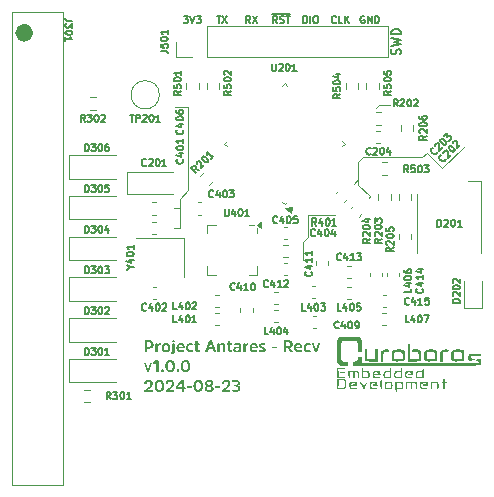
<source format=gbr>
%TF.GenerationSoftware,KiCad,Pcbnew,8.0.4-8.0.4-0~ubuntu22.04.1*%
%TF.CreationDate,2024-08-23T19:00:27-03:00*%
%TF.ProjectId,Anteres-Receiver,416e7465-7265-4732-9d52-656365697665,1.0.0*%
%TF.SameCoordinates,Original*%
%TF.FileFunction,Legend,Top*%
%TF.FilePolarity,Positive*%
%FSLAX46Y46*%
G04 Gerber Fmt 4.6, Leading zero omitted, Abs format (unit mm)*
G04 Created by KiCad (PCBNEW 8.0.4-8.0.4-0~ubuntu22.04.1) date 2024-08-23 19:00:27*
%MOMM*%
%LPD*%
G01*
G04 APERTURE LIST*
%ADD10C,0.100000*%
%ADD11C,0.150000*%
%ADD12C,0.200000*%
%ADD13C,0.000000*%
%ADD14C,0.120000*%
%ADD15C,0.757107*%
G04 APERTURE END LIST*
D10*
X168895225Y-94551831D02*
X169300000Y-94147056D01*
X170300000Y-95600000D02*
X170200000Y-95700000D01*
X176400000Y-93200000D02*
X178200000Y-91400000D01*
X175100000Y-91900000D02*
X176400000Y-93200000D01*
X174700000Y-92300000D02*
X175100000Y-91900000D01*
X169700000Y-92300000D02*
X174700000Y-92300000D01*
X169300000Y-92700000D02*
X169700000Y-92300000D01*
X169300000Y-94600000D02*
X169300000Y-92700000D01*
X170300000Y-95600000D02*
X169300000Y-94600000D01*
X165000000Y-97200000D02*
X167318377Y-97200000D01*
X165000000Y-97500000D02*
X165000000Y-97200000D01*
X165000000Y-99063643D02*
X165000000Y-97500000D01*
X164605000Y-99458643D02*
X165000000Y-99063643D01*
X164600000Y-101000000D02*
X164600000Y-99458643D01*
X154900000Y-88000000D02*
X153800000Y-88000000D01*
X154900000Y-89600000D02*
X154900000Y-88000000D01*
X154200000Y-98300000D02*
X153700000Y-98300000D01*
X154200000Y-96600000D02*
X154200000Y-98300000D01*
X154200000Y-96600000D02*
X153700000Y-96600000D01*
X154200000Y-95800000D02*
X154200000Y-96600000D01*
X154900000Y-95100000D02*
X154200000Y-95800000D01*
X154900000Y-89600000D02*
X154900000Y-95100000D01*
X171000000Y-87900000D02*
X170800000Y-88100000D01*
X172000000Y-87900000D02*
X171000000Y-87900000D01*
D11*
G36*
X151553963Y-107784560D02*
G01*
X151604252Y-107786500D01*
X151662316Y-107792558D01*
X151715049Y-107802647D01*
X151762451Y-107816763D01*
X151812297Y-107839008D01*
X151854466Y-107867034D01*
X151878428Y-107889325D01*
X151908397Y-107928729D01*
X151931188Y-107975294D01*
X151946793Y-108029021D01*
X151954300Y-108079264D01*
X151956803Y-108134480D01*
X151955902Y-108168461D01*
X151950396Y-108221033D01*
X151937189Y-108277413D01*
X151916792Y-108326477D01*
X151889214Y-108368226D01*
X151854466Y-108402658D01*
X151847971Y-108407685D01*
X151804522Y-108434507D01*
X151753397Y-108455599D01*
X151704929Y-108468792D01*
X151651130Y-108477994D01*
X151592000Y-108483198D01*
X151540858Y-108484480D01*
X151398220Y-108484480D01*
X151398220Y-108735073D01*
X151363049Y-108770000D01*
X151238485Y-108770000D01*
X151203558Y-108735073D01*
X151203558Y-108316441D01*
X151398220Y-108316441D01*
X151539392Y-108316441D01*
X151560664Y-108316073D01*
X151611793Y-108311495D01*
X151664288Y-108298385D01*
X151707431Y-108274431D01*
X151739056Y-108235108D01*
X151755143Y-108185140D01*
X151759211Y-108134480D01*
X151755143Y-108083713D01*
X151739056Y-108033787D01*
X151707431Y-107994528D01*
X151693509Y-107984659D01*
X151644810Y-107964343D01*
X151593572Y-107955133D01*
X151539392Y-107952519D01*
X151398220Y-107952519D01*
X151398220Y-108316441D01*
X151203558Y-108316441D01*
X151203558Y-107817941D01*
X151237020Y-107784480D01*
X151540858Y-107784480D01*
X151553963Y-107784560D01*
G37*
G36*
X152150976Y-108032386D02*
G01*
X152117515Y-108064382D01*
X152117515Y-108738004D01*
X152150976Y-108770000D01*
X152271388Y-108770000D01*
X152303628Y-108738004D01*
X152303628Y-108415847D01*
X152308566Y-108365494D01*
X152325402Y-108314952D01*
X152354187Y-108269546D01*
X152391887Y-108234087D01*
X152440252Y-108212191D01*
X152481437Y-108207264D01*
X152506594Y-108208729D01*
X152526378Y-108210195D01*
X152553000Y-108184794D01*
X152553000Y-108054612D01*
X152546650Y-108032386D01*
X152524912Y-108026769D01*
X152471680Y-108032050D01*
X152423816Y-108047895D01*
X152384961Y-108071465D01*
X152345681Y-108106623D01*
X152314381Y-108148342D01*
X152302407Y-108172337D01*
X152295324Y-108061695D01*
X152261618Y-108032386D01*
X152150976Y-108032386D01*
G37*
G36*
X153035291Y-108016403D02*
G01*
X153084442Y-108021723D01*
X153138796Y-108034508D01*
X153188100Y-108054293D01*
X153232356Y-108081097D01*
X153271563Y-108114940D01*
X153299849Y-108148095D01*
X153327463Y-108193492D01*
X153348174Y-108245002D01*
X153360160Y-108292590D01*
X153367351Y-108344412D01*
X153369748Y-108400460D01*
X153368214Y-108445637D01*
X153361982Y-108498309D01*
X153350955Y-108546760D01*
X153331395Y-108599327D01*
X153304930Y-108645815D01*
X153271563Y-108686224D01*
X153252590Y-108703970D01*
X153210859Y-108734242D01*
X153164079Y-108757543D01*
X153112250Y-108773866D01*
X153055372Y-108783199D01*
X153004117Y-108785631D01*
X152973012Y-108784755D01*
X152923975Y-108779407D01*
X152869758Y-108766578D01*
X152820591Y-108746764D01*
X152776473Y-108719977D01*
X152737404Y-108686224D01*
X152709426Y-108652972D01*
X152682095Y-108607497D01*
X152661583Y-108555943D01*
X152649704Y-108508337D01*
X152642573Y-108456510D01*
X152640195Y-108400460D01*
X152829239Y-108400460D01*
X152829410Y-108415021D01*
X152833513Y-108468642D01*
X152846333Y-108525267D01*
X152867693Y-108570336D01*
X152904589Y-108609165D01*
X152953764Y-108631353D01*
X153004117Y-108637131D01*
X153014981Y-108636900D01*
X153064129Y-108628811D01*
X153111725Y-108603849D01*
X153146904Y-108562247D01*
X153166736Y-108514867D01*
X153177945Y-108455930D01*
X153180704Y-108400460D01*
X153180532Y-108385899D01*
X153176393Y-108332278D01*
X153163459Y-108275653D01*
X153141903Y-108230584D01*
X153104654Y-108191755D01*
X153054989Y-108169567D01*
X153004117Y-108163789D01*
X152993365Y-108164020D01*
X152944716Y-108172109D01*
X152897586Y-108197071D01*
X152862738Y-108238673D01*
X152843086Y-108286054D01*
X152831975Y-108344990D01*
X152829239Y-108400460D01*
X152640195Y-108400460D01*
X152641717Y-108355283D01*
X152647898Y-108302616D01*
X152658828Y-108254181D01*
X152678203Y-108201653D01*
X152704398Y-108155236D01*
X152737404Y-108114940D01*
X152756307Y-108097137D01*
X152797901Y-108066816D01*
X152844544Y-108043524D01*
X152896235Y-108027242D01*
X152952976Y-108017950D01*
X153004117Y-108015533D01*
X153035291Y-108016403D01*
G37*
G36*
X153549267Y-108704298D02*
G01*
X153540817Y-108753860D01*
X153499921Y-108784916D01*
X153489183Y-108785631D01*
X153439992Y-108782020D01*
X153434473Y-108781235D01*
X153405163Y-108807857D01*
X153405163Y-108889190D01*
X153434473Y-108922651D01*
X153485539Y-108930577D01*
X153536810Y-108932421D01*
X153585678Y-108929391D01*
X153636365Y-108917033D01*
X153678826Y-108892340D01*
X153687997Y-108883572D01*
X153714278Y-108842385D01*
X153728704Y-108792069D01*
X153733753Y-108743020D01*
X153734159Y-108722616D01*
X153734159Y-108064382D01*
X153701919Y-108032386D01*
X153580286Y-108032386D01*
X153549267Y-108064382D01*
X153549267Y-108704298D01*
G37*
G36*
X153735624Y-107819406D02*
G01*
X153703384Y-107787166D01*
X153580286Y-107787166D01*
X153548046Y-107819406D01*
X153548046Y-107917348D01*
X153580286Y-107949588D01*
X153703384Y-107949588D01*
X153735624Y-107917348D01*
X153735624Y-107819406D01*
G37*
G36*
X154305564Y-108018906D02*
G01*
X154358226Y-108029019D01*
X154405787Y-108045861D01*
X154454829Y-108074003D01*
X154496929Y-108111277D01*
X154502361Y-108117338D01*
X154535538Y-108163254D01*
X154557236Y-108207467D01*
X154572723Y-108256162D01*
X154582008Y-108309339D01*
X154585101Y-108366999D01*
X154585101Y-108435387D01*
X154551639Y-108469092D01*
X154074145Y-108469092D01*
X154085902Y-108518086D01*
X154109632Y-108563992D01*
X154144731Y-108601472D01*
X154152339Y-108607328D01*
X154199314Y-108632783D01*
X154249592Y-108646007D01*
X154301046Y-108649832D01*
X154330940Y-108648761D01*
X154383632Y-108641458D01*
X154434831Y-108627302D01*
X154484473Y-108606357D01*
X154526482Y-108625896D01*
X154550174Y-108691598D01*
X154529169Y-108732386D01*
X154494427Y-108748104D01*
X154443706Y-108765612D01*
X154390583Y-108777887D01*
X154335089Y-108784944D01*
X154285659Y-108786852D01*
X154240332Y-108785272D01*
X154187303Y-108778848D01*
X154138297Y-108767477D01*
X154084784Y-108747294D01*
X154037028Y-108719969D01*
X153995010Y-108685491D01*
X153970543Y-108658861D01*
X153939976Y-108614194D01*
X153916761Y-108563859D01*
X153900887Y-108507856D01*
X153893259Y-108456859D01*
X153890718Y-108401926D01*
X153892218Y-108357321D01*
X153892885Y-108351612D01*
X154069993Y-108351612D01*
X154417062Y-108351612D01*
X154417062Y-108343063D01*
X154413700Y-108295810D01*
X154400461Y-108246384D01*
X154374563Y-108203112D01*
X154347433Y-108178719D01*
X154301825Y-108158705D01*
X154250488Y-108152798D01*
X154211206Y-108155901D01*
X154161251Y-108172197D01*
X154122047Y-108202471D01*
X154093585Y-108246732D01*
X154078065Y-108294309D01*
X154069993Y-108351612D01*
X153892885Y-108351612D01*
X153898311Y-108305171D01*
X153909091Y-108257028D01*
X153928213Y-108204547D01*
X153954085Y-108157835D01*
X153986706Y-108116894D01*
X154005252Y-108098761D01*
X154046046Y-108067861D01*
X154091756Y-108044108D01*
X154142364Y-108027492D01*
X154197850Y-108018003D01*
X154247801Y-108015533D01*
X154305564Y-108018906D01*
G37*
G36*
X154705512Y-108398995D02*
G01*
X154707998Y-108455143D01*
X154715451Y-108507052D01*
X154727866Y-108554736D01*
X154749306Y-108606404D01*
X154777874Y-108652044D01*
X154807117Y-108685491D01*
X154847700Y-108719493D01*
X154893340Y-108746478D01*
X154944049Y-108766437D01*
X154999836Y-108779361D01*
X155050212Y-108784749D01*
X155082135Y-108785631D01*
X155136857Y-108783142D01*
X155187200Y-108775673D01*
X155239335Y-108761042D01*
X155285666Y-108739907D01*
X155296336Y-108733607D01*
X155315875Y-108690376D01*
X155282414Y-108613196D01*
X155238939Y-108597808D01*
X155192800Y-108616998D01*
X155143085Y-108628222D01*
X155094836Y-108631514D01*
X155045272Y-108626930D01*
X154997719Y-108611056D01*
X154954602Y-108580437D01*
X154947801Y-108573384D01*
X154919651Y-108531373D01*
X154903296Y-108483908D01*
X154895846Y-108433956D01*
X154894556Y-108398995D01*
X154897861Y-108345276D01*
X154909519Y-108293492D01*
X154932408Y-108246695D01*
X154947801Y-108227536D01*
X154989442Y-108195239D01*
X155036212Y-108177549D01*
X155085604Y-108171092D01*
X155097522Y-108170872D01*
X155149544Y-108174594D01*
X155198398Y-108185813D01*
X155229169Y-108197494D01*
X155275331Y-108182107D01*
X155309036Y-108106392D01*
X155290718Y-108063161D01*
X155242567Y-108040138D01*
X155191566Y-108025998D01*
X155140589Y-108018510D01*
X155083669Y-108015580D01*
X155075052Y-108015533D01*
X155023840Y-108017932D01*
X154966834Y-108027155D01*
X154914688Y-108043317D01*
X154867413Y-108066438D01*
X154825017Y-108096536D01*
X154805652Y-108114207D01*
X154771650Y-108154254D01*
X154744665Y-108200473D01*
X154724706Y-108252856D01*
X154713447Y-108301209D01*
X154707080Y-108353829D01*
X154705512Y-108398995D01*
G37*
G36*
X155836113Y-108189190D02*
G01*
X155868353Y-108156950D01*
X155868353Y-108078548D01*
X155836113Y-108046308D01*
X155680774Y-108046308D01*
X155680774Y-107874117D01*
X155647069Y-107844563D01*
X155535205Y-107844563D01*
X155502965Y-107874117D01*
X155502965Y-108046308D01*
X155423098Y-108046308D01*
X155389637Y-108078548D01*
X155389637Y-108156950D01*
X155423098Y-108189190D01*
X155500034Y-108189190D01*
X155500034Y-108548960D01*
X155502591Y-108600596D01*
X155511762Y-108651063D01*
X155530019Y-108696994D01*
X155553279Y-108728234D01*
X155593350Y-108756220D01*
X155641161Y-108772511D01*
X155693002Y-108779946D01*
X155729867Y-108781235D01*
X155779747Y-108779071D01*
X155829139Y-108771077D01*
X155847348Y-108765847D01*
X155873970Y-108733607D01*
X155865666Y-108655205D01*
X155857850Y-108632979D01*
X155837578Y-108627362D01*
X155788698Y-108633549D01*
X155778715Y-108634200D01*
X155728355Y-108627960D01*
X155701779Y-108611974D01*
X155684115Y-108563316D01*
X155682240Y-108529420D01*
X155682240Y-108189190D01*
X155836113Y-108189190D01*
G37*
G36*
X156878403Y-107784606D02*
G01*
X156916643Y-107816720D01*
X157242707Y-108730921D01*
X157241486Y-108759009D01*
X157217550Y-108770000D01*
X157081751Y-108770000D01*
X157079848Y-108769969D01*
X157041207Y-108739225D01*
X156976727Y-108555799D01*
X156612805Y-108555799D01*
X156548325Y-108739225D01*
X156509246Y-108770000D01*
X156373447Y-108770000D01*
X156347313Y-108759009D01*
X156346824Y-108730921D01*
X156468173Y-108390690D01*
X156654815Y-108390690D01*
X156933251Y-108390690D01*
X156797452Y-107977676D01*
X156793300Y-107977676D01*
X156654815Y-108390690D01*
X156468173Y-108390690D01*
X156672889Y-107816720D01*
X156674383Y-107812816D01*
X156714898Y-107784480D01*
X156874633Y-107784480D01*
X156878403Y-107784606D01*
G37*
G36*
X158036496Y-108288597D02*
G01*
X158033481Y-108234373D01*
X158024435Y-108185814D01*
X158006712Y-108137235D01*
X157977359Y-108091375D01*
X157973482Y-108086852D01*
X157932935Y-108052341D01*
X157888331Y-108031175D01*
X157835666Y-108018937D01*
X157782972Y-108015533D01*
X157733663Y-108018396D01*
X157680632Y-108029396D01*
X157634299Y-108048657D01*
X157588708Y-108081582D01*
X157556885Y-108118775D01*
X157547766Y-108133014D01*
X157540683Y-108060230D01*
X157508688Y-108032386D01*
X157398046Y-108032386D01*
X157365806Y-108064382D01*
X157365806Y-108738004D01*
X157398046Y-108770000D01*
X157518457Y-108770000D01*
X157550697Y-108738004D01*
X157550697Y-108344528D01*
X157555719Y-108294523D01*
X157574603Y-108245473D01*
X157593196Y-108220697D01*
X157633844Y-108191091D01*
X157681755Y-108177200D01*
X157714340Y-108175024D01*
X157763160Y-108180163D01*
X157807783Y-108200959D01*
X157818632Y-108211416D01*
X157842262Y-108257395D01*
X157849862Y-108308511D01*
X157850139Y-108322058D01*
X157850139Y-108738004D01*
X157883845Y-108770000D01*
X158004256Y-108770000D01*
X158036496Y-108738004D01*
X158036496Y-108288597D01*
G37*
G36*
X158586287Y-108189190D02*
G01*
X158618527Y-108156950D01*
X158618527Y-108078548D01*
X158586287Y-108046308D01*
X158430949Y-108046308D01*
X158430949Y-107874117D01*
X158397243Y-107844563D01*
X158285380Y-107844563D01*
X158253140Y-107874117D01*
X158253140Y-108046308D01*
X158173272Y-108046308D01*
X158139811Y-108078548D01*
X158139811Y-108156950D01*
X158173272Y-108189190D01*
X158250209Y-108189190D01*
X158250209Y-108548960D01*
X158252766Y-108600596D01*
X158261937Y-108651063D01*
X158280193Y-108696994D01*
X158303454Y-108728234D01*
X158343525Y-108756220D01*
X158391335Y-108772511D01*
X158443176Y-108779946D01*
X158480041Y-108781235D01*
X158529921Y-108779071D01*
X158579313Y-108771077D01*
X158597522Y-108765847D01*
X158624145Y-108733607D01*
X158615840Y-108655205D01*
X158608025Y-108632979D01*
X158587752Y-108627362D01*
X158538872Y-108633549D01*
X158528890Y-108634200D01*
X158478529Y-108627960D01*
X158451953Y-108611974D01*
X158434289Y-108563316D01*
X158432414Y-108529420D01*
X158432414Y-108189190D01*
X158586287Y-108189190D01*
G37*
G36*
X159079082Y-108015793D02*
G01*
X159133738Y-108019689D01*
X159197974Y-108032157D01*
X159252336Y-108052937D01*
X159296820Y-108082028D01*
X159331424Y-108119432D01*
X159356144Y-108165147D01*
X159370979Y-108219175D01*
X159375924Y-108281514D01*
X159375924Y-108738004D01*
X159342463Y-108770000D01*
X159238660Y-108770000D01*
X159206664Y-108743621D01*
X159201046Y-108667906D01*
X159180793Y-108694787D01*
X159144188Y-108728406D01*
X159100113Y-108753971D01*
X159048567Y-108771473D01*
X158999906Y-108779893D01*
X158946057Y-108782700D01*
X158912624Y-108781340D01*
X158863867Y-108773493D01*
X158815930Y-108756300D01*
X158771179Y-108726769D01*
X158756066Y-108712034D01*
X158727101Y-108668886D01*
X158711799Y-108622344D01*
X158706699Y-108568499D01*
X158706793Y-108561049D01*
X158707253Y-108557264D01*
X158883042Y-108557264D01*
X158887576Y-108588300D01*
X158915282Y-108628827D01*
X158957018Y-108649409D01*
X159006385Y-108655205D01*
X159054839Y-108651612D01*
X159104616Y-108637460D01*
X159147069Y-108609776D01*
X159165912Y-108588574D01*
X159188628Y-108542233D01*
X159195429Y-108491563D01*
X159195429Y-108431235D01*
X159167007Y-108432389D01*
X159116036Y-108435083D01*
X159066468Y-108439050D01*
X159020405Y-108445422D01*
X158970725Y-108457124D01*
X158944585Y-108466613D01*
X158904047Y-108494982D01*
X158894892Y-108508080D01*
X158883042Y-108557264D01*
X158707253Y-108557264D01*
X158712713Y-108512323D01*
X158730635Y-108464207D01*
X158756391Y-108426881D01*
X158794138Y-108394110D01*
X158804521Y-108387837D01*
X158850498Y-108366858D01*
X158899162Y-108352100D01*
X158931948Y-108344677D01*
X158981763Y-108335897D01*
X159032274Y-108329874D01*
X159040855Y-108329072D01*
X159091922Y-108325450D01*
X159143998Y-108323241D01*
X159195429Y-108322058D01*
X159195429Y-108289818D01*
X159195391Y-108285753D01*
X159187082Y-108235930D01*
X159157571Y-108193342D01*
X159135814Y-108179878D01*
X159088094Y-108166204D01*
X159035694Y-108162568D01*
X159029300Y-108162608D01*
X158977781Y-108165877D01*
X158925569Y-108174392D01*
X158872618Y-108188176D01*
X158825645Y-108204577D01*
X158785101Y-108184794D01*
X158759944Y-108107857D01*
X158779483Y-108068778D01*
X158795177Y-108062304D01*
X158843727Y-108045415D01*
X158894466Y-108032313D01*
X158947376Y-108022978D01*
X159002437Y-108017391D01*
X159059630Y-108015533D01*
X159079082Y-108015793D01*
G37*
G36*
X159588660Y-108032386D02*
G01*
X159555198Y-108064382D01*
X159555198Y-108738004D01*
X159588660Y-108770000D01*
X159709071Y-108770000D01*
X159741311Y-108738004D01*
X159741311Y-108415847D01*
X159746249Y-108365494D01*
X159763085Y-108314952D01*
X159791870Y-108269546D01*
X159829570Y-108234087D01*
X159877935Y-108212191D01*
X159919120Y-108207264D01*
X159944277Y-108208729D01*
X159964061Y-108210195D01*
X159990683Y-108184794D01*
X159990683Y-108054612D01*
X159984333Y-108032386D01*
X159962595Y-108026769D01*
X159909363Y-108032050D01*
X159861499Y-108047895D01*
X159822644Y-108071465D01*
X159783365Y-108106623D01*
X159752064Y-108148342D01*
X159740090Y-108172337D01*
X159733007Y-108061695D01*
X159699302Y-108032386D01*
X159588660Y-108032386D01*
G37*
G36*
X160492724Y-108018906D02*
G01*
X160545386Y-108029019D01*
X160592947Y-108045861D01*
X160641989Y-108074003D01*
X160684089Y-108111277D01*
X160689521Y-108117338D01*
X160722698Y-108163254D01*
X160744396Y-108207467D01*
X160759883Y-108256162D01*
X160769168Y-108309339D01*
X160772260Y-108366999D01*
X160772260Y-108435387D01*
X160738799Y-108469092D01*
X160261304Y-108469092D01*
X160273061Y-108518086D01*
X160296791Y-108563992D01*
X160331891Y-108601472D01*
X160339498Y-108607328D01*
X160386474Y-108632783D01*
X160436751Y-108646007D01*
X160488206Y-108649832D01*
X160518100Y-108648761D01*
X160570792Y-108641458D01*
X160621991Y-108627302D01*
X160671632Y-108606357D01*
X160713642Y-108625896D01*
X160737334Y-108691598D01*
X160716329Y-108732386D01*
X160681587Y-108748104D01*
X160630866Y-108765612D01*
X160577743Y-108777887D01*
X160522249Y-108784944D01*
X160472819Y-108786852D01*
X160427492Y-108785272D01*
X160374463Y-108778848D01*
X160325456Y-108767477D01*
X160271943Y-108747294D01*
X160224188Y-108719969D01*
X160182170Y-108685491D01*
X160157703Y-108658861D01*
X160127136Y-108614194D01*
X160103920Y-108563859D01*
X160088046Y-108507856D01*
X160080419Y-108456859D01*
X160077878Y-108401926D01*
X160079378Y-108357321D01*
X160080045Y-108351612D01*
X160257152Y-108351612D01*
X160604221Y-108351612D01*
X160604221Y-108343063D01*
X160600860Y-108295810D01*
X160587621Y-108246384D01*
X160561723Y-108203112D01*
X160534592Y-108178719D01*
X160488985Y-108158705D01*
X160437648Y-108152798D01*
X160398366Y-108155901D01*
X160348411Y-108172197D01*
X160309207Y-108202471D01*
X160280744Y-108246732D01*
X160265225Y-108294309D01*
X160257152Y-108351612D01*
X160080045Y-108351612D01*
X160085471Y-108305171D01*
X160096251Y-108257028D01*
X160115373Y-108204547D01*
X160141245Y-108157835D01*
X160173866Y-108116894D01*
X160192412Y-108098761D01*
X160233206Y-108067861D01*
X160278916Y-108044108D01*
X160329524Y-108027492D01*
X160385010Y-108018003D01*
X160434961Y-108015533D01*
X160492724Y-108018906D01*
G37*
G36*
X161447103Y-108571186D02*
G01*
X161442577Y-108522012D01*
X161426904Y-108475724D01*
X161396670Y-108434856D01*
X161389706Y-108428548D01*
X161348319Y-108398716D01*
X161301770Y-108373299D01*
X161252998Y-108351817D01*
X161218981Y-108338911D01*
X161172005Y-108322296D01*
X161135694Y-108308136D01*
X161094100Y-108281529D01*
X161088799Y-108276629D01*
X161067875Y-108231721D01*
X161067794Y-108228269D01*
X161084693Y-108182141D01*
X161097836Y-108172337D01*
X161146117Y-108158266D01*
X161193579Y-108155484D01*
X161244134Y-108158785D01*
X161293999Y-108167545D01*
X161342174Y-108180158D01*
X161353314Y-108183572D01*
X161392393Y-108162568D01*
X161413398Y-108092470D01*
X161393859Y-108054612D01*
X161344441Y-108037481D01*
X161289964Y-108025273D01*
X161238127Y-108018611D01*
X161182382Y-108015685D01*
X161165736Y-108015533D01*
X161109323Y-108018063D01*
X161059027Y-108025672D01*
X161009054Y-108040628D01*
X160962436Y-108065488D01*
X160957885Y-108068778D01*
X160919796Y-108106774D01*
X160895777Y-108154359D01*
X160886227Y-108205383D01*
X160885589Y-108224117D01*
X160890489Y-108276007D01*
X160907716Y-108326201D01*
X160937347Y-108367762D01*
X160963991Y-108390690D01*
X161007300Y-108414388D01*
X161057463Y-108435374D01*
X161108176Y-108453954D01*
X161115177Y-108456392D01*
X161161423Y-108473451D01*
X161207777Y-108493915D01*
X161230704Y-108506950D01*
X161261779Y-108544952D01*
X161265143Y-108567034D01*
X161248252Y-108614592D01*
X161229483Y-108628094D01*
X161180168Y-108641597D01*
X161127388Y-108645367D01*
X161118108Y-108645436D01*
X161068559Y-108643001D01*
X161019242Y-108635698D01*
X160970156Y-108623527D01*
X160942986Y-108614661D01*
X160903907Y-108635666D01*
X160882903Y-108708450D01*
X160903907Y-108744842D01*
X160956843Y-108762653D01*
X161007352Y-108774087D01*
X161061754Y-108781631D01*
X161111472Y-108784990D01*
X161146196Y-108785631D01*
X161199953Y-108783744D01*
X161263412Y-108775360D01*
X161317477Y-108760272D01*
X161362147Y-108738483D01*
X161404767Y-108701828D01*
X161432695Y-108654711D01*
X161445927Y-108597140D01*
X161447103Y-108571186D01*
G37*
G36*
X162377180Y-108464940D02*
G01*
X162409420Y-108434166D01*
X162409420Y-108345994D01*
X162377180Y-108314975D01*
X161996406Y-108314975D01*
X161964166Y-108345994D01*
X161964166Y-108434166D01*
X161996406Y-108464940D01*
X162377180Y-108464940D01*
G37*
G36*
X163376722Y-107785716D02*
G01*
X163434737Y-107790739D01*
X163487538Y-107799626D01*
X163544026Y-107815392D01*
X163593024Y-107836721D01*
X163634542Y-107863614D01*
X163646744Y-107873875D01*
X163683268Y-107915599D01*
X163706914Y-107958547D01*
X163723476Y-108008117D01*
X163732947Y-108064299D01*
X163735415Y-108116161D01*
X163734473Y-108146220D01*
X163726941Y-108201770D01*
X163711880Y-108251230D01*
X163682471Y-108304488D01*
X163641307Y-108348230D01*
X163599917Y-108376372D01*
X163551011Y-108398422D01*
X163494591Y-108414382D01*
X163732484Y-108726769D01*
X163738834Y-108756078D01*
X163711479Y-108770000D01*
X163578611Y-108770000D01*
X163571683Y-108769564D01*
X163529518Y-108742156D01*
X163302861Y-108441004D01*
X163172679Y-108441004D01*
X163172679Y-108735073D01*
X163137508Y-108770000D01*
X163012944Y-108770000D01*
X162978018Y-108735073D01*
X162978018Y-108278583D01*
X163172679Y-108278583D01*
X163322400Y-108278583D01*
X163336834Y-108278431D01*
X163389255Y-108274783D01*
X163442845Y-108263353D01*
X163489706Y-108239504D01*
X163513745Y-108213912D01*
X163533467Y-108168735D01*
X163539288Y-108116161D01*
X163536933Y-108080080D01*
X163521878Y-108029364D01*
X163489706Y-107990376D01*
X163476219Y-107981457D01*
X163428480Y-107963138D01*
X163377771Y-107954862D01*
X163323866Y-107952519D01*
X163172679Y-107952519D01*
X163172679Y-108278583D01*
X162978018Y-108278583D01*
X162978018Y-107817941D01*
X163012944Y-107784480D01*
X163326552Y-107784480D01*
X163376722Y-107785716D01*
G37*
G36*
X164261879Y-108018906D02*
G01*
X164314541Y-108029019D01*
X164362103Y-108045861D01*
X164411145Y-108074003D01*
X164453244Y-108111277D01*
X164458676Y-108117338D01*
X164491854Y-108163254D01*
X164513552Y-108207467D01*
X164529038Y-108256162D01*
X164538323Y-108309339D01*
X164541416Y-108366999D01*
X164541416Y-108435387D01*
X164507955Y-108469092D01*
X164030460Y-108469092D01*
X164042217Y-108518086D01*
X164065947Y-108563992D01*
X164101046Y-108601472D01*
X164108654Y-108607328D01*
X164155629Y-108632783D01*
X164205907Y-108646007D01*
X164257362Y-108649832D01*
X164287256Y-108648761D01*
X164339947Y-108641458D01*
X164391147Y-108627302D01*
X164440788Y-108606357D01*
X164482798Y-108625896D01*
X164506489Y-108691598D01*
X164485484Y-108732386D01*
X164450743Y-108748104D01*
X164400021Y-108765612D01*
X164346899Y-108777887D01*
X164291405Y-108784944D01*
X164241974Y-108786852D01*
X164196647Y-108785272D01*
X164143618Y-108778848D01*
X164094612Y-108767477D01*
X164041099Y-108747294D01*
X163993343Y-108719969D01*
X163951325Y-108685491D01*
X163926859Y-108658861D01*
X163896292Y-108614194D01*
X163873076Y-108563859D01*
X163857202Y-108507856D01*
X163849575Y-108456859D01*
X163847034Y-108401926D01*
X163848533Y-108357321D01*
X163849200Y-108351612D01*
X164026308Y-108351612D01*
X164373377Y-108351612D01*
X164373377Y-108343063D01*
X164370015Y-108295810D01*
X164356776Y-108246384D01*
X164330879Y-108203112D01*
X164303748Y-108178719D01*
X164258141Y-108158705D01*
X164206803Y-108152798D01*
X164167522Y-108155901D01*
X164117566Y-108172197D01*
X164078362Y-108202471D01*
X164049900Y-108246732D01*
X164034380Y-108294309D01*
X164026308Y-108351612D01*
X163849200Y-108351612D01*
X163854626Y-108305171D01*
X163865406Y-108257028D01*
X163884529Y-108204547D01*
X163910400Y-108157835D01*
X163943021Y-108116894D01*
X163961568Y-108098761D01*
X164002361Y-108067861D01*
X164048072Y-108044108D01*
X164098679Y-108027492D01*
X164154166Y-108018003D01*
X164204117Y-108015533D01*
X164261879Y-108018906D01*
G37*
G36*
X164661828Y-108398995D02*
G01*
X164664313Y-108455143D01*
X164671767Y-108507052D01*
X164684182Y-108554736D01*
X164705622Y-108606404D01*
X164734189Y-108652044D01*
X164763433Y-108685491D01*
X164804015Y-108719493D01*
X164849656Y-108746478D01*
X164900365Y-108766437D01*
X164956152Y-108779361D01*
X165006527Y-108784749D01*
X165038450Y-108785631D01*
X165093172Y-108783142D01*
X165143516Y-108775673D01*
X165195651Y-108761042D01*
X165241981Y-108739907D01*
X165252651Y-108733607D01*
X165272191Y-108690376D01*
X165238729Y-108613196D01*
X165195254Y-108597808D01*
X165149116Y-108616998D01*
X165099401Y-108628222D01*
X165051151Y-108631514D01*
X165001588Y-108626930D01*
X164954035Y-108611056D01*
X164910917Y-108580437D01*
X164904117Y-108573384D01*
X164875966Y-108531373D01*
X164859611Y-108483908D01*
X164852162Y-108433956D01*
X164850872Y-108398995D01*
X164854177Y-108345276D01*
X164865834Y-108293492D01*
X164888723Y-108246695D01*
X164904117Y-108227536D01*
X164945757Y-108195239D01*
X164992527Y-108177549D01*
X165041919Y-108171092D01*
X165053838Y-108170872D01*
X165105860Y-108174594D01*
X165154714Y-108185813D01*
X165185484Y-108197494D01*
X165231646Y-108182107D01*
X165265352Y-108106392D01*
X165247034Y-108063161D01*
X165198883Y-108040138D01*
X165147881Y-108025998D01*
X165096904Y-108018510D01*
X165039985Y-108015580D01*
X165031367Y-108015533D01*
X164980156Y-108017932D01*
X164923149Y-108027155D01*
X164871004Y-108043317D01*
X164823728Y-108066438D01*
X164781332Y-108096536D01*
X164761967Y-108114207D01*
X164727966Y-108154254D01*
X164700981Y-108200473D01*
X164681021Y-108252856D01*
X164669763Y-108301209D01*
X164663396Y-108353829D01*
X164661828Y-108398995D01*
G37*
G36*
X165778506Y-108770000D02*
G01*
X165819050Y-108743621D01*
X166061339Y-108068778D01*
X166060607Y-108042889D01*
X166037404Y-108032386D01*
X165911374Y-108032386D01*
X165873761Y-108063161D01*
X165769958Y-108380921D01*
X165712561Y-108585352D01*
X165708408Y-108585352D01*
X165651011Y-108380921D01*
X165545987Y-108063161D01*
X165508374Y-108032386D01*
X165385031Y-108032386D01*
X165359874Y-108068778D01*
X165600697Y-108743621D01*
X165641242Y-108770000D01*
X165778506Y-108770000D01*
G37*
G36*
X151547941Y-110450000D02*
G01*
X151588485Y-110423621D01*
X151830774Y-109748778D01*
X151830041Y-109722889D01*
X151806838Y-109712386D01*
X151680809Y-109712386D01*
X151643196Y-109743161D01*
X151539392Y-110060921D01*
X151481995Y-110265352D01*
X151477843Y-110265352D01*
X151420446Y-110060921D01*
X151315422Y-109743161D01*
X151277808Y-109712386D01*
X151154466Y-109712386D01*
X151129309Y-109748778D01*
X151370132Y-110423621D01*
X151410676Y-110450000D01*
X151547941Y-110450000D01*
G37*
G36*
X152181507Y-110415073D02*
G01*
X152216434Y-110450000D01*
X152339532Y-110450000D01*
X152373237Y-110415073D01*
X152373237Y-109497941D01*
X152339532Y-109464480D01*
X152212281Y-109464480D01*
X152164501Y-109477545D01*
X152163189Y-109478401D01*
X151911130Y-109663293D01*
X151906978Y-109699685D01*
X151967306Y-109775157D01*
X152007850Y-109780774D01*
X152181507Y-109668911D01*
X152181507Y-110415073D01*
G37*
G36*
X152612107Y-110418004D02*
G01*
X152644347Y-110450000D01*
X152773063Y-110450000D01*
X152805303Y-110418004D01*
X152805303Y-110283426D01*
X152770376Y-110252651D01*
X152647034Y-110252651D01*
X152612107Y-110283426D01*
X152612107Y-110418004D01*
G37*
G36*
X153381466Y-109448136D02*
G01*
X153437215Y-109453865D01*
X153488885Y-109465955D01*
X153536477Y-109484400D01*
X153579990Y-109509194D01*
X153619424Y-109540332D01*
X153654780Y-109577808D01*
X153661316Y-109586074D01*
X153690887Y-109630840D01*
X153715269Y-109681329D01*
X153734464Y-109737543D01*
X153746085Y-109786636D01*
X153754385Y-109839392D01*
X153759365Y-109895812D01*
X153761025Y-109955896D01*
X153760922Y-109971261D01*
X153758431Y-110030428D01*
X153752621Y-110085933D01*
X153743491Y-110137773D01*
X153731040Y-110185950D01*
X153710808Y-110241019D01*
X153685388Y-110290364D01*
X153654780Y-110333984D01*
X153641127Y-110349735D01*
X153604140Y-110384677D01*
X153563074Y-110413278D01*
X153517930Y-110435533D01*
X153468707Y-110451436D01*
X153415405Y-110460982D01*
X153358025Y-110464166D01*
X153334540Y-110463656D01*
X153278706Y-110457927D01*
X153226979Y-110445837D01*
X153179353Y-110427393D01*
X153135823Y-110402598D01*
X153096382Y-110371460D01*
X153061025Y-110333984D01*
X153054489Y-110325719D01*
X153024918Y-110281004D01*
X153000536Y-110230637D01*
X152981341Y-110174616D01*
X152969720Y-110125729D01*
X152961420Y-110073224D01*
X152956440Y-110017102D01*
X152954780Y-109957362D01*
X152954790Y-109955896D01*
X153150662Y-109955896D01*
X153152485Y-110016718D01*
X153157953Y-110071552D01*
X153170913Y-110135351D01*
X153190353Y-110188509D01*
X153216273Y-110231031D01*
X153257786Y-110269228D01*
X153309424Y-110290814D01*
X153358025Y-110296127D01*
X153418087Y-110287825D01*
X153467984Y-110262917D01*
X153507708Y-110221397D01*
X153532160Y-110176217D01*
X153550095Y-110120398D01*
X153559268Y-110071552D01*
X153564773Y-110016718D01*
X153566608Y-109955896D01*
X153564773Y-109895336D01*
X153559268Y-109840739D01*
X153546222Y-109777215D01*
X153526658Y-109724285D01*
X153500577Y-109681947D01*
X153458818Y-109643914D01*
X153406888Y-109622421D01*
X153358025Y-109617131D01*
X153298286Y-109625397D01*
X153248673Y-109650197D01*
X153209186Y-109691539D01*
X153184885Y-109736524D01*
X153167065Y-109792102D01*
X153157953Y-109840739D01*
X153152485Y-109895336D01*
X153150662Y-109955896D01*
X152954790Y-109955896D01*
X152954883Y-109941886D01*
X152957374Y-109882326D01*
X152963184Y-109826510D01*
X152972314Y-109774431D01*
X152984765Y-109726079D01*
X153004997Y-109670867D01*
X153030417Y-109621449D01*
X153061025Y-109577808D01*
X153074678Y-109562058D01*
X153111668Y-109527116D01*
X153152744Y-109498515D01*
X153197912Y-109476260D01*
X153247178Y-109460356D01*
X153300547Y-109450810D01*
X153358025Y-109447627D01*
X153381466Y-109448136D01*
G37*
G36*
X153911479Y-110418004D02*
G01*
X153943719Y-110450000D01*
X154072435Y-110450000D01*
X154104675Y-110418004D01*
X154104675Y-110283426D01*
X154069748Y-110252651D01*
X153946406Y-110252651D01*
X153911479Y-110283426D01*
X153911479Y-110418004D01*
G37*
G36*
X154680838Y-109448136D02*
G01*
X154736587Y-109453865D01*
X154788257Y-109465955D01*
X154835849Y-109484400D01*
X154879362Y-109509194D01*
X154918796Y-109540332D01*
X154954152Y-109577808D01*
X154960688Y-109586074D01*
X154990259Y-109630840D01*
X155014641Y-109681329D01*
X155033836Y-109737543D01*
X155045456Y-109786636D01*
X155053757Y-109839392D01*
X155058737Y-109895812D01*
X155060397Y-109955896D01*
X155060294Y-109971261D01*
X155057803Y-110030428D01*
X155051993Y-110085933D01*
X155042863Y-110137773D01*
X155030412Y-110185950D01*
X155010180Y-110241019D01*
X154984760Y-110290364D01*
X154954152Y-110333984D01*
X154940499Y-110349735D01*
X154903512Y-110384677D01*
X154862446Y-110413278D01*
X154817302Y-110435533D01*
X154768079Y-110451436D01*
X154714777Y-110460982D01*
X154657397Y-110464166D01*
X154633912Y-110463656D01*
X154578078Y-110457927D01*
X154526351Y-110445837D01*
X154478725Y-110427393D01*
X154435195Y-110402598D01*
X154395754Y-110371460D01*
X154360397Y-110333984D01*
X154353861Y-110325719D01*
X154324290Y-110281004D01*
X154299908Y-110230637D01*
X154280713Y-110174616D01*
X154269092Y-110125729D01*
X154260792Y-110073224D01*
X154255812Y-110017102D01*
X154254152Y-109957362D01*
X154254162Y-109955896D01*
X154450034Y-109955896D01*
X154451857Y-110016718D01*
X154457324Y-110071552D01*
X154470285Y-110135351D01*
X154489725Y-110188509D01*
X154515645Y-110231031D01*
X154557158Y-110269228D01*
X154608796Y-110290814D01*
X154657397Y-110296127D01*
X154717459Y-110287825D01*
X154767356Y-110262917D01*
X154807080Y-110221397D01*
X154831532Y-110176217D01*
X154849467Y-110120398D01*
X154858640Y-110071552D01*
X154864145Y-110016718D01*
X154865980Y-109955896D01*
X154864145Y-109895336D01*
X154858640Y-109840739D01*
X154845594Y-109777215D01*
X154826029Y-109724285D01*
X154799949Y-109681947D01*
X154758190Y-109643914D01*
X154706260Y-109622421D01*
X154657397Y-109617131D01*
X154597658Y-109625397D01*
X154548045Y-109650197D01*
X154508558Y-109691539D01*
X154484257Y-109736524D01*
X154466437Y-109792102D01*
X154457324Y-109840739D01*
X154451857Y-109895336D01*
X154450034Y-109955896D01*
X154254162Y-109955896D01*
X154254255Y-109941886D01*
X154256746Y-109882326D01*
X154262556Y-109826510D01*
X154271686Y-109774431D01*
X154284137Y-109726079D01*
X154304369Y-109670867D01*
X154329789Y-109621449D01*
X154360397Y-109577808D01*
X154374050Y-109562058D01*
X154411040Y-109527116D01*
X154452116Y-109498515D01*
X154497284Y-109476260D01*
X154546550Y-109460356D01*
X154599919Y-109450810D01*
X154657397Y-109447627D01*
X154680838Y-109448136D01*
G37*
G36*
X151357431Y-111418764D02*
G01*
X151365939Y-111370421D01*
X151393655Y-111327374D01*
X151396022Y-111324975D01*
X151439218Y-111299229D01*
X151491425Y-111288677D01*
X151522784Y-111287362D01*
X151572390Y-111291281D01*
X151620819Y-111306343D01*
X151662017Y-111338222D01*
X151686735Y-111385536D01*
X151694807Y-111438401D01*
X151694975Y-111448318D01*
X151687248Y-111509260D01*
X151671311Y-111555974D01*
X151646683Y-111603550D01*
X151613364Y-111651990D01*
X151571358Y-111701292D01*
X151520663Y-111751458D01*
X151482041Y-111785381D01*
X151439559Y-111819687D01*
X151393217Y-111854377D01*
X151343015Y-111889451D01*
X151288954Y-111924908D01*
X151231034Y-111960749D01*
X151200628Y-111978813D01*
X151175471Y-112020823D01*
X151175471Y-112095073D01*
X151209176Y-112130000D01*
X151863014Y-112130000D01*
X151897941Y-112095073D01*
X151897941Y-112004214D01*
X151863014Y-111970509D01*
X151459769Y-111970509D01*
X151505379Y-111941794D01*
X151549700Y-111911550D01*
X151592734Y-111879820D01*
X151601186Y-111873300D01*
X151639020Y-111842286D01*
X151677118Y-111808573D01*
X151715514Y-111772129D01*
X151736985Y-111750690D01*
X151773377Y-111710338D01*
X151805481Y-111667983D01*
X151833295Y-111623592D01*
X151846894Y-111598039D01*
X151866776Y-111551734D01*
X151881311Y-111500460D01*
X151887804Y-111449414D01*
X151888171Y-111434152D01*
X151885083Y-111384600D01*
X151873692Y-111331425D01*
X151853944Y-111283258D01*
X151825868Y-111240113D01*
X151800732Y-111212379D01*
X151757553Y-111179388D01*
X151712796Y-111157540D01*
X151660899Y-111141638D01*
X151612203Y-111132935D01*
X151558562Y-111128374D01*
X151524005Y-111127627D01*
X151472287Y-111129577D01*
X151415744Y-111137064D01*
X151365210Y-111150168D01*
X151313838Y-111172552D01*
X151270617Y-111202581D01*
X151265108Y-111207494D01*
X151231290Y-111244575D01*
X151202840Y-111292191D01*
X151186852Y-111338438D01*
X151179162Y-111388963D01*
X151178401Y-111411926D01*
X151181294Y-111460802D01*
X151186706Y-111487397D01*
X151220167Y-111519637D01*
X151333740Y-111519637D01*
X151363049Y-111491793D01*
X151360362Y-111460774D01*
X151357431Y-111418764D01*
G37*
G36*
X152469952Y-111128136D02*
G01*
X152525701Y-111133865D01*
X152577371Y-111145955D01*
X152624963Y-111164400D01*
X152668476Y-111189194D01*
X152707910Y-111220332D01*
X152743265Y-111257808D01*
X152749802Y-111266074D01*
X152779372Y-111310840D01*
X152803755Y-111361329D01*
X152822950Y-111417543D01*
X152834570Y-111466636D01*
X152842871Y-111519392D01*
X152847851Y-111575812D01*
X152849511Y-111635896D01*
X152849407Y-111651261D01*
X152846917Y-111710428D01*
X152841107Y-111765933D01*
X152831976Y-111817773D01*
X152819526Y-111865950D01*
X152799293Y-111921019D01*
X152773873Y-111970364D01*
X152743265Y-112013984D01*
X152729613Y-112029735D01*
X152692626Y-112064677D01*
X152651560Y-112093278D01*
X152606415Y-112115533D01*
X152557192Y-112131436D01*
X152503891Y-112140982D01*
X152446510Y-112144166D01*
X152423026Y-112143656D01*
X152367192Y-112137927D01*
X152315465Y-112125837D01*
X152267839Y-112107393D01*
X152224308Y-112082598D01*
X152184868Y-112051460D01*
X152149511Y-112013984D01*
X152142974Y-112005719D01*
X152113404Y-111961004D01*
X152089022Y-111910637D01*
X152069827Y-111854616D01*
X152058206Y-111805729D01*
X152049906Y-111753224D01*
X152044925Y-111697102D01*
X152043265Y-111637362D01*
X152043275Y-111635896D01*
X152239148Y-111635896D01*
X152240971Y-111696718D01*
X152246438Y-111751552D01*
X152259398Y-111815351D01*
X152278839Y-111868509D01*
X152304759Y-111911031D01*
X152346272Y-111949228D01*
X152397910Y-111970814D01*
X152446510Y-111976127D01*
X152506573Y-111967825D01*
X152556469Y-111942917D01*
X152596194Y-111901397D01*
X152620645Y-111856217D01*
X152638581Y-111800398D01*
X152647754Y-111751552D01*
X152653259Y-111696718D01*
X152655094Y-111635896D01*
X152653259Y-111575336D01*
X152647754Y-111520739D01*
X152634708Y-111457215D01*
X152615143Y-111404285D01*
X152589063Y-111361947D01*
X152547304Y-111323914D01*
X152495374Y-111302421D01*
X152446510Y-111297131D01*
X152386772Y-111305397D01*
X152337159Y-111330197D01*
X152297671Y-111371539D01*
X152273371Y-111416524D01*
X152255551Y-111472102D01*
X152246438Y-111520739D01*
X152240971Y-111575336D01*
X152239148Y-111635896D01*
X152043275Y-111635896D01*
X152043369Y-111621886D01*
X152045859Y-111562326D01*
X152051670Y-111506510D01*
X152060800Y-111454431D01*
X152073251Y-111406079D01*
X152093483Y-111350867D01*
X152118903Y-111301449D01*
X152149511Y-111257808D01*
X152163164Y-111242058D01*
X152200153Y-111207116D01*
X152241229Y-111178515D01*
X152286398Y-111156260D01*
X152335663Y-111140356D01*
X152389032Y-111130810D01*
X152446510Y-111127627D01*
X152469952Y-111128136D01*
G37*
G36*
X153170690Y-111418764D02*
G01*
X153179198Y-111370421D01*
X153206914Y-111327374D01*
X153209281Y-111324975D01*
X153252477Y-111299229D01*
X153304684Y-111288677D01*
X153336043Y-111287362D01*
X153385649Y-111291281D01*
X153434077Y-111306343D01*
X153475275Y-111338222D01*
X153499994Y-111385536D01*
X153508066Y-111438401D01*
X153508234Y-111448318D01*
X153500506Y-111509260D01*
X153484570Y-111555974D01*
X153459941Y-111603550D01*
X153426623Y-111651990D01*
X153384617Y-111701292D01*
X153333922Y-111751458D01*
X153295300Y-111785381D01*
X153252818Y-111819687D01*
X153206476Y-111854377D01*
X153156274Y-111889451D01*
X153102213Y-111924908D01*
X153044293Y-111960749D01*
X153013886Y-111978813D01*
X152988729Y-112020823D01*
X152988729Y-112095073D01*
X153022435Y-112130000D01*
X153676273Y-112130000D01*
X153711200Y-112095073D01*
X153711200Y-112004214D01*
X153676273Y-111970509D01*
X153273028Y-111970509D01*
X153318638Y-111941794D01*
X153362959Y-111911550D01*
X153405993Y-111879820D01*
X153414445Y-111873300D01*
X153452279Y-111842286D01*
X153490377Y-111808573D01*
X153528773Y-111772129D01*
X153550244Y-111750690D01*
X153586636Y-111710338D01*
X153618740Y-111667983D01*
X153646554Y-111623592D01*
X153660153Y-111598039D01*
X153680035Y-111551734D01*
X153694570Y-111500460D01*
X153701063Y-111449414D01*
X153701430Y-111434152D01*
X153698342Y-111384600D01*
X153686951Y-111331425D01*
X153667203Y-111283258D01*
X153639127Y-111240113D01*
X153613991Y-111212379D01*
X153570812Y-111179388D01*
X153526055Y-111157540D01*
X153474158Y-111141638D01*
X153425462Y-111132935D01*
X153371821Y-111128374D01*
X153337264Y-111127627D01*
X153285546Y-111129577D01*
X153229003Y-111137064D01*
X153178469Y-111150168D01*
X153127097Y-111172552D01*
X153083876Y-111202581D01*
X153078367Y-111207494D01*
X153044549Y-111244575D01*
X153016099Y-111292191D01*
X153000111Y-111338438D01*
X152992420Y-111388963D01*
X152991660Y-111411926D01*
X152994553Y-111460802D01*
X152999965Y-111487397D01*
X153033426Y-111519637D01*
X153146999Y-111519637D01*
X153176308Y-111491793D01*
X153173621Y-111460774D01*
X153170690Y-111418764D01*
G37*
G36*
X154519888Y-111177941D02*
G01*
X154519888Y-111767543D01*
X154640300Y-111767543D01*
X154673761Y-111802470D01*
X154673761Y-111890642D01*
X154640300Y-111925812D01*
X154519888Y-111925812D01*
X154519888Y-112095073D01*
X154486182Y-112130000D01*
X154361618Y-112130000D01*
X154327913Y-112095073D01*
X154327913Y-111925812D01*
X153851884Y-111925812D01*
X153818422Y-111890642D01*
X153818422Y-111801004D01*
X153829511Y-111767543D01*
X153990614Y-111767543D01*
X154329378Y-111767543D01*
X154329378Y-111358681D01*
X153990614Y-111767543D01*
X153829511Y-111767543D01*
X153832344Y-111758995D01*
X154316922Y-111164019D01*
X154356001Y-111144480D01*
X154484961Y-111144480D01*
X154519888Y-111177941D01*
G37*
G36*
X155168108Y-111824940D02*
G01*
X155200348Y-111794166D01*
X155200348Y-111705994D01*
X155168108Y-111674975D01*
X154787334Y-111674975D01*
X154755094Y-111705994D01*
X154755094Y-111794166D01*
X154787334Y-111824940D01*
X155168108Y-111824940D01*
G37*
G36*
X155756484Y-111128136D02*
G01*
X155812233Y-111133865D01*
X155863903Y-111145955D01*
X155911494Y-111164400D01*
X155955007Y-111189194D01*
X155994442Y-111220332D01*
X156029797Y-111257808D01*
X156036334Y-111266074D01*
X156065904Y-111310840D01*
X156090287Y-111361329D01*
X156109481Y-111417543D01*
X156121102Y-111466636D01*
X156129402Y-111519392D01*
X156134383Y-111575812D01*
X156136043Y-111635896D01*
X156135939Y-111651261D01*
X156133449Y-111710428D01*
X156127639Y-111765933D01*
X156118508Y-111817773D01*
X156106057Y-111865950D01*
X156085825Y-111921019D01*
X156060405Y-111970364D01*
X156029797Y-112013984D01*
X156016144Y-112029735D01*
X155979157Y-112064677D01*
X155938092Y-112093278D01*
X155892947Y-112115533D01*
X155843724Y-112131436D01*
X155790422Y-112140982D01*
X155733042Y-112144166D01*
X155709557Y-112143656D01*
X155653724Y-112137927D01*
X155601997Y-112125837D01*
X155554371Y-112107393D01*
X155510840Y-112082598D01*
X155471399Y-112051460D01*
X155436043Y-112013984D01*
X155429506Y-112005719D01*
X155399936Y-111961004D01*
X155375553Y-111910637D01*
X155356359Y-111854616D01*
X155344738Y-111805729D01*
X155336437Y-111753224D01*
X155331457Y-111697102D01*
X155329797Y-111637362D01*
X155329807Y-111635896D01*
X155525680Y-111635896D01*
X155527502Y-111696718D01*
X155532970Y-111751552D01*
X155545930Y-111815351D01*
X155565370Y-111868509D01*
X155591291Y-111911031D01*
X155632804Y-111949228D01*
X155684442Y-111970814D01*
X155733042Y-111976127D01*
X155793105Y-111967825D01*
X155843001Y-111942917D01*
X155882725Y-111901397D01*
X155907177Y-111856217D01*
X155925112Y-111800398D01*
X155934285Y-111751552D01*
X155939790Y-111696718D01*
X155941625Y-111635896D01*
X155939790Y-111575336D01*
X155934285Y-111520739D01*
X155921240Y-111457215D01*
X155901675Y-111404285D01*
X155875595Y-111361947D01*
X155833835Y-111323914D01*
X155781905Y-111302421D01*
X155733042Y-111297131D01*
X155673304Y-111305397D01*
X155623691Y-111330197D01*
X155584203Y-111371539D01*
X155559903Y-111416524D01*
X155542083Y-111472102D01*
X155532970Y-111520739D01*
X155527502Y-111575336D01*
X155525680Y-111635896D01*
X155329807Y-111635896D01*
X155329901Y-111621886D01*
X155332391Y-111562326D01*
X155338201Y-111506510D01*
X155347332Y-111454431D01*
X155359782Y-111406079D01*
X155380015Y-111350867D01*
X155405435Y-111301449D01*
X155436043Y-111257808D01*
X155449696Y-111242058D01*
X155486685Y-111207116D01*
X155527761Y-111178515D01*
X155572929Y-111156260D01*
X155622195Y-111140356D01*
X155675564Y-111130810D01*
X155733042Y-111127627D01*
X155756484Y-111128136D01*
G37*
G36*
X156668186Y-111127693D02*
G01*
X156719291Y-111130021D01*
X156775516Y-111137197D01*
X156826178Y-111149144D01*
X156878250Y-111169102D01*
X156922749Y-111195526D01*
X156928474Y-111199815D01*
X156967732Y-111237940D01*
X156995359Y-111282843D01*
X157011353Y-111334523D01*
X157015806Y-111385303D01*
X157015753Y-111390615D01*
X157009475Y-111441123D01*
X156990444Y-111491169D01*
X156962072Y-111531605D01*
X156951646Y-111542711D01*
X156912147Y-111575422D01*
X156865350Y-111601434D01*
X156816992Y-111619043D01*
X156847949Y-111627397D01*
X156898696Y-111647013D01*
X156943017Y-111672490D01*
X156980879Y-111703796D01*
X156998610Y-111723855D01*
X157025057Y-111770285D01*
X157038581Y-111819235D01*
X157042428Y-111868415D01*
X157040870Y-111899051D01*
X157030633Y-111948891D01*
X157010811Y-111993891D01*
X156981373Y-112034003D01*
X156942288Y-112069183D01*
X156915956Y-112086780D01*
X156871485Y-112108761D01*
X156821052Y-112125450D01*
X156764670Y-112136859D01*
X156713145Y-112142340D01*
X156657501Y-112144166D01*
X156623820Y-112143509D01*
X156570948Y-112139491D01*
X156522154Y-112131814D01*
X156468985Y-112117766D01*
X156421690Y-112098432D01*
X156373935Y-112069183D01*
X156350488Y-112049687D01*
X156316958Y-112011683D01*
X156292989Y-111968772D01*
X156278597Y-111921001D01*
X156273796Y-111868415D01*
X156274279Y-111855715D01*
X156462840Y-111855715D01*
X156463641Y-111871423D01*
X156479025Y-111919952D01*
X156513886Y-111958541D01*
X156553998Y-111980476D01*
X156603806Y-111993346D01*
X156657501Y-111997131D01*
X156706833Y-111994065D01*
X156757791Y-111982021D01*
X156801605Y-111958541D01*
X156813454Y-111948523D01*
X156842486Y-111907106D01*
X156852163Y-111855715D01*
X156851402Y-111840096D01*
X156836751Y-111790433D01*
X156803467Y-111748553D01*
X156760119Y-111718852D01*
X156713553Y-111698469D01*
X156657501Y-111682058D01*
X156645532Y-111685023D01*
X156591377Y-111702228D01*
X156538915Y-111728117D01*
X156500125Y-111759724D01*
X156472164Y-111803828D01*
X156462840Y-111855715D01*
X156274279Y-111855715D01*
X156274757Y-111843160D01*
X156283954Y-111791205D01*
X156302887Y-111746020D01*
X156335345Y-111703796D01*
X156359958Y-111682279D01*
X156402135Y-111654855D01*
X156450681Y-111633282D01*
X156499232Y-111619043D01*
X156482518Y-111613789D01*
X156436253Y-111594340D01*
X156391697Y-111566308D01*
X156354396Y-111531605D01*
X156347873Y-111523905D01*
X156321539Y-111482502D01*
X156305706Y-111436286D01*
X156301153Y-111392386D01*
X156486775Y-111392386D01*
X156487143Y-111403926D01*
X156498563Y-111452259D01*
X156528541Y-111493747D01*
X156562788Y-111518635D01*
X156607598Y-111540407D01*
X156657501Y-111557494D01*
X156698164Y-111544030D01*
X156745060Y-111522826D01*
X156786950Y-111493747D01*
X156794607Y-111486316D01*
X156821538Y-111442674D01*
X156829692Y-111392386D01*
X156825489Y-111357248D01*
X156801274Y-111313440D01*
X156755536Y-111284891D01*
X156707107Y-111273479D01*
X156657501Y-111270509D01*
X156626991Y-111271578D01*
X156574973Y-111280136D01*
X156529457Y-111300948D01*
X156497446Y-111339030D01*
X156486775Y-111392386D01*
X156301153Y-111392386D01*
X156300418Y-111385303D01*
X156300509Y-111377731D01*
X156306234Y-111327692D01*
X156323682Y-111276859D01*
X156352762Y-111232804D01*
X156393475Y-111195526D01*
X156399367Y-111191356D01*
X156444895Y-111165855D01*
X156497892Y-111146822D01*
X156549238Y-111135669D01*
X156606030Y-111129290D01*
X156657501Y-111127627D01*
X156668186Y-111127693D01*
G37*
G36*
X157575366Y-111824940D02*
G01*
X157607606Y-111794166D01*
X157607606Y-111705994D01*
X157575366Y-111674975D01*
X157194591Y-111674975D01*
X157162351Y-111705994D01*
X157162351Y-111794166D01*
X157194591Y-111824940D01*
X157575366Y-111824940D01*
G37*
G36*
X157921702Y-111418764D02*
G01*
X157930210Y-111370421D01*
X157957926Y-111327374D01*
X157960293Y-111324975D01*
X158003489Y-111299229D01*
X158055696Y-111288677D01*
X158087055Y-111287362D01*
X158136660Y-111291281D01*
X158185089Y-111306343D01*
X158226287Y-111338222D01*
X158251006Y-111385536D01*
X158259078Y-111438401D01*
X158259246Y-111448318D01*
X158251518Y-111509260D01*
X158235581Y-111555974D01*
X158210953Y-111603550D01*
X158177635Y-111651990D01*
X158135628Y-111701292D01*
X158084934Y-111751458D01*
X158046312Y-111785381D01*
X158003830Y-111819687D01*
X157957487Y-111854377D01*
X157907286Y-111889451D01*
X157853225Y-111924908D01*
X157795305Y-111960749D01*
X157764898Y-111978813D01*
X157739741Y-112020823D01*
X157739741Y-112095073D01*
X157773447Y-112130000D01*
X158427285Y-112130000D01*
X158462212Y-112095073D01*
X158462212Y-112004214D01*
X158427285Y-111970509D01*
X158024040Y-111970509D01*
X158069649Y-111941794D01*
X158113971Y-111911550D01*
X158157004Y-111879820D01*
X158165457Y-111873300D01*
X158203291Y-111842286D01*
X158241389Y-111808573D01*
X158279784Y-111772129D01*
X158301256Y-111750690D01*
X158337648Y-111710338D01*
X158369751Y-111667983D01*
X158397566Y-111623592D01*
X158411165Y-111598039D01*
X158431047Y-111551734D01*
X158445582Y-111500460D01*
X158452075Y-111449414D01*
X158452442Y-111434152D01*
X158449354Y-111384600D01*
X158437963Y-111331425D01*
X158418215Y-111283258D01*
X158390139Y-111240113D01*
X158365003Y-111212379D01*
X158321824Y-111179388D01*
X158277067Y-111157540D01*
X158225170Y-111141638D01*
X158176474Y-111132935D01*
X158122833Y-111128374D01*
X158088276Y-111127627D01*
X158036558Y-111129577D01*
X157980015Y-111137064D01*
X157929481Y-111150168D01*
X157878109Y-111172552D01*
X157834888Y-111202581D01*
X157829378Y-111207494D01*
X157795561Y-111244575D01*
X157767111Y-111292191D01*
X157751123Y-111338438D01*
X157743432Y-111388963D01*
X157742672Y-111411926D01*
X157745565Y-111460802D01*
X157750976Y-111487397D01*
X157784438Y-111519637D01*
X157898011Y-111519637D01*
X157927320Y-111491793D01*
X157924633Y-111460774D01*
X157921702Y-111418764D01*
G37*
G36*
X158813189Y-111546259D02*
G01*
X158778262Y-111578499D01*
X158778262Y-111662519D01*
X158813189Y-111695980D01*
X158922365Y-111695980D01*
X158975235Y-111699341D01*
X159026833Y-111712238D01*
X159070709Y-111739479D01*
X159099350Y-111786656D01*
X159105792Y-111833244D01*
X159098656Y-111884179D01*
X159072294Y-111930306D01*
X159026508Y-111962099D01*
X158971802Y-111977930D01*
X158915313Y-111983063D01*
X158902826Y-111983210D01*
X158847853Y-111980931D01*
X158794494Y-111974093D01*
X158742747Y-111962698D01*
X158692613Y-111946745D01*
X158664689Y-111935582D01*
X158621458Y-111953656D01*
X158587752Y-112040607D01*
X158608757Y-112081151D01*
X158660700Y-112102068D01*
X158715691Y-112118657D01*
X158763854Y-112129176D01*
X158814147Y-112136689D01*
X158866575Y-112141197D01*
X158921144Y-112142700D01*
X158976260Y-112140822D01*
X159027118Y-112135187D01*
X159082527Y-112123466D01*
X159131806Y-112106336D01*
X159181550Y-112079513D01*
X159200314Y-112065764D01*
X159237715Y-112028600D01*
X159265930Y-111984440D01*
X159284959Y-111933298D01*
X159293958Y-111883916D01*
X159296301Y-111838862D01*
X159292168Y-111784469D01*
X159279764Y-111736695D01*
X159253955Y-111688103D01*
X159216220Y-111649042D01*
X159166547Y-111619513D01*
X159126796Y-111605122D01*
X159175852Y-111581208D01*
X159214758Y-111549308D01*
X159243515Y-111509423D01*
X159262122Y-111461553D01*
X159270580Y-111405696D01*
X159271144Y-111385303D01*
X159266481Y-111332542D01*
X159249731Y-111279648D01*
X159220800Y-111234673D01*
X159179687Y-111197642D01*
X159173691Y-111193572D01*
X159128731Y-111168448D01*
X159078824Y-111149494D01*
X159023998Y-111136712D01*
X158973115Y-111130667D01*
X158927983Y-111129092D01*
X158875824Y-111130559D01*
X158825144Y-111134960D01*
X158775953Y-111142294D01*
X158718905Y-111154968D01*
X158664037Y-111171867D01*
X158619993Y-111189176D01*
X158598988Y-111231186D01*
X158632693Y-111313740D01*
X158674703Y-111333524D01*
X158724652Y-111315537D01*
X158775442Y-111301968D01*
X158827073Y-111292816D01*
X158879546Y-111288083D01*
X158909909Y-111287362D01*
X158960670Y-111291161D01*
X159010613Y-111305394D01*
X159035938Y-111319357D01*
X159069072Y-111356345D01*
X159081920Y-111406856D01*
X159082100Y-111414612D01*
X159074178Y-111465876D01*
X159045739Y-111509073D01*
X158996643Y-111535832D01*
X158946279Y-111545100D01*
X158916748Y-111546259D01*
X158813189Y-111546259D01*
G37*
X157292856Y-80318771D02*
X157635714Y-80318771D01*
X157464285Y-80918771D02*
X157464285Y-80318771D01*
X157778571Y-80318771D02*
X158178571Y-80918771D01*
X158178571Y-80318771D02*
X157778571Y-80918771D01*
D12*
X172853600Y-83585714D02*
X172891695Y-83471428D01*
X172891695Y-83471428D02*
X172891695Y-83280952D01*
X172891695Y-83280952D02*
X172853600Y-83204761D01*
X172853600Y-83204761D02*
X172815504Y-83166666D01*
X172815504Y-83166666D02*
X172739314Y-83128571D01*
X172739314Y-83128571D02*
X172663123Y-83128571D01*
X172663123Y-83128571D02*
X172586933Y-83166666D01*
X172586933Y-83166666D02*
X172548838Y-83204761D01*
X172548838Y-83204761D02*
X172510742Y-83280952D01*
X172510742Y-83280952D02*
X172472647Y-83433333D01*
X172472647Y-83433333D02*
X172434552Y-83509523D01*
X172434552Y-83509523D02*
X172396457Y-83547618D01*
X172396457Y-83547618D02*
X172320266Y-83585714D01*
X172320266Y-83585714D02*
X172244076Y-83585714D01*
X172244076Y-83585714D02*
X172167885Y-83547618D01*
X172167885Y-83547618D02*
X172129790Y-83509523D01*
X172129790Y-83509523D02*
X172091695Y-83433333D01*
X172091695Y-83433333D02*
X172091695Y-83242856D01*
X172091695Y-83242856D02*
X172129790Y-83128571D01*
X172091695Y-82861904D02*
X172891695Y-82671428D01*
X172891695Y-82671428D02*
X172320266Y-82519047D01*
X172320266Y-82519047D02*
X172891695Y-82366666D01*
X172891695Y-82366666D02*
X172091695Y-82176190D01*
X172891695Y-81871427D02*
X172091695Y-81871427D01*
X172091695Y-81871427D02*
X172091695Y-81680951D01*
X172091695Y-81680951D02*
X172129790Y-81566665D01*
X172129790Y-81566665D02*
X172205980Y-81490475D01*
X172205980Y-81490475D02*
X172282171Y-81452380D01*
X172282171Y-81452380D02*
X172434552Y-81414284D01*
X172434552Y-81414284D02*
X172548838Y-81414284D01*
X172548838Y-81414284D02*
X172701219Y-81452380D01*
X172701219Y-81452380D02*
X172777409Y-81490475D01*
X172777409Y-81490475D02*
X172853600Y-81566665D01*
X172853600Y-81566665D02*
X172891695Y-81680951D01*
X172891695Y-81680951D02*
X172891695Y-81871427D01*
D11*
X167392857Y-80861628D02*
X167364285Y-80890200D01*
X167364285Y-80890200D02*
X167278571Y-80918771D01*
X167278571Y-80918771D02*
X167221428Y-80918771D01*
X167221428Y-80918771D02*
X167135714Y-80890200D01*
X167135714Y-80890200D02*
X167078571Y-80833057D01*
X167078571Y-80833057D02*
X167050000Y-80775914D01*
X167050000Y-80775914D02*
X167021428Y-80661628D01*
X167021428Y-80661628D02*
X167021428Y-80575914D01*
X167021428Y-80575914D02*
X167050000Y-80461628D01*
X167050000Y-80461628D02*
X167078571Y-80404485D01*
X167078571Y-80404485D02*
X167135714Y-80347342D01*
X167135714Y-80347342D02*
X167221428Y-80318771D01*
X167221428Y-80318771D02*
X167278571Y-80318771D01*
X167278571Y-80318771D02*
X167364285Y-80347342D01*
X167364285Y-80347342D02*
X167392857Y-80375914D01*
X167935714Y-80918771D02*
X167650000Y-80918771D01*
X167650000Y-80918771D02*
X167650000Y-80318771D01*
X168135714Y-80918771D02*
X168135714Y-80318771D01*
X168478571Y-80918771D02*
X168221428Y-80575914D01*
X168478571Y-80318771D02*
X168135714Y-80661628D01*
X160150000Y-80918771D02*
X159950000Y-80633057D01*
X159807143Y-80918771D02*
X159807143Y-80318771D01*
X159807143Y-80318771D02*
X160035714Y-80318771D01*
X160035714Y-80318771D02*
X160092857Y-80347342D01*
X160092857Y-80347342D02*
X160121428Y-80375914D01*
X160121428Y-80375914D02*
X160150000Y-80433057D01*
X160150000Y-80433057D02*
X160150000Y-80518771D01*
X160150000Y-80518771D02*
X160121428Y-80575914D01*
X160121428Y-80575914D02*
X160092857Y-80604485D01*
X160092857Y-80604485D02*
X160035714Y-80633057D01*
X160035714Y-80633057D02*
X159807143Y-80633057D01*
X160350000Y-80318771D02*
X160750000Y-80918771D01*
X160750000Y-80318771D02*
X160350000Y-80918771D01*
X164635715Y-80918771D02*
X164635715Y-80318771D01*
X164635715Y-80318771D02*
X164778572Y-80318771D01*
X164778572Y-80318771D02*
X164864286Y-80347342D01*
X164864286Y-80347342D02*
X164921429Y-80404485D01*
X164921429Y-80404485D02*
X164950000Y-80461628D01*
X164950000Y-80461628D02*
X164978572Y-80575914D01*
X164978572Y-80575914D02*
X164978572Y-80661628D01*
X164978572Y-80661628D02*
X164950000Y-80775914D01*
X164950000Y-80775914D02*
X164921429Y-80833057D01*
X164921429Y-80833057D02*
X164864286Y-80890200D01*
X164864286Y-80890200D02*
X164778572Y-80918771D01*
X164778572Y-80918771D02*
X164635715Y-80918771D01*
X165235715Y-80918771D02*
X165235715Y-80318771D01*
X165635714Y-80318771D02*
X165750000Y-80318771D01*
X165750000Y-80318771D02*
X165807143Y-80347342D01*
X165807143Y-80347342D02*
X165864286Y-80404485D01*
X165864286Y-80404485D02*
X165892857Y-80518771D01*
X165892857Y-80518771D02*
X165892857Y-80718771D01*
X165892857Y-80718771D02*
X165864286Y-80833057D01*
X165864286Y-80833057D02*
X165807143Y-80890200D01*
X165807143Y-80890200D02*
X165750000Y-80918771D01*
X165750000Y-80918771D02*
X165635714Y-80918771D01*
X165635714Y-80918771D02*
X165578572Y-80890200D01*
X165578572Y-80890200D02*
X165521429Y-80833057D01*
X165521429Y-80833057D02*
X165492857Y-80718771D01*
X165492857Y-80718771D02*
X165492857Y-80518771D01*
X165492857Y-80518771D02*
X165521429Y-80404485D01*
X165521429Y-80404485D02*
X165578572Y-80347342D01*
X165578572Y-80347342D02*
X165635714Y-80318771D01*
X154507142Y-80318771D02*
X154878570Y-80318771D01*
X154878570Y-80318771D02*
X154678570Y-80547342D01*
X154678570Y-80547342D02*
X154764285Y-80547342D01*
X154764285Y-80547342D02*
X154821428Y-80575914D01*
X154821428Y-80575914D02*
X154849999Y-80604485D01*
X154849999Y-80604485D02*
X154878570Y-80661628D01*
X154878570Y-80661628D02*
X154878570Y-80804485D01*
X154878570Y-80804485D02*
X154849999Y-80861628D01*
X154849999Y-80861628D02*
X154821428Y-80890200D01*
X154821428Y-80890200D02*
X154764285Y-80918771D01*
X154764285Y-80918771D02*
X154592856Y-80918771D01*
X154592856Y-80918771D02*
X154535713Y-80890200D01*
X154535713Y-80890200D02*
X154507142Y-80861628D01*
X155049999Y-80318771D02*
X155249999Y-80918771D01*
X155249999Y-80918771D02*
X155449999Y-80318771D01*
X155592857Y-80318771D02*
X155964285Y-80318771D01*
X155964285Y-80318771D02*
X155764285Y-80547342D01*
X155764285Y-80547342D02*
X155850000Y-80547342D01*
X155850000Y-80547342D02*
X155907143Y-80575914D01*
X155907143Y-80575914D02*
X155935714Y-80604485D01*
X155935714Y-80604485D02*
X155964285Y-80661628D01*
X155964285Y-80661628D02*
X155964285Y-80804485D01*
X155964285Y-80804485D02*
X155935714Y-80861628D01*
X155935714Y-80861628D02*
X155907143Y-80890200D01*
X155907143Y-80890200D02*
X155850000Y-80918771D01*
X155850000Y-80918771D02*
X155678571Y-80918771D01*
X155678571Y-80918771D02*
X155621428Y-80890200D01*
X155621428Y-80890200D02*
X155592857Y-80861628D01*
X169792857Y-80347342D02*
X169735715Y-80318771D01*
X169735715Y-80318771D02*
X169650000Y-80318771D01*
X169650000Y-80318771D02*
X169564286Y-80347342D01*
X169564286Y-80347342D02*
X169507143Y-80404485D01*
X169507143Y-80404485D02*
X169478572Y-80461628D01*
X169478572Y-80461628D02*
X169450000Y-80575914D01*
X169450000Y-80575914D02*
X169450000Y-80661628D01*
X169450000Y-80661628D02*
X169478572Y-80775914D01*
X169478572Y-80775914D02*
X169507143Y-80833057D01*
X169507143Y-80833057D02*
X169564286Y-80890200D01*
X169564286Y-80890200D02*
X169650000Y-80918771D01*
X169650000Y-80918771D02*
X169707143Y-80918771D01*
X169707143Y-80918771D02*
X169792857Y-80890200D01*
X169792857Y-80890200D02*
X169821429Y-80861628D01*
X169821429Y-80861628D02*
X169821429Y-80661628D01*
X169821429Y-80661628D02*
X169707143Y-80661628D01*
X170078572Y-80918771D02*
X170078572Y-80318771D01*
X170078572Y-80318771D02*
X170421429Y-80918771D01*
X170421429Y-80918771D02*
X170421429Y-80318771D01*
X170707143Y-80918771D02*
X170707143Y-80318771D01*
X170707143Y-80318771D02*
X170850000Y-80318771D01*
X170850000Y-80318771D02*
X170935714Y-80347342D01*
X170935714Y-80347342D02*
X170992857Y-80404485D01*
X170992857Y-80404485D02*
X171021428Y-80461628D01*
X171021428Y-80461628D02*
X171050000Y-80575914D01*
X171050000Y-80575914D02*
X171050000Y-80661628D01*
X171050000Y-80661628D02*
X171021428Y-80775914D01*
X171021428Y-80775914D02*
X170992857Y-80833057D01*
X170992857Y-80833057D02*
X170935714Y-80890200D01*
X170935714Y-80890200D02*
X170850000Y-80918771D01*
X170850000Y-80918771D02*
X170707143Y-80918771D01*
X162421428Y-80918771D02*
X162221428Y-80633057D01*
X162078571Y-80918771D02*
X162078571Y-80318771D01*
X162078571Y-80318771D02*
X162307142Y-80318771D01*
X162307142Y-80318771D02*
X162364285Y-80347342D01*
X162364285Y-80347342D02*
X162392856Y-80375914D01*
X162392856Y-80375914D02*
X162421428Y-80433057D01*
X162421428Y-80433057D02*
X162421428Y-80518771D01*
X162421428Y-80518771D02*
X162392856Y-80575914D01*
X162392856Y-80575914D02*
X162364285Y-80604485D01*
X162364285Y-80604485D02*
X162307142Y-80633057D01*
X162307142Y-80633057D02*
X162078571Y-80633057D01*
X162649999Y-80890200D02*
X162735714Y-80918771D01*
X162735714Y-80918771D02*
X162878571Y-80918771D01*
X162878571Y-80918771D02*
X162935714Y-80890200D01*
X162935714Y-80890200D02*
X162964285Y-80861628D01*
X162964285Y-80861628D02*
X162992856Y-80804485D01*
X162992856Y-80804485D02*
X162992856Y-80747342D01*
X162992856Y-80747342D02*
X162964285Y-80690200D01*
X162964285Y-80690200D02*
X162935714Y-80661628D01*
X162935714Y-80661628D02*
X162878571Y-80633057D01*
X162878571Y-80633057D02*
X162764285Y-80604485D01*
X162764285Y-80604485D02*
X162707142Y-80575914D01*
X162707142Y-80575914D02*
X162678571Y-80547342D01*
X162678571Y-80547342D02*
X162649999Y-80490200D01*
X162649999Y-80490200D02*
X162649999Y-80433057D01*
X162649999Y-80433057D02*
X162678571Y-80375914D01*
X162678571Y-80375914D02*
X162707142Y-80347342D01*
X162707142Y-80347342D02*
X162764285Y-80318771D01*
X162764285Y-80318771D02*
X162907142Y-80318771D01*
X162907142Y-80318771D02*
X162992856Y-80347342D01*
X163164285Y-80318771D02*
X163507143Y-80318771D01*
X163335714Y-80918771D02*
X163335714Y-80318771D01*
X161995714Y-80152200D02*
X163504286Y-80152200D01*
X155815985Y-93365529D02*
X155472533Y-93304919D01*
X155573548Y-93607965D02*
X155149284Y-93183701D01*
X155149284Y-93183701D02*
X155310909Y-93022077D01*
X155310909Y-93022077D02*
X155371518Y-93001874D01*
X155371518Y-93001874D02*
X155411924Y-93001874D01*
X155411924Y-93001874D02*
X155472533Y-93022077D01*
X155472533Y-93022077D02*
X155533142Y-93082686D01*
X155533142Y-93082686D02*
X155553345Y-93143295D01*
X155553345Y-93143295D02*
X155553345Y-93183701D01*
X155553345Y-93183701D02*
X155533142Y-93244310D01*
X155533142Y-93244310D02*
X155371518Y-93405935D01*
X155593751Y-92820046D02*
X155593751Y-92779640D01*
X155593751Y-92779640D02*
X155613954Y-92719031D01*
X155613954Y-92719031D02*
X155714970Y-92618016D01*
X155714970Y-92618016D02*
X155775579Y-92597813D01*
X155775579Y-92597813D02*
X155815985Y-92597813D01*
X155815985Y-92597813D02*
X155876594Y-92618016D01*
X155876594Y-92618016D02*
X155917000Y-92658422D01*
X155917000Y-92658422D02*
X155957406Y-92739234D01*
X155957406Y-92739234D02*
X155957406Y-93224107D01*
X155957406Y-93224107D02*
X156220046Y-92961467D01*
X156058422Y-92274563D02*
X156098828Y-92234157D01*
X156098828Y-92234157D02*
X156159437Y-92213954D01*
X156159437Y-92213954D02*
X156199843Y-92213954D01*
X156199843Y-92213954D02*
X156260452Y-92234157D01*
X156260452Y-92234157D02*
X156361468Y-92294767D01*
X156361468Y-92294767D02*
X156462483Y-92395782D01*
X156462483Y-92395782D02*
X156523092Y-92496797D01*
X156523092Y-92496797D02*
X156543295Y-92557406D01*
X156543295Y-92557406D02*
X156543295Y-92597812D01*
X156543295Y-92597812D02*
X156523092Y-92658421D01*
X156523092Y-92658421D02*
X156482686Y-92698828D01*
X156482686Y-92698828D02*
X156422077Y-92719031D01*
X156422077Y-92719031D02*
X156381671Y-92719031D01*
X156381671Y-92719031D02*
X156321061Y-92698828D01*
X156321061Y-92698828D02*
X156220046Y-92638218D01*
X156220046Y-92638218D02*
X156119031Y-92537203D01*
X156119031Y-92537203D02*
X156058422Y-92436188D01*
X156058422Y-92436188D02*
X156038219Y-92375579D01*
X156038219Y-92375579D02*
X156038219Y-92335173D01*
X156038219Y-92335173D02*
X156058422Y-92274563D01*
X157028169Y-92153345D02*
X156785732Y-92395781D01*
X156906950Y-92274563D02*
X156482686Y-91850299D01*
X156482686Y-91850299D02*
X156502889Y-91951314D01*
X156502889Y-91951314D02*
X156502889Y-92032127D01*
X156502889Y-92032127D02*
X156482686Y-92092736D01*
X157971428Y-96669771D02*
X157971428Y-97155485D01*
X157971428Y-97155485D02*
X157999999Y-97212628D01*
X157999999Y-97212628D02*
X158028571Y-97241200D01*
X158028571Y-97241200D02*
X158085713Y-97269771D01*
X158085713Y-97269771D02*
X158199999Y-97269771D01*
X158199999Y-97269771D02*
X158257142Y-97241200D01*
X158257142Y-97241200D02*
X158285713Y-97212628D01*
X158285713Y-97212628D02*
X158314285Y-97155485D01*
X158314285Y-97155485D02*
X158314285Y-96669771D01*
X158857142Y-96869771D02*
X158857142Y-97269771D01*
X158714284Y-96641200D02*
X158571427Y-97069771D01*
X158571427Y-97069771D02*
X158942856Y-97069771D01*
X159285713Y-96669771D02*
X159342856Y-96669771D01*
X159342856Y-96669771D02*
X159399999Y-96698342D01*
X159399999Y-96698342D02*
X159428571Y-96726914D01*
X159428571Y-96726914D02*
X159457142Y-96784057D01*
X159457142Y-96784057D02*
X159485713Y-96898342D01*
X159485713Y-96898342D02*
X159485713Y-97041200D01*
X159485713Y-97041200D02*
X159457142Y-97155485D01*
X159457142Y-97155485D02*
X159428571Y-97212628D01*
X159428571Y-97212628D02*
X159399999Y-97241200D01*
X159399999Y-97241200D02*
X159342856Y-97269771D01*
X159342856Y-97269771D02*
X159285713Y-97269771D01*
X159285713Y-97269771D02*
X159228571Y-97241200D01*
X159228571Y-97241200D02*
X159199999Y-97212628D01*
X159199999Y-97212628D02*
X159171428Y-97155485D01*
X159171428Y-97155485D02*
X159142856Y-97041200D01*
X159142856Y-97041200D02*
X159142856Y-96898342D01*
X159142856Y-96898342D02*
X159171428Y-96784057D01*
X159171428Y-96784057D02*
X159199999Y-96726914D01*
X159199999Y-96726914D02*
X159228571Y-96698342D01*
X159228571Y-96698342D02*
X159285713Y-96669771D01*
X160057142Y-97269771D02*
X159714285Y-97269771D01*
X159885714Y-97269771D02*
X159885714Y-96669771D01*
X159885714Y-96669771D02*
X159828571Y-96755485D01*
X159828571Y-96755485D02*
X159771428Y-96812628D01*
X159771428Y-96812628D02*
X159714285Y-96841200D01*
X167628571Y-106712628D02*
X167599999Y-106741200D01*
X167599999Y-106741200D02*
X167514285Y-106769771D01*
X167514285Y-106769771D02*
X167457142Y-106769771D01*
X167457142Y-106769771D02*
X167371428Y-106741200D01*
X167371428Y-106741200D02*
X167314285Y-106684057D01*
X167314285Y-106684057D02*
X167285714Y-106626914D01*
X167285714Y-106626914D02*
X167257142Y-106512628D01*
X167257142Y-106512628D02*
X167257142Y-106426914D01*
X167257142Y-106426914D02*
X167285714Y-106312628D01*
X167285714Y-106312628D02*
X167314285Y-106255485D01*
X167314285Y-106255485D02*
X167371428Y-106198342D01*
X167371428Y-106198342D02*
X167457142Y-106169771D01*
X167457142Y-106169771D02*
X167514285Y-106169771D01*
X167514285Y-106169771D02*
X167599999Y-106198342D01*
X167599999Y-106198342D02*
X167628571Y-106226914D01*
X168142857Y-106369771D02*
X168142857Y-106769771D01*
X167999999Y-106141200D02*
X167857142Y-106569771D01*
X167857142Y-106569771D02*
X168228571Y-106569771D01*
X168571428Y-106169771D02*
X168628571Y-106169771D01*
X168628571Y-106169771D02*
X168685714Y-106198342D01*
X168685714Y-106198342D02*
X168714286Y-106226914D01*
X168714286Y-106226914D02*
X168742857Y-106284057D01*
X168742857Y-106284057D02*
X168771428Y-106398342D01*
X168771428Y-106398342D02*
X168771428Y-106541200D01*
X168771428Y-106541200D02*
X168742857Y-106655485D01*
X168742857Y-106655485D02*
X168714286Y-106712628D01*
X168714286Y-106712628D02*
X168685714Y-106741200D01*
X168685714Y-106741200D02*
X168628571Y-106769771D01*
X168628571Y-106769771D02*
X168571428Y-106769771D01*
X168571428Y-106769771D02*
X168514286Y-106741200D01*
X168514286Y-106741200D02*
X168485714Y-106712628D01*
X168485714Y-106712628D02*
X168457143Y-106655485D01*
X168457143Y-106655485D02*
X168428571Y-106541200D01*
X168428571Y-106541200D02*
X168428571Y-106398342D01*
X168428571Y-106398342D02*
X168457143Y-106284057D01*
X168457143Y-106284057D02*
X168485714Y-106226914D01*
X168485714Y-106226914D02*
X168514286Y-106198342D01*
X168514286Y-106198342D02*
X168571428Y-106169771D01*
X169057143Y-106769771D02*
X169171429Y-106769771D01*
X169171429Y-106769771D02*
X169228572Y-106741200D01*
X169228572Y-106741200D02*
X169257143Y-106712628D01*
X169257143Y-106712628D02*
X169314286Y-106626914D01*
X169314286Y-106626914D02*
X169342857Y-106512628D01*
X169342857Y-106512628D02*
X169342857Y-106284057D01*
X169342857Y-106284057D02*
X169314286Y-106226914D01*
X169314286Y-106226914D02*
X169285715Y-106198342D01*
X169285715Y-106198342D02*
X169228572Y-106169771D01*
X169228572Y-106169771D02*
X169114286Y-106169771D01*
X169114286Y-106169771D02*
X169057143Y-106198342D01*
X169057143Y-106198342D02*
X169028572Y-106226914D01*
X169028572Y-106226914D02*
X169000000Y-106284057D01*
X169000000Y-106284057D02*
X169000000Y-106426914D01*
X169000000Y-106426914D02*
X169028572Y-106484057D01*
X169028572Y-106484057D02*
X169057143Y-106512628D01*
X169057143Y-106512628D02*
X169114286Y-106541200D01*
X169114286Y-106541200D02*
X169228572Y-106541200D01*
X169228572Y-106541200D02*
X169285715Y-106512628D01*
X169285715Y-106512628D02*
X169314286Y-106484057D01*
X169314286Y-106484057D02*
X169342857Y-106426914D01*
X146135714Y-102119770D02*
X146135714Y-101519770D01*
X146135714Y-101519770D02*
X146278571Y-101519770D01*
X146278571Y-101519770D02*
X146364285Y-101548341D01*
X146364285Y-101548341D02*
X146421428Y-101605484D01*
X146421428Y-101605484D02*
X146449999Y-101662627D01*
X146449999Y-101662627D02*
X146478571Y-101776913D01*
X146478571Y-101776913D02*
X146478571Y-101862627D01*
X146478571Y-101862627D02*
X146449999Y-101976913D01*
X146449999Y-101976913D02*
X146421428Y-102034056D01*
X146421428Y-102034056D02*
X146364285Y-102091199D01*
X146364285Y-102091199D02*
X146278571Y-102119770D01*
X146278571Y-102119770D02*
X146135714Y-102119770D01*
X146678571Y-101519770D02*
X147049999Y-101519770D01*
X147049999Y-101519770D02*
X146849999Y-101748341D01*
X146849999Y-101748341D02*
X146935714Y-101748341D01*
X146935714Y-101748341D02*
X146992857Y-101776913D01*
X146992857Y-101776913D02*
X147021428Y-101805484D01*
X147021428Y-101805484D02*
X147049999Y-101862627D01*
X147049999Y-101862627D02*
X147049999Y-102005484D01*
X147049999Y-102005484D02*
X147021428Y-102062627D01*
X147021428Y-102062627D02*
X146992857Y-102091199D01*
X146992857Y-102091199D02*
X146935714Y-102119770D01*
X146935714Y-102119770D02*
X146764285Y-102119770D01*
X146764285Y-102119770D02*
X146707142Y-102091199D01*
X146707142Y-102091199D02*
X146678571Y-102062627D01*
X147421428Y-101519770D02*
X147478571Y-101519770D01*
X147478571Y-101519770D02*
X147535714Y-101548341D01*
X147535714Y-101548341D02*
X147564286Y-101576913D01*
X147564286Y-101576913D02*
X147592857Y-101634056D01*
X147592857Y-101634056D02*
X147621428Y-101748341D01*
X147621428Y-101748341D02*
X147621428Y-101891199D01*
X147621428Y-101891199D02*
X147592857Y-102005484D01*
X147592857Y-102005484D02*
X147564286Y-102062627D01*
X147564286Y-102062627D02*
X147535714Y-102091199D01*
X147535714Y-102091199D02*
X147478571Y-102119770D01*
X147478571Y-102119770D02*
X147421428Y-102119770D01*
X147421428Y-102119770D02*
X147364286Y-102091199D01*
X147364286Y-102091199D02*
X147335714Y-102062627D01*
X147335714Y-102062627D02*
X147307143Y-102005484D01*
X147307143Y-102005484D02*
X147278571Y-101891199D01*
X147278571Y-101891199D02*
X147278571Y-101748341D01*
X147278571Y-101748341D02*
X147307143Y-101634056D01*
X147307143Y-101634056D02*
X147335714Y-101576913D01*
X147335714Y-101576913D02*
X147364286Y-101548341D01*
X147364286Y-101548341D02*
X147421428Y-101519770D01*
X147821429Y-101519770D02*
X148192857Y-101519770D01*
X148192857Y-101519770D02*
X147992857Y-101748341D01*
X147992857Y-101748341D02*
X148078572Y-101748341D01*
X148078572Y-101748341D02*
X148135715Y-101776913D01*
X148135715Y-101776913D02*
X148164286Y-101805484D01*
X148164286Y-101805484D02*
X148192857Y-101862627D01*
X148192857Y-101862627D02*
X148192857Y-102005484D01*
X148192857Y-102005484D02*
X148164286Y-102062627D01*
X148164286Y-102062627D02*
X148135715Y-102091199D01*
X148135715Y-102091199D02*
X148078572Y-102119770D01*
X148078572Y-102119770D02*
X147907143Y-102119770D01*
X147907143Y-102119770D02*
X147850000Y-102091199D01*
X147850000Y-102091199D02*
X147821429Y-102062627D01*
X146135714Y-98669771D02*
X146135714Y-98069771D01*
X146135714Y-98069771D02*
X146278571Y-98069771D01*
X146278571Y-98069771D02*
X146364285Y-98098342D01*
X146364285Y-98098342D02*
X146421428Y-98155485D01*
X146421428Y-98155485D02*
X146449999Y-98212628D01*
X146449999Y-98212628D02*
X146478571Y-98326914D01*
X146478571Y-98326914D02*
X146478571Y-98412628D01*
X146478571Y-98412628D02*
X146449999Y-98526914D01*
X146449999Y-98526914D02*
X146421428Y-98584057D01*
X146421428Y-98584057D02*
X146364285Y-98641200D01*
X146364285Y-98641200D02*
X146278571Y-98669771D01*
X146278571Y-98669771D02*
X146135714Y-98669771D01*
X146678571Y-98069771D02*
X147049999Y-98069771D01*
X147049999Y-98069771D02*
X146849999Y-98298342D01*
X146849999Y-98298342D02*
X146935714Y-98298342D01*
X146935714Y-98298342D02*
X146992857Y-98326914D01*
X146992857Y-98326914D02*
X147021428Y-98355485D01*
X147021428Y-98355485D02*
X147049999Y-98412628D01*
X147049999Y-98412628D02*
X147049999Y-98555485D01*
X147049999Y-98555485D02*
X147021428Y-98612628D01*
X147021428Y-98612628D02*
X146992857Y-98641200D01*
X146992857Y-98641200D02*
X146935714Y-98669771D01*
X146935714Y-98669771D02*
X146764285Y-98669771D01*
X146764285Y-98669771D02*
X146707142Y-98641200D01*
X146707142Y-98641200D02*
X146678571Y-98612628D01*
X147421428Y-98069771D02*
X147478571Y-98069771D01*
X147478571Y-98069771D02*
X147535714Y-98098342D01*
X147535714Y-98098342D02*
X147564286Y-98126914D01*
X147564286Y-98126914D02*
X147592857Y-98184057D01*
X147592857Y-98184057D02*
X147621428Y-98298342D01*
X147621428Y-98298342D02*
X147621428Y-98441200D01*
X147621428Y-98441200D02*
X147592857Y-98555485D01*
X147592857Y-98555485D02*
X147564286Y-98612628D01*
X147564286Y-98612628D02*
X147535714Y-98641200D01*
X147535714Y-98641200D02*
X147478571Y-98669771D01*
X147478571Y-98669771D02*
X147421428Y-98669771D01*
X147421428Y-98669771D02*
X147364286Y-98641200D01*
X147364286Y-98641200D02*
X147335714Y-98612628D01*
X147335714Y-98612628D02*
X147307143Y-98555485D01*
X147307143Y-98555485D02*
X147278571Y-98441200D01*
X147278571Y-98441200D02*
X147278571Y-98298342D01*
X147278571Y-98298342D02*
X147307143Y-98184057D01*
X147307143Y-98184057D02*
X147335714Y-98126914D01*
X147335714Y-98126914D02*
X147364286Y-98098342D01*
X147364286Y-98098342D02*
X147421428Y-98069771D01*
X148135715Y-98269771D02*
X148135715Y-98669771D01*
X147992857Y-98041200D02*
X147850000Y-98469771D01*
X147850000Y-98469771D02*
X148221429Y-98469771D01*
X148328571Y-112769771D02*
X148128571Y-112484057D01*
X147985714Y-112769771D02*
X147985714Y-112169771D01*
X147985714Y-112169771D02*
X148214285Y-112169771D01*
X148214285Y-112169771D02*
X148271428Y-112198342D01*
X148271428Y-112198342D02*
X148299999Y-112226914D01*
X148299999Y-112226914D02*
X148328571Y-112284057D01*
X148328571Y-112284057D02*
X148328571Y-112369771D01*
X148328571Y-112369771D02*
X148299999Y-112426914D01*
X148299999Y-112426914D02*
X148271428Y-112455485D01*
X148271428Y-112455485D02*
X148214285Y-112484057D01*
X148214285Y-112484057D02*
X147985714Y-112484057D01*
X148528571Y-112169771D02*
X148899999Y-112169771D01*
X148899999Y-112169771D02*
X148699999Y-112398342D01*
X148699999Y-112398342D02*
X148785714Y-112398342D01*
X148785714Y-112398342D02*
X148842857Y-112426914D01*
X148842857Y-112426914D02*
X148871428Y-112455485D01*
X148871428Y-112455485D02*
X148899999Y-112512628D01*
X148899999Y-112512628D02*
X148899999Y-112655485D01*
X148899999Y-112655485D02*
X148871428Y-112712628D01*
X148871428Y-112712628D02*
X148842857Y-112741200D01*
X148842857Y-112741200D02*
X148785714Y-112769771D01*
X148785714Y-112769771D02*
X148614285Y-112769771D01*
X148614285Y-112769771D02*
X148557142Y-112741200D01*
X148557142Y-112741200D02*
X148528571Y-112712628D01*
X149271428Y-112169771D02*
X149328571Y-112169771D01*
X149328571Y-112169771D02*
X149385714Y-112198342D01*
X149385714Y-112198342D02*
X149414286Y-112226914D01*
X149414286Y-112226914D02*
X149442857Y-112284057D01*
X149442857Y-112284057D02*
X149471428Y-112398342D01*
X149471428Y-112398342D02*
X149471428Y-112541200D01*
X149471428Y-112541200D02*
X149442857Y-112655485D01*
X149442857Y-112655485D02*
X149414286Y-112712628D01*
X149414286Y-112712628D02*
X149385714Y-112741200D01*
X149385714Y-112741200D02*
X149328571Y-112769771D01*
X149328571Y-112769771D02*
X149271428Y-112769771D01*
X149271428Y-112769771D02*
X149214286Y-112741200D01*
X149214286Y-112741200D02*
X149185714Y-112712628D01*
X149185714Y-112712628D02*
X149157143Y-112655485D01*
X149157143Y-112655485D02*
X149128571Y-112541200D01*
X149128571Y-112541200D02*
X149128571Y-112398342D01*
X149128571Y-112398342D02*
X149157143Y-112284057D01*
X149157143Y-112284057D02*
X149185714Y-112226914D01*
X149185714Y-112226914D02*
X149214286Y-112198342D01*
X149214286Y-112198342D02*
X149271428Y-112169771D01*
X150042857Y-112769771D02*
X149700000Y-112769771D01*
X149871429Y-112769771D02*
X149871429Y-112169771D01*
X149871429Y-112169771D02*
X149814286Y-112255485D01*
X149814286Y-112255485D02*
X149757143Y-112312628D01*
X149757143Y-112312628D02*
X149700000Y-112341200D01*
X173769771Y-103421428D02*
X173769771Y-103707142D01*
X173769771Y-103707142D02*
X173169771Y-103707142D01*
X173369771Y-102964286D02*
X173769771Y-102964286D01*
X173141200Y-103107143D02*
X173569771Y-103250000D01*
X173569771Y-103250000D02*
X173569771Y-102878571D01*
X173169771Y-102535714D02*
X173169771Y-102478571D01*
X173169771Y-102478571D02*
X173198342Y-102421428D01*
X173198342Y-102421428D02*
X173226914Y-102392857D01*
X173226914Y-102392857D02*
X173284057Y-102364285D01*
X173284057Y-102364285D02*
X173398342Y-102335714D01*
X173398342Y-102335714D02*
X173541200Y-102335714D01*
X173541200Y-102335714D02*
X173655485Y-102364285D01*
X173655485Y-102364285D02*
X173712628Y-102392857D01*
X173712628Y-102392857D02*
X173741200Y-102421428D01*
X173741200Y-102421428D02*
X173769771Y-102478571D01*
X173769771Y-102478571D02*
X173769771Y-102535714D01*
X173769771Y-102535714D02*
X173741200Y-102592857D01*
X173741200Y-102592857D02*
X173712628Y-102621428D01*
X173712628Y-102621428D02*
X173655485Y-102649999D01*
X173655485Y-102649999D02*
X173541200Y-102678571D01*
X173541200Y-102678571D02*
X173398342Y-102678571D01*
X173398342Y-102678571D02*
X173284057Y-102649999D01*
X173284057Y-102649999D02*
X173226914Y-102621428D01*
X173226914Y-102621428D02*
X173198342Y-102592857D01*
X173198342Y-102592857D02*
X173169771Y-102535714D01*
X173169771Y-101821428D02*
X173169771Y-101935713D01*
X173169771Y-101935713D02*
X173198342Y-101992856D01*
X173198342Y-101992856D02*
X173226914Y-102021428D01*
X173226914Y-102021428D02*
X173312628Y-102078570D01*
X173312628Y-102078570D02*
X173426914Y-102107142D01*
X173426914Y-102107142D02*
X173655485Y-102107142D01*
X173655485Y-102107142D02*
X173712628Y-102078570D01*
X173712628Y-102078570D02*
X173741200Y-102049999D01*
X173741200Y-102049999D02*
X173769771Y-101992856D01*
X173769771Y-101992856D02*
X173769771Y-101878570D01*
X173769771Y-101878570D02*
X173741200Y-101821428D01*
X173741200Y-101821428D02*
X173712628Y-101792856D01*
X173712628Y-101792856D02*
X173655485Y-101764285D01*
X173655485Y-101764285D02*
X173512628Y-101764285D01*
X173512628Y-101764285D02*
X173455485Y-101792856D01*
X173455485Y-101792856D02*
X173426914Y-101821428D01*
X173426914Y-101821428D02*
X173398342Y-101878570D01*
X173398342Y-101878570D02*
X173398342Y-101992856D01*
X173398342Y-101992856D02*
X173426914Y-102049999D01*
X173426914Y-102049999D02*
X173455485Y-102078570D01*
X173455485Y-102078570D02*
X173512628Y-102107142D01*
X173578571Y-106269771D02*
X173292857Y-106269771D01*
X173292857Y-106269771D02*
X173292857Y-105669771D01*
X174035714Y-105869771D02*
X174035714Y-106269771D01*
X173892856Y-105641200D02*
X173749999Y-106069771D01*
X173749999Y-106069771D02*
X174121428Y-106069771D01*
X174464285Y-105669771D02*
X174521428Y-105669771D01*
X174521428Y-105669771D02*
X174578571Y-105698342D01*
X174578571Y-105698342D02*
X174607143Y-105726914D01*
X174607143Y-105726914D02*
X174635714Y-105784057D01*
X174635714Y-105784057D02*
X174664285Y-105898342D01*
X174664285Y-105898342D02*
X174664285Y-106041200D01*
X174664285Y-106041200D02*
X174635714Y-106155485D01*
X174635714Y-106155485D02*
X174607143Y-106212628D01*
X174607143Y-106212628D02*
X174578571Y-106241200D01*
X174578571Y-106241200D02*
X174521428Y-106269771D01*
X174521428Y-106269771D02*
X174464285Y-106269771D01*
X174464285Y-106269771D02*
X174407143Y-106241200D01*
X174407143Y-106241200D02*
X174378571Y-106212628D01*
X174378571Y-106212628D02*
X174350000Y-106155485D01*
X174350000Y-106155485D02*
X174321428Y-106041200D01*
X174321428Y-106041200D02*
X174321428Y-105898342D01*
X174321428Y-105898342D02*
X174350000Y-105784057D01*
X174350000Y-105784057D02*
X174378571Y-105726914D01*
X174378571Y-105726914D02*
X174407143Y-105698342D01*
X174407143Y-105698342D02*
X174464285Y-105669771D01*
X174864286Y-105669771D02*
X175264286Y-105669771D01*
X175264286Y-105669771D02*
X175007143Y-106269771D01*
X174712628Y-103421428D02*
X174741200Y-103450000D01*
X174741200Y-103450000D02*
X174769771Y-103535714D01*
X174769771Y-103535714D02*
X174769771Y-103592857D01*
X174769771Y-103592857D02*
X174741200Y-103678571D01*
X174741200Y-103678571D02*
X174684057Y-103735714D01*
X174684057Y-103735714D02*
X174626914Y-103764285D01*
X174626914Y-103764285D02*
X174512628Y-103792857D01*
X174512628Y-103792857D02*
X174426914Y-103792857D01*
X174426914Y-103792857D02*
X174312628Y-103764285D01*
X174312628Y-103764285D02*
X174255485Y-103735714D01*
X174255485Y-103735714D02*
X174198342Y-103678571D01*
X174198342Y-103678571D02*
X174169771Y-103592857D01*
X174169771Y-103592857D02*
X174169771Y-103535714D01*
X174169771Y-103535714D02*
X174198342Y-103450000D01*
X174198342Y-103450000D02*
X174226914Y-103421428D01*
X174369771Y-102907143D02*
X174769771Y-102907143D01*
X174141200Y-103050000D02*
X174569771Y-103192857D01*
X174569771Y-103192857D02*
X174569771Y-102821428D01*
X174769771Y-102278571D02*
X174769771Y-102621428D01*
X174769771Y-102449999D02*
X174169771Y-102449999D01*
X174169771Y-102449999D02*
X174255485Y-102507142D01*
X174255485Y-102507142D02*
X174312628Y-102564285D01*
X174312628Y-102564285D02*
X174341200Y-102621428D01*
X174369771Y-101764285D02*
X174769771Y-101764285D01*
X174141200Y-101907142D02*
X174569771Y-102049999D01*
X174569771Y-102049999D02*
X174569771Y-101678570D01*
X146135714Y-105569771D02*
X146135714Y-104969771D01*
X146135714Y-104969771D02*
X146278571Y-104969771D01*
X146278571Y-104969771D02*
X146364285Y-104998342D01*
X146364285Y-104998342D02*
X146421428Y-105055485D01*
X146421428Y-105055485D02*
X146449999Y-105112628D01*
X146449999Y-105112628D02*
X146478571Y-105226914D01*
X146478571Y-105226914D02*
X146478571Y-105312628D01*
X146478571Y-105312628D02*
X146449999Y-105426914D01*
X146449999Y-105426914D02*
X146421428Y-105484057D01*
X146421428Y-105484057D02*
X146364285Y-105541200D01*
X146364285Y-105541200D02*
X146278571Y-105569771D01*
X146278571Y-105569771D02*
X146135714Y-105569771D01*
X146678571Y-104969771D02*
X147049999Y-104969771D01*
X147049999Y-104969771D02*
X146849999Y-105198342D01*
X146849999Y-105198342D02*
X146935714Y-105198342D01*
X146935714Y-105198342D02*
X146992857Y-105226914D01*
X146992857Y-105226914D02*
X147021428Y-105255485D01*
X147021428Y-105255485D02*
X147049999Y-105312628D01*
X147049999Y-105312628D02*
X147049999Y-105455485D01*
X147049999Y-105455485D02*
X147021428Y-105512628D01*
X147021428Y-105512628D02*
X146992857Y-105541200D01*
X146992857Y-105541200D02*
X146935714Y-105569771D01*
X146935714Y-105569771D02*
X146764285Y-105569771D01*
X146764285Y-105569771D02*
X146707142Y-105541200D01*
X146707142Y-105541200D02*
X146678571Y-105512628D01*
X147421428Y-104969771D02*
X147478571Y-104969771D01*
X147478571Y-104969771D02*
X147535714Y-104998342D01*
X147535714Y-104998342D02*
X147564286Y-105026914D01*
X147564286Y-105026914D02*
X147592857Y-105084057D01*
X147592857Y-105084057D02*
X147621428Y-105198342D01*
X147621428Y-105198342D02*
X147621428Y-105341200D01*
X147621428Y-105341200D02*
X147592857Y-105455485D01*
X147592857Y-105455485D02*
X147564286Y-105512628D01*
X147564286Y-105512628D02*
X147535714Y-105541200D01*
X147535714Y-105541200D02*
X147478571Y-105569771D01*
X147478571Y-105569771D02*
X147421428Y-105569771D01*
X147421428Y-105569771D02*
X147364286Y-105541200D01*
X147364286Y-105541200D02*
X147335714Y-105512628D01*
X147335714Y-105512628D02*
X147307143Y-105455485D01*
X147307143Y-105455485D02*
X147278571Y-105341200D01*
X147278571Y-105341200D02*
X147278571Y-105198342D01*
X147278571Y-105198342D02*
X147307143Y-105084057D01*
X147307143Y-105084057D02*
X147335714Y-105026914D01*
X147335714Y-105026914D02*
X147364286Y-104998342D01*
X147364286Y-104998342D02*
X147421428Y-104969771D01*
X147850000Y-105026914D02*
X147878572Y-104998342D01*
X147878572Y-104998342D02*
X147935715Y-104969771D01*
X147935715Y-104969771D02*
X148078572Y-104969771D01*
X148078572Y-104969771D02*
X148135715Y-104998342D01*
X148135715Y-104998342D02*
X148164286Y-105026914D01*
X148164286Y-105026914D02*
X148192857Y-105084057D01*
X148192857Y-105084057D02*
X148192857Y-105141200D01*
X148192857Y-105141200D02*
X148164286Y-105226914D01*
X148164286Y-105226914D02*
X147821429Y-105569771D01*
X147821429Y-105569771D02*
X148192857Y-105569771D01*
X146135714Y-95219771D02*
X146135714Y-94619771D01*
X146135714Y-94619771D02*
X146278571Y-94619771D01*
X146278571Y-94619771D02*
X146364285Y-94648342D01*
X146364285Y-94648342D02*
X146421428Y-94705485D01*
X146421428Y-94705485D02*
X146449999Y-94762628D01*
X146449999Y-94762628D02*
X146478571Y-94876914D01*
X146478571Y-94876914D02*
X146478571Y-94962628D01*
X146478571Y-94962628D02*
X146449999Y-95076914D01*
X146449999Y-95076914D02*
X146421428Y-95134057D01*
X146421428Y-95134057D02*
X146364285Y-95191200D01*
X146364285Y-95191200D02*
X146278571Y-95219771D01*
X146278571Y-95219771D02*
X146135714Y-95219771D01*
X146678571Y-94619771D02*
X147049999Y-94619771D01*
X147049999Y-94619771D02*
X146849999Y-94848342D01*
X146849999Y-94848342D02*
X146935714Y-94848342D01*
X146935714Y-94848342D02*
X146992857Y-94876914D01*
X146992857Y-94876914D02*
X147021428Y-94905485D01*
X147021428Y-94905485D02*
X147049999Y-94962628D01*
X147049999Y-94962628D02*
X147049999Y-95105485D01*
X147049999Y-95105485D02*
X147021428Y-95162628D01*
X147021428Y-95162628D02*
X146992857Y-95191200D01*
X146992857Y-95191200D02*
X146935714Y-95219771D01*
X146935714Y-95219771D02*
X146764285Y-95219771D01*
X146764285Y-95219771D02*
X146707142Y-95191200D01*
X146707142Y-95191200D02*
X146678571Y-95162628D01*
X147421428Y-94619771D02*
X147478571Y-94619771D01*
X147478571Y-94619771D02*
X147535714Y-94648342D01*
X147535714Y-94648342D02*
X147564286Y-94676914D01*
X147564286Y-94676914D02*
X147592857Y-94734057D01*
X147592857Y-94734057D02*
X147621428Y-94848342D01*
X147621428Y-94848342D02*
X147621428Y-94991200D01*
X147621428Y-94991200D02*
X147592857Y-95105485D01*
X147592857Y-95105485D02*
X147564286Y-95162628D01*
X147564286Y-95162628D02*
X147535714Y-95191200D01*
X147535714Y-95191200D02*
X147478571Y-95219771D01*
X147478571Y-95219771D02*
X147421428Y-95219771D01*
X147421428Y-95219771D02*
X147364286Y-95191200D01*
X147364286Y-95191200D02*
X147335714Y-95162628D01*
X147335714Y-95162628D02*
X147307143Y-95105485D01*
X147307143Y-95105485D02*
X147278571Y-94991200D01*
X147278571Y-94991200D02*
X147278571Y-94848342D01*
X147278571Y-94848342D02*
X147307143Y-94734057D01*
X147307143Y-94734057D02*
X147335714Y-94676914D01*
X147335714Y-94676914D02*
X147364286Y-94648342D01*
X147364286Y-94648342D02*
X147421428Y-94619771D01*
X148164286Y-94619771D02*
X147878572Y-94619771D01*
X147878572Y-94619771D02*
X147850000Y-94905485D01*
X147850000Y-94905485D02*
X147878572Y-94876914D01*
X147878572Y-94876914D02*
X147935715Y-94848342D01*
X147935715Y-94848342D02*
X148078572Y-94848342D01*
X148078572Y-94848342D02*
X148135715Y-94876914D01*
X148135715Y-94876914D02*
X148164286Y-94905485D01*
X148164286Y-94905485D02*
X148192857Y-94962628D01*
X148192857Y-94962628D02*
X148192857Y-95105485D01*
X148192857Y-95105485D02*
X148164286Y-95162628D01*
X148164286Y-95162628D02*
X148135715Y-95191200D01*
X148135715Y-95191200D02*
X148078572Y-95219771D01*
X148078572Y-95219771D02*
X147935715Y-95219771D01*
X147935715Y-95219771D02*
X147878572Y-95191200D01*
X147878572Y-95191200D02*
X147850000Y-95162628D01*
X170269771Y-99171428D02*
X169984057Y-99371428D01*
X170269771Y-99514285D02*
X169669771Y-99514285D01*
X169669771Y-99514285D02*
X169669771Y-99285714D01*
X169669771Y-99285714D02*
X169698342Y-99228571D01*
X169698342Y-99228571D02*
X169726914Y-99200000D01*
X169726914Y-99200000D02*
X169784057Y-99171428D01*
X169784057Y-99171428D02*
X169869771Y-99171428D01*
X169869771Y-99171428D02*
X169926914Y-99200000D01*
X169926914Y-99200000D02*
X169955485Y-99228571D01*
X169955485Y-99228571D02*
X169984057Y-99285714D01*
X169984057Y-99285714D02*
X169984057Y-99514285D01*
X169726914Y-98942857D02*
X169698342Y-98914285D01*
X169698342Y-98914285D02*
X169669771Y-98857143D01*
X169669771Y-98857143D02*
X169669771Y-98714285D01*
X169669771Y-98714285D02*
X169698342Y-98657143D01*
X169698342Y-98657143D02*
X169726914Y-98628571D01*
X169726914Y-98628571D02*
X169784057Y-98600000D01*
X169784057Y-98600000D02*
X169841200Y-98600000D01*
X169841200Y-98600000D02*
X169926914Y-98628571D01*
X169926914Y-98628571D02*
X170269771Y-98971428D01*
X170269771Y-98971428D02*
X170269771Y-98600000D01*
X169669771Y-98228571D02*
X169669771Y-98171428D01*
X169669771Y-98171428D02*
X169698342Y-98114285D01*
X169698342Y-98114285D02*
X169726914Y-98085714D01*
X169726914Y-98085714D02*
X169784057Y-98057142D01*
X169784057Y-98057142D02*
X169898342Y-98028571D01*
X169898342Y-98028571D02*
X170041200Y-98028571D01*
X170041200Y-98028571D02*
X170155485Y-98057142D01*
X170155485Y-98057142D02*
X170212628Y-98085714D01*
X170212628Y-98085714D02*
X170241200Y-98114285D01*
X170241200Y-98114285D02*
X170269771Y-98171428D01*
X170269771Y-98171428D02*
X170269771Y-98228571D01*
X170269771Y-98228571D02*
X170241200Y-98285714D01*
X170241200Y-98285714D02*
X170212628Y-98314285D01*
X170212628Y-98314285D02*
X170155485Y-98342856D01*
X170155485Y-98342856D02*
X170041200Y-98371428D01*
X170041200Y-98371428D02*
X169898342Y-98371428D01*
X169898342Y-98371428D02*
X169784057Y-98342856D01*
X169784057Y-98342856D02*
X169726914Y-98314285D01*
X169726914Y-98314285D02*
X169698342Y-98285714D01*
X169698342Y-98285714D02*
X169669771Y-98228571D01*
X169869771Y-97514285D02*
X170269771Y-97514285D01*
X169641200Y-97657142D02*
X170069771Y-97799999D01*
X170069771Y-97799999D02*
X170069771Y-97428570D01*
X145080228Y-80728570D02*
X144651657Y-80728570D01*
X144651657Y-80728570D02*
X144565942Y-80699999D01*
X144565942Y-80699999D02*
X144508800Y-80642856D01*
X144508800Y-80642856D02*
X144480228Y-80557142D01*
X144480228Y-80557142D02*
X144480228Y-80499999D01*
X145080228Y-80957142D02*
X145080228Y-81328570D01*
X145080228Y-81328570D02*
X144851657Y-81128570D01*
X144851657Y-81128570D02*
X144851657Y-81214285D01*
X144851657Y-81214285D02*
X144823085Y-81271428D01*
X144823085Y-81271428D02*
X144794514Y-81299999D01*
X144794514Y-81299999D02*
X144737371Y-81328570D01*
X144737371Y-81328570D02*
X144594514Y-81328570D01*
X144594514Y-81328570D02*
X144537371Y-81299999D01*
X144537371Y-81299999D02*
X144508800Y-81271428D01*
X144508800Y-81271428D02*
X144480228Y-81214285D01*
X144480228Y-81214285D02*
X144480228Y-81042856D01*
X144480228Y-81042856D02*
X144508800Y-80985713D01*
X144508800Y-80985713D02*
X144537371Y-80957142D01*
X145080228Y-81699999D02*
X145080228Y-81757142D01*
X145080228Y-81757142D02*
X145051657Y-81814285D01*
X145051657Y-81814285D02*
X145023085Y-81842857D01*
X145023085Y-81842857D02*
X144965942Y-81871428D01*
X144965942Y-81871428D02*
X144851657Y-81899999D01*
X144851657Y-81899999D02*
X144708800Y-81899999D01*
X144708800Y-81899999D02*
X144594514Y-81871428D01*
X144594514Y-81871428D02*
X144537371Y-81842857D01*
X144537371Y-81842857D02*
X144508800Y-81814285D01*
X144508800Y-81814285D02*
X144480228Y-81757142D01*
X144480228Y-81757142D02*
X144480228Y-81699999D01*
X144480228Y-81699999D02*
X144508800Y-81642857D01*
X144508800Y-81642857D02*
X144537371Y-81614285D01*
X144537371Y-81614285D02*
X144594514Y-81585714D01*
X144594514Y-81585714D02*
X144708800Y-81557142D01*
X144708800Y-81557142D02*
X144851657Y-81557142D01*
X144851657Y-81557142D02*
X144965942Y-81585714D01*
X144965942Y-81585714D02*
X145023085Y-81614285D01*
X145023085Y-81614285D02*
X145051657Y-81642857D01*
X145051657Y-81642857D02*
X145080228Y-81699999D01*
X144480228Y-82471428D02*
X144480228Y-82128571D01*
X144480228Y-82300000D02*
X145080228Y-82300000D01*
X145080228Y-82300000D02*
X144994514Y-82242857D01*
X144994514Y-82242857D02*
X144937371Y-82185714D01*
X144937371Y-82185714D02*
X144908800Y-82128571D01*
X146153571Y-89269771D02*
X145953571Y-88984057D01*
X145810714Y-89269771D02*
X145810714Y-88669771D01*
X145810714Y-88669771D02*
X146039285Y-88669771D01*
X146039285Y-88669771D02*
X146096428Y-88698342D01*
X146096428Y-88698342D02*
X146124999Y-88726914D01*
X146124999Y-88726914D02*
X146153571Y-88784057D01*
X146153571Y-88784057D02*
X146153571Y-88869771D01*
X146153571Y-88869771D02*
X146124999Y-88926914D01*
X146124999Y-88926914D02*
X146096428Y-88955485D01*
X146096428Y-88955485D02*
X146039285Y-88984057D01*
X146039285Y-88984057D02*
X145810714Y-88984057D01*
X146353571Y-88669771D02*
X146724999Y-88669771D01*
X146724999Y-88669771D02*
X146524999Y-88898342D01*
X146524999Y-88898342D02*
X146610714Y-88898342D01*
X146610714Y-88898342D02*
X146667857Y-88926914D01*
X146667857Y-88926914D02*
X146696428Y-88955485D01*
X146696428Y-88955485D02*
X146724999Y-89012628D01*
X146724999Y-89012628D02*
X146724999Y-89155485D01*
X146724999Y-89155485D02*
X146696428Y-89212628D01*
X146696428Y-89212628D02*
X146667857Y-89241200D01*
X146667857Y-89241200D02*
X146610714Y-89269771D01*
X146610714Y-89269771D02*
X146439285Y-89269771D01*
X146439285Y-89269771D02*
X146382142Y-89241200D01*
X146382142Y-89241200D02*
X146353571Y-89212628D01*
X147096428Y-88669771D02*
X147153571Y-88669771D01*
X147153571Y-88669771D02*
X147210714Y-88698342D01*
X147210714Y-88698342D02*
X147239286Y-88726914D01*
X147239286Y-88726914D02*
X147267857Y-88784057D01*
X147267857Y-88784057D02*
X147296428Y-88898342D01*
X147296428Y-88898342D02*
X147296428Y-89041200D01*
X147296428Y-89041200D02*
X147267857Y-89155485D01*
X147267857Y-89155485D02*
X147239286Y-89212628D01*
X147239286Y-89212628D02*
X147210714Y-89241200D01*
X147210714Y-89241200D02*
X147153571Y-89269771D01*
X147153571Y-89269771D02*
X147096428Y-89269771D01*
X147096428Y-89269771D02*
X147039286Y-89241200D01*
X147039286Y-89241200D02*
X147010714Y-89212628D01*
X147010714Y-89212628D02*
X146982143Y-89155485D01*
X146982143Y-89155485D02*
X146953571Y-89041200D01*
X146953571Y-89041200D02*
X146953571Y-88898342D01*
X146953571Y-88898342D02*
X146982143Y-88784057D01*
X146982143Y-88784057D02*
X147010714Y-88726914D01*
X147010714Y-88726914D02*
X147039286Y-88698342D01*
X147039286Y-88698342D02*
X147096428Y-88669771D01*
X147525000Y-88726914D02*
X147553572Y-88698342D01*
X147553572Y-88698342D02*
X147610715Y-88669771D01*
X147610715Y-88669771D02*
X147753572Y-88669771D01*
X147753572Y-88669771D02*
X147810715Y-88698342D01*
X147810715Y-88698342D02*
X147839286Y-88726914D01*
X147839286Y-88726914D02*
X147867857Y-88784057D01*
X147867857Y-88784057D02*
X147867857Y-88841200D01*
X147867857Y-88841200D02*
X147839286Y-88926914D01*
X147839286Y-88926914D02*
X147496429Y-89269771D01*
X147496429Y-89269771D02*
X147867857Y-89269771D01*
X162428571Y-97812628D02*
X162399999Y-97841200D01*
X162399999Y-97841200D02*
X162314285Y-97869771D01*
X162314285Y-97869771D02*
X162257142Y-97869771D01*
X162257142Y-97869771D02*
X162171428Y-97841200D01*
X162171428Y-97841200D02*
X162114285Y-97784057D01*
X162114285Y-97784057D02*
X162085714Y-97726914D01*
X162085714Y-97726914D02*
X162057142Y-97612628D01*
X162057142Y-97612628D02*
X162057142Y-97526914D01*
X162057142Y-97526914D02*
X162085714Y-97412628D01*
X162085714Y-97412628D02*
X162114285Y-97355485D01*
X162114285Y-97355485D02*
X162171428Y-97298342D01*
X162171428Y-97298342D02*
X162257142Y-97269771D01*
X162257142Y-97269771D02*
X162314285Y-97269771D01*
X162314285Y-97269771D02*
X162399999Y-97298342D01*
X162399999Y-97298342D02*
X162428571Y-97326914D01*
X162942857Y-97469771D02*
X162942857Y-97869771D01*
X162799999Y-97241200D02*
X162657142Y-97669771D01*
X162657142Y-97669771D02*
X163028571Y-97669771D01*
X163371428Y-97269771D02*
X163428571Y-97269771D01*
X163428571Y-97269771D02*
X163485714Y-97298342D01*
X163485714Y-97298342D02*
X163514286Y-97326914D01*
X163514286Y-97326914D02*
X163542857Y-97384057D01*
X163542857Y-97384057D02*
X163571428Y-97498342D01*
X163571428Y-97498342D02*
X163571428Y-97641200D01*
X163571428Y-97641200D02*
X163542857Y-97755485D01*
X163542857Y-97755485D02*
X163514286Y-97812628D01*
X163514286Y-97812628D02*
X163485714Y-97841200D01*
X163485714Y-97841200D02*
X163428571Y-97869771D01*
X163428571Y-97869771D02*
X163371428Y-97869771D01*
X163371428Y-97869771D02*
X163314286Y-97841200D01*
X163314286Y-97841200D02*
X163285714Y-97812628D01*
X163285714Y-97812628D02*
X163257143Y-97755485D01*
X163257143Y-97755485D02*
X163228571Y-97641200D01*
X163228571Y-97641200D02*
X163228571Y-97498342D01*
X163228571Y-97498342D02*
X163257143Y-97384057D01*
X163257143Y-97384057D02*
X163285714Y-97326914D01*
X163285714Y-97326914D02*
X163314286Y-97298342D01*
X163314286Y-97298342D02*
X163371428Y-97269771D01*
X164114286Y-97269771D02*
X163828572Y-97269771D01*
X163828572Y-97269771D02*
X163800000Y-97555485D01*
X163800000Y-97555485D02*
X163828572Y-97526914D01*
X163828572Y-97526914D02*
X163885715Y-97498342D01*
X163885715Y-97498342D02*
X164028572Y-97498342D01*
X164028572Y-97498342D02*
X164085715Y-97526914D01*
X164085715Y-97526914D02*
X164114286Y-97555485D01*
X164114286Y-97555485D02*
X164142857Y-97612628D01*
X164142857Y-97612628D02*
X164142857Y-97755485D01*
X164142857Y-97755485D02*
X164114286Y-97812628D01*
X164114286Y-97812628D02*
X164085715Y-97841200D01*
X164085715Y-97841200D02*
X164028572Y-97869771D01*
X164028572Y-97869771D02*
X163885715Y-97869771D01*
X163885715Y-97869771D02*
X163828572Y-97841200D01*
X163828572Y-97841200D02*
X163800000Y-97812628D01*
X170328571Y-92012628D02*
X170299999Y-92041200D01*
X170299999Y-92041200D02*
X170214285Y-92069771D01*
X170214285Y-92069771D02*
X170157142Y-92069771D01*
X170157142Y-92069771D02*
X170071428Y-92041200D01*
X170071428Y-92041200D02*
X170014285Y-91984057D01*
X170014285Y-91984057D02*
X169985714Y-91926914D01*
X169985714Y-91926914D02*
X169957142Y-91812628D01*
X169957142Y-91812628D02*
X169957142Y-91726914D01*
X169957142Y-91726914D02*
X169985714Y-91612628D01*
X169985714Y-91612628D02*
X170014285Y-91555485D01*
X170014285Y-91555485D02*
X170071428Y-91498342D01*
X170071428Y-91498342D02*
X170157142Y-91469771D01*
X170157142Y-91469771D02*
X170214285Y-91469771D01*
X170214285Y-91469771D02*
X170299999Y-91498342D01*
X170299999Y-91498342D02*
X170328571Y-91526914D01*
X170557142Y-91526914D02*
X170585714Y-91498342D01*
X170585714Y-91498342D02*
X170642857Y-91469771D01*
X170642857Y-91469771D02*
X170785714Y-91469771D01*
X170785714Y-91469771D02*
X170842857Y-91498342D01*
X170842857Y-91498342D02*
X170871428Y-91526914D01*
X170871428Y-91526914D02*
X170899999Y-91584057D01*
X170899999Y-91584057D02*
X170899999Y-91641200D01*
X170899999Y-91641200D02*
X170871428Y-91726914D01*
X170871428Y-91726914D02*
X170528571Y-92069771D01*
X170528571Y-92069771D02*
X170899999Y-92069771D01*
X171271428Y-91469771D02*
X171328571Y-91469771D01*
X171328571Y-91469771D02*
X171385714Y-91498342D01*
X171385714Y-91498342D02*
X171414286Y-91526914D01*
X171414286Y-91526914D02*
X171442857Y-91584057D01*
X171442857Y-91584057D02*
X171471428Y-91698342D01*
X171471428Y-91698342D02*
X171471428Y-91841200D01*
X171471428Y-91841200D02*
X171442857Y-91955485D01*
X171442857Y-91955485D02*
X171414286Y-92012628D01*
X171414286Y-92012628D02*
X171385714Y-92041200D01*
X171385714Y-92041200D02*
X171328571Y-92069771D01*
X171328571Y-92069771D02*
X171271428Y-92069771D01*
X171271428Y-92069771D02*
X171214286Y-92041200D01*
X171214286Y-92041200D02*
X171185714Y-92012628D01*
X171185714Y-92012628D02*
X171157143Y-91955485D01*
X171157143Y-91955485D02*
X171128571Y-91841200D01*
X171128571Y-91841200D02*
X171128571Y-91698342D01*
X171128571Y-91698342D02*
X171157143Y-91584057D01*
X171157143Y-91584057D02*
X171185714Y-91526914D01*
X171185714Y-91526914D02*
X171214286Y-91498342D01*
X171214286Y-91498342D02*
X171271428Y-91469771D01*
X171985715Y-91669771D02*
X171985715Y-92069771D01*
X171842857Y-91441200D02*
X171700000Y-91869771D01*
X171700000Y-91869771D02*
X172071429Y-91869771D01*
X172069771Y-86671428D02*
X171784057Y-86871428D01*
X172069771Y-87014285D02*
X171469771Y-87014285D01*
X171469771Y-87014285D02*
X171469771Y-86785714D01*
X171469771Y-86785714D02*
X171498342Y-86728571D01*
X171498342Y-86728571D02*
X171526914Y-86700000D01*
X171526914Y-86700000D02*
X171584057Y-86671428D01*
X171584057Y-86671428D02*
X171669771Y-86671428D01*
X171669771Y-86671428D02*
X171726914Y-86700000D01*
X171726914Y-86700000D02*
X171755485Y-86728571D01*
X171755485Y-86728571D02*
X171784057Y-86785714D01*
X171784057Y-86785714D02*
X171784057Y-87014285D01*
X171469771Y-86128571D02*
X171469771Y-86414285D01*
X171469771Y-86414285D02*
X171755485Y-86442857D01*
X171755485Y-86442857D02*
X171726914Y-86414285D01*
X171726914Y-86414285D02*
X171698342Y-86357143D01*
X171698342Y-86357143D02*
X171698342Y-86214285D01*
X171698342Y-86214285D02*
X171726914Y-86157143D01*
X171726914Y-86157143D02*
X171755485Y-86128571D01*
X171755485Y-86128571D02*
X171812628Y-86100000D01*
X171812628Y-86100000D02*
X171955485Y-86100000D01*
X171955485Y-86100000D02*
X172012628Y-86128571D01*
X172012628Y-86128571D02*
X172041200Y-86157143D01*
X172041200Y-86157143D02*
X172069771Y-86214285D01*
X172069771Y-86214285D02*
X172069771Y-86357143D01*
X172069771Y-86357143D02*
X172041200Y-86414285D01*
X172041200Y-86414285D02*
X172012628Y-86442857D01*
X171469771Y-85728571D02*
X171469771Y-85671428D01*
X171469771Y-85671428D02*
X171498342Y-85614285D01*
X171498342Y-85614285D02*
X171526914Y-85585714D01*
X171526914Y-85585714D02*
X171584057Y-85557142D01*
X171584057Y-85557142D02*
X171698342Y-85528571D01*
X171698342Y-85528571D02*
X171841200Y-85528571D01*
X171841200Y-85528571D02*
X171955485Y-85557142D01*
X171955485Y-85557142D02*
X172012628Y-85585714D01*
X172012628Y-85585714D02*
X172041200Y-85614285D01*
X172041200Y-85614285D02*
X172069771Y-85671428D01*
X172069771Y-85671428D02*
X172069771Y-85728571D01*
X172069771Y-85728571D02*
X172041200Y-85785714D01*
X172041200Y-85785714D02*
X172012628Y-85814285D01*
X172012628Y-85814285D02*
X171955485Y-85842856D01*
X171955485Y-85842856D02*
X171841200Y-85871428D01*
X171841200Y-85871428D02*
X171698342Y-85871428D01*
X171698342Y-85871428D02*
X171584057Y-85842856D01*
X171584057Y-85842856D02*
X171526914Y-85814285D01*
X171526914Y-85814285D02*
X171498342Y-85785714D01*
X171498342Y-85785714D02*
X171469771Y-85728571D01*
X171469771Y-84985713D02*
X171469771Y-85271427D01*
X171469771Y-85271427D02*
X171755485Y-85299999D01*
X171755485Y-85299999D02*
X171726914Y-85271427D01*
X171726914Y-85271427D02*
X171698342Y-85214285D01*
X171698342Y-85214285D02*
X171698342Y-85071427D01*
X171698342Y-85071427D02*
X171726914Y-85014285D01*
X171726914Y-85014285D02*
X171755485Y-84985713D01*
X171755485Y-84985713D02*
X171812628Y-84957142D01*
X171812628Y-84957142D02*
X171955485Y-84957142D01*
X171955485Y-84957142D02*
X172012628Y-84985713D01*
X172012628Y-84985713D02*
X172041200Y-85014285D01*
X172041200Y-85014285D02*
X172069771Y-85071427D01*
X172069771Y-85071427D02*
X172069771Y-85214285D01*
X172069771Y-85214285D02*
X172041200Y-85271427D01*
X172041200Y-85271427D02*
X172012628Y-85299999D01*
X161652872Y-103212628D02*
X161624300Y-103241200D01*
X161624300Y-103241200D02*
X161538586Y-103269771D01*
X161538586Y-103269771D02*
X161481443Y-103269771D01*
X161481443Y-103269771D02*
X161395729Y-103241200D01*
X161395729Y-103241200D02*
X161338586Y-103184057D01*
X161338586Y-103184057D02*
X161310015Y-103126914D01*
X161310015Y-103126914D02*
X161281443Y-103012628D01*
X161281443Y-103012628D02*
X161281443Y-102926914D01*
X161281443Y-102926914D02*
X161310015Y-102812628D01*
X161310015Y-102812628D02*
X161338586Y-102755485D01*
X161338586Y-102755485D02*
X161395729Y-102698342D01*
X161395729Y-102698342D02*
X161481443Y-102669771D01*
X161481443Y-102669771D02*
X161538586Y-102669771D01*
X161538586Y-102669771D02*
X161624300Y-102698342D01*
X161624300Y-102698342D02*
X161652872Y-102726914D01*
X162167158Y-102869771D02*
X162167158Y-103269771D01*
X162024300Y-102641200D02*
X161881443Y-103069771D01*
X161881443Y-103069771D02*
X162252872Y-103069771D01*
X162795729Y-103269771D02*
X162452872Y-103269771D01*
X162624301Y-103269771D02*
X162624301Y-102669771D01*
X162624301Y-102669771D02*
X162567158Y-102755485D01*
X162567158Y-102755485D02*
X162510015Y-102812628D01*
X162510015Y-102812628D02*
X162452872Y-102841200D01*
X163024301Y-102726914D02*
X163052873Y-102698342D01*
X163052873Y-102698342D02*
X163110016Y-102669771D01*
X163110016Y-102669771D02*
X163252873Y-102669771D01*
X163252873Y-102669771D02*
X163310016Y-102698342D01*
X163310016Y-102698342D02*
X163338587Y-102726914D01*
X163338587Y-102726914D02*
X163367158Y-102784057D01*
X163367158Y-102784057D02*
X163367158Y-102841200D01*
X163367158Y-102841200D02*
X163338587Y-102926914D01*
X163338587Y-102926914D02*
X162995730Y-103269771D01*
X162995730Y-103269771D02*
X163367158Y-103269771D01*
X146135714Y-91769771D02*
X146135714Y-91169771D01*
X146135714Y-91169771D02*
X146278571Y-91169771D01*
X146278571Y-91169771D02*
X146364285Y-91198342D01*
X146364285Y-91198342D02*
X146421428Y-91255485D01*
X146421428Y-91255485D02*
X146449999Y-91312628D01*
X146449999Y-91312628D02*
X146478571Y-91426914D01*
X146478571Y-91426914D02*
X146478571Y-91512628D01*
X146478571Y-91512628D02*
X146449999Y-91626914D01*
X146449999Y-91626914D02*
X146421428Y-91684057D01*
X146421428Y-91684057D02*
X146364285Y-91741200D01*
X146364285Y-91741200D02*
X146278571Y-91769771D01*
X146278571Y-91769771D02*
X146135714Y-91769771D01*
X146678571Y-91169771D02*
X147049999Y-91169771D01*
X147049999Y-91169771D02*
X146849999Y-91398342D01*
X146849999Y-91398342D02*
X146935714Y-91398342D01*
X146935714Y-91398342D02*
X146992857Y-91426914D01*
X146992857Y-91426914D02*
X147021428Y-91455485D01*
X147021428Y-91455485D02*
X147049999Y-91512628D01*
X147049999Y-91512628D02*
X147049999Y-91655485D01*
X147049999Y-91655485D02*
X147021428Y-91712628D01*
X147021428Y-91712628D02*
X146992857Y-91741200D01*
X146992857Y-91741200D02*
X146935714Y-91769771D01*
X146935714Y-91769771D02*
X146764285Y-91769771D01*
X146764285Y-91769771D02*
X146707142Y-91741200D01*
X146707142Y-91741200D02*
X146678571Y-91712628D01*
X147421428Y-91169771D02*
X147478571Y-91169771D01*
X147478571Y-91169771D02*
X147535714Y-91198342D01*
X147535714Y-91198342D02*
X147564286Y-91226914D01*
X147564286Y-91226914D02*
X147592857Y-91284057D01*
X147592857Y-91284057D02*
X147621428Y-91398342D01*
X147621428Y-91398342D02*
X147621428Y-91541200D01*
X147621428Y-91541200D02*
X147592857Y-91655485D01*
X147592857Y-91655485D02*
X147564286Y-91712628D01*
X147564286Y-91712628D02*
X147535714Y-91741200D01*
X147535714Y-91741200D02*
X147478571Y-91769771D01*
X147478571Y-91769771D02*
X147421428Y-91769771D01*
X147421428Y-91769771D02*
X147364286Y-91741200D01*
X147364286Y-91741200D02*
X147335714Y-91712628D01*
X147335714Y-91712628D02*
X147307143Y-91655485D01*
X147307143Y-91655485D02*
X147278571Y-91541200D01*
X147278571Y-91541200D02*
X147278571Y-91398342D01*
X147278571Y-91398342D02*
X147307143Y-91284057D01*
X147307143Y-91284057D02*
X147335714Y-91226914D01*
X147335714Y-91226914D02*
X147364286Y-91198342D01*
X147364286Y-91198342D02*
X147421428Y-91169771D01*
X148135715Y-91169771D02*
X148021429Y-91169771D01*
X148021429Y-91169771D02*
X147964286Y-91198342D01*
X147964286Y-91198342D02*
X147935715Y-91226914D01*
X147935715Y-91226914D02*
X147878572Y-91312628D01*
X147878572Y-91312628D02*
X147850000Y-91426914D01*
X147850000Y-91426914D02*
X147850000Y-91655485D01*
X147850000Y-91655485D02*
X147878572Y-91712628D01*
X147878572Y-91712628D02*
X147907143Y-91741200D01*
X147907143Y-91741200D02*
X147964286Y-91769771D01*
X147964286Y-91769771D02*
X148078572Y-91769771D01*
X148078572Y-91769771D02*
X148135715Y-91741200D01*
X148135715Y-91741200D02*
X148164286Y-91712628D01*
X148164286Y-91712628D02*
X148192857Y-91655485D01*
X148192857Y-91655485D02*
X148192857Y-91512628D01*
X148192857Y-91512628D02*
X148164286Y-91455485D01*
X148164286Y-91455485D02*
X148135715Y-91426914D01*
X148135715Y-91426914D02*
X148078572Y-91398342D01*
X148078572Y-91398342D02*
X147964286Y-91398342D01*
X147964286Y-91398342D02*
X147907143Y-91426914D01*
X147907143Y-91426914D02*
X147878572Y-91455485D01*
X147878572Y-91455485D02*
X147850000Y-91512628D01*
X164828571Y-105269771D02*
X164542857Y-105269771D01*
X164542857Y-105269771D02*
X164542857Y-104669771D01*
X165285714Y-104869771D02*
X165285714Y-105269771D01*
X165142856Y-104641200D02*
X164999999Y-105069771D01*
X164999999Y-105069771D02*
X165371428Y-105069771D01*
X165714285Y-104669771D02*
X165771428Y-104669771D01*
X165771428Y-104669771D02*
X165828571Y-104698342D01*
X165828571Y-104698342D02*
X165857143Y-104726914D01*
X165857143Y-104726914D02*
X165885714Y-104784057D01*
X165885714Y-104784057D02*
X165914285Y-104898342D01*
X165914285Y-104898342D02*
X165914285Y-105041200D01*
X165914285Y-105041200D02*
X165885714Y-105155485D01*
X165885714Y-105155485D02*
X165857143Y-105212628D01*
X165857143Y-105212628D02*
X165828571Y-105241200D01*
X165828571Y-105241200D02*
X165771428Y-105269771D01*
X165771428Y-105269771D02*
X165714285Y-105269771D01*
X165714285Y-105269771D02*
X165657143Y-105241200D01*
X165657143Y-105241200D02*
X165628571Y-105212628D01*
X165628571Y-105212628D02*
X165600000Y-105155485D01*
X165600000Y-105155485D02*
X165571428Y-105041200D01*
X165571428Y-105041200D02*
X165571428Y-104898342D01*
X165571428Y-104898342D02*
X165600000Y-104784057D01*
X165600000Y-104784057D02*
X165628571Y-104726914D01*
X165628571Y-104726914D02*
X165657143Y-104698342D01*
X165657143Y-104698342D02*
X165714285Y-104669771D01*
X166114286Y-104669771D02*
X166485714Y-104669771D01*
X166485714Y-104669771D02*
X166285714Y-104898342D01*
X166285714Y-104898342D02*
X166371429Y-104898342D01*
X166371429Y-104898342D02*
X166428572Y-104926914D01*
X166428572Y-104926914D02*
X166457143Y-104955485D01*
X166457143Y-104955485D02*
X166485714Y-105012628D01*
X166485714Y-105012628D02*
X166485714Y-105155485D01*
X166485714Y-105155485D02*
X166457143Y-105212628D01*
X166457143Y-105212628D02*
X166428572Y-105241200D01*
X166428572Y-105241200D02*
X166371429Y-105269771D01*
X166371429Y-105269771D02*
X166200000Y-105269771D01*
X166200000Y-105269771D02*
X166142857Y-105241200D01*
X166142857Y-105241200D02*
X166114286Y-105212628D01*
X149984057Y-101607143D02*
X150269771Y-101607143D01*
X149669771Y-101807143D02*
X149984057Y-101607143D01*
X149984057Y-101607143D02*
X149669771Y-101407143D01*
X149869771Y-100950000D02*
X150269771Y-100950000D01*
X149641200Y-101092857D02*
X150069771Y-101235714D01*
X150069771Y-101235714D02*
X150069771Y-100864285D01*
X149669771Y-100521428D02*
X149669771Y-100464285D01*
X149669771Y-100464285D02*
X149698342Y-100407142D01*
X149698342Y-100407142D02*
X149726914Y-100378571D01*
X149726914Y-100378571D02*
X149784057Y-100349999D01*
X149784057Y-100349999D02*
X149898342Y-100321428D01*
X149898342Y-100321428D02*
X150041200Y-100321428D01*
X150041200Y-100321428D02*
X150155485Y-100349999D01*
X150155485Y-100349999D02*
X150212628Y-100378571D01*
X150212628Y-100378571D02*
X150241200Y-100407142D01*
X150241200Y-100407142D02*
X150269771Y-100464285D01*
X150269771Y-100464285D02*
X150269771Y-100521428D01*
X150269771Y-100521428D02*
X150241200Y-100578571D01*
X150241200Y-100578571D02*
X150212628Y-100607142D01*
X150212628Y-100607142D02*
X150155485Y-100635713D01*
X150155485Y-100635713D02*
X150041200Y-100664285D01*
X150041200Y-100664285D02*
X149898342Y-100664285D01*
X149898342Y-100664285D02*
X149784057Y-100635713D01*
X149784057Y-100635713D02*
X149726914Y-100607142D01*
X149726914Y-100607142D02*
X149698342Y-100578571D01*
X149698342Y-100578571D02*
X149669771Y-100521428D01*
X150269771Y-99749999D02*
X150269771Y-100092856D01*
X150269771Y-99921427D02*
X149669771Y-99921427D01*
X149669771Y-99921427D02*
X149755485Y-99978570D01*
X149755485Y-99978570D02*
X149812628Y-100035713D01*
X149812628Y-100035713D02*
X149841200Y-100092856D01*
X152549771Y-83271429D02*
X152978342Y-83271429D01*
X152978342Y-83271429D02*
X153064057Y-83300000D01*
X153064057Y-83300000D02*
X153121200Y-83357143D01*
X153121200Y-83357143D02*
X153149771Y-83442857D01*
X153149771Y-83442857D02*
X153149771Y-83500000D01*
X152549771Y-82700000D02*
X152549771Y-82985714D01*
X152549771Y-82985714D02*
X152835485Y-83014286D01*
X152835485Y-83014286D02*
X152806914Y-82985714D01*
X152806914Y-82985714D02*
X152778342Y-82928572D01*
X152778342Y-82928572D02*
X152778342Y-82785714D01*
X152778342Y-82785714D02*
X152806914Y-82728572D01*
X152806914Y-82728572D02*
X152835485Y-82700000D01*
X152835485Y-82700000D02*
X152892628Y-82671429D01*
X152892628Y-82671429D02*
X153035485Y-82671429D01*
X153035485Y-82671429D02*
X153092628Y-82700000D01*
X153092628Y-82700000D02*
X153121200Y-82728572D01*
X153121200Y-82728572D02*
X153149771Y-82785714D01*
X153149771Y-82785714D02*
X153149771Y-82928572D01*
X153149771Y-82928572D02*
X153121200Y-82985714D01*
X153121200Y-82985714D02*
X153092628Y-83014286D01*
X152549771Y-82300000D02*
X152549771Y-82242857D01*
X152549771Y-82242857D02*
X152578342Y-82185714D01*
X152578342Y-82185714D02*
X152606914Y-82157143D01*
X152606914Y-82157143D02*
X152664057Y-82128571D01*
X152664057Y-82128571D02*
X152778342Y-82100000D01*
X152778342Y-82100000D02*
X152921200Y-82100000D01*
X152921200Y-82100000D02*
X153035485Y-82128571D01*
X153035485Y-82128571D02*
X153092628Y-82157143D01*
X153092628Y-82157143D02*
X153121200Y-82185714D01*
X153121200Y-82185714D02*
X153149771Y-82242857D01*
X153149771Y-82242857D02*
X153149771Y-82300000D01*
X153149771Y-82300000D02*
X153121200Y-82357143D01*
X153121200Y-82357143D02*
X153092628Y-82385714D01*
X153092628Y-82385714D02*
X153035485Y-82414285D01*
X153035485Y-82414285D02*
X152921200Y-82442857D01*
X152921200Y-82442857D02*
X152778342Y-82442857D01*
X152778342Y-82442857D02*
X152664057Y-82414285D01*
X152664057Y-82414285D02*
X152606914Y-82385714D01*
X152606914Y-82385714D02*
X152578342Y-82357143D01*
X152578342Y-82357143D02*
X152549771Y-82300000D01*
X153149771Y-81528571D02*
X153149771Y-81871428D01*
X153149771Y-81699999D02*
X152549771Y-81699999D01*
X152549771Y-81699999D02*
X152635485Y-81757142D01*
X152635485Y-81757142D02*
X152692628Y-81814285D01*
X152692628Y-81814285D02*
X152721200Y-81871428D01*
X165628571Y-98912628D02*
X165599999Y-98941200D01*
X165599999Y-98941200D02*
X165514285Y-98969771D01*
X165514285Y-98969771D02*
X165457142Y-98969771D01*
X165457142Y-98969771D02*
X165371428Y-98941200D01*
X165371428Y-98941200D02*
X165314285Y-98884057D01*
X165314285Y-98884057D02*
X165285714Y-98826914D01*
X165285714Y-98826914D02*
X165257142Y-98712628D01*
X165257142Y-98712628D02*
X165257142Y-98626914D01*
X165257142Y-98626914D02*
X165285714Y-98512628D01*
X165285714Y-98512628D02*
X165314285Y-98455485D01*
X165314285Y-98455485D02*
X165371428Y-98398342D01*
X165371428Y-98398342D02*
X165457142Y-98369771D01*
X165457142Y-98369771D02*
X165514285Y-98369771D01*
X165514285Y-98369771D02*
X165599999Y-98398342D01*
X165599999Y-98398342D02*
X165628571Y-98426914D01*
X166142857Y-98569771D02*
X166142857Y-98969771D01*
X165999999Y-98341200D02*
X165857142Y-98769771D01*
X165857142Y-98769771D02*
X166228571Y-98769771D01*
X166571428Y-98369771D02*
X166628571Y-98369771D01*
X166628571Y-98369771D02*
X166685714Y-98398342D01*
X166685714Y-98398342D02*
X166714286Y-98426914D01*
X166714286Y-98426914D02*
X166742857Y-98484057D01*
X166742857Y-98484057D02*
X166771428Y-98598342D01*
X166771428Y-98598342D02*
X166771428Y-98741200D01*
X166771428Y-98741200D02*
X166742857Y-98855485D01*
X166742857Y-98855485D02*
X166714286Y-98912628D01*
X166714286Y-98912628D02*
X166685714Y-98941200D01*
X166685714Y-98941200D02*
X166628571Y-98969771D01*
X166628571Y-98969771D02*
X166571428Y-98969771D01*
X166571428Y-98969771D02*
X166514286Y-98941200D01*
X166514286Y-98941200D02*
X166485714Y-98912628D01*
X166485714Y-98912628D02*
X166457143Y-98855485D01*
X166457143Y-98855485D02*
X166428571Y-98741200D01*
X166428571Y-98741200D02*
X166428571Y-98598342D01*
X166428571Y-98598342D02*
X166457143Y-98484057D01*
X166457143Y-98484057D02*
X166485714Y-98426914D01*
X166485714Y-98426914D02*
X166514286Y-98398342D01*
X166514286Y-98398342D02*
X166571428Y-98369771D01*
X167285715Y-98569771D02*
X167285715Y-98969771D01*
X167142857Y-98341200D02*
X167000000Y-98769771D01*
X167000000Y-98769771D02*
X167371429Y-98769771D01*
X172269771Y-99921428D02*
X171984057Y-100121428D01*
X172269771Y-100264285D02*
X171669771Y-100264285D01*
X171669771Y-100264285D02*
X171669771Y-100035714D01*
X171669771Y-100035714D02*
X171698342Y-99978571D01*
X171698342Y-99978571D02*
X171726914Y-99950000D01*
X171726914Y-99950000D02*
X171784057Y-99921428D01*
X171784057Y-99921428D02*
X171869771Y-99921428D01*
X171869771Y-99921428D02*
X171926914Y-99950000D01*
X171926914Y-99950000D02*
X171955485Y-99978571D01*
X171955485Y-99978571D02*
X171984057Y-100035714D01*
X171984057Y-100035714D02*
X171984057Y-100264285D01*
X171726914Y-99692857D02*
X171698342Y-99664285D01*
X171698342Y-99664285D02*
X171669771Y-99607143D01*
X171669771Y-99607143D02*
X171669771Y-99464285D01*
X171669771Y-99464285D02*
X171698342Y-99407143D01*
X171698342Y-99407143D02*
X171726914Y-99378571D01*
X171726914Y-99378571D02*
X171784057Y-99350000D01*
X171784057Y-99350000D02*
X171841200Y-99350000D01*
X171841200Y-99350000D02*
X171926914Y-99378571D01*
X171926914Y-99378571D02*
X172269771Y-99721428D01*
X172269771Y-99721428D02*
X172269771Y-99350000D01*
X171669771Y-98978571D02*
X171669771Y-98921428D01*
X171669771Y-98921428D02*
X171698342Y-98864285D01*
X171698342Y-98864285D02*
X171726914Y-98835714D01*
X171726914Y-98835714D02*
X171784057Y-98807142D01*
X171784057Y-98807142D02*
X171898342Y-98778571D01*
X171898342Y-98778571D02*
X172041200Y-98778571D01*
X172041200Y-98778571D02*
X172155485Y-98807142D01*
X172155485Y-98807142D02*
X172212628Y-98835714D01*
X172212628Y-98835714D02*
X172241200Y-98864285D01*
X172241200Y-98864285D02*
X172269771Y-98921428D01*
X172269771Y-98921428D02*
X172269771Y-98978571D01*
X172269771Y-98978571D02*
X172241200Y-99035714D01*
X172241200Y-99035714D02*
X172212628Y-99064285D01*
X172212628Y-99064285D02*
X172155485Y-99092856D01*
X172155485Y-99092856D02*
X172041200Y-99121428D01*
X172041200Y-99121428D02*
X171898342Y-99121428D01*
X171898342Y-99121428D02*
X171784057Y-99092856D01*
X171784057Y-99092856D02*
X171726914Y-99064285D01*
X171726914Y-99064285D02*
X171698342Y-99035714D01*
X171698342Y-99035714D02*
X171669771Y-98978571D01*
X171669771Y-98235713D02*
X171669771Y-98521427D01*
X171669771Y-98521427D02*
X171955485Y-98549999D01*
X171955485Y-98549999D02*
X171926914Y-98521427D01*
X171926914Y-98521427D02*
X171898342Y-98464285D01*
X171898342Y-98464285D02*
X171898342Y-98321427D01*
X171898342Y-98321427D02*
X171926914Y-98264285D01*
X171926914Y-98264285D02*
X171955485Y-98235713D01*
X171955485Y-98235713D02*
X172012628Y-98207142D01*
X172012628Y-98207142D02*
X172155485Y-98207142D01*
X172155485Y-98207142D02*
X172212628Y-98235713D01*
X172212628Y-98235713D02*
X172241200Y-98264285D01*
X172241200Y-98264285D02*
X172269771Y-98321427D01*
X172269771Y-98321427D02*
X172269771Y-98464285D01*
X172269771Y-98464285D02*
X172241200Y-98521427D01*
X172241200Y-98521427D02*
X172212628Y-98549999D01*
X173528571Y-93569771D02*
X173328571Y-93284057D01*
X173185714Y-93569771D02*
X173185714Y-92969771D01*
X173185714Y-92969771D02*
X173414285Y-92969771D01*
X173414285Y-92969771D02*
X173471428Y-92998342D01*
X173471428Y-92998342D02*
X173499999Y-93026914D01*
X173499999Y-93026914D02*
X173528571Y-93084057D01*
X173528571Y-93084057D02*
X173528571Y-93169771D01*
X173528571Y-93169771D02*
X173499999Y-93226914D01*
X173499999Y-93226914D02*
X173471428Y-93255485D01*
X173471428Y-93255485D02*
X173414285Y-93284057D01*
X173414285Y-93284057D02*
X173185714Y-93284057D01*
X174071428Y-92969771D02*
X173785714Y-92969771D01*
X173785714Y-92969771D02*
X173757142Y-93255485D01*
X173757142Y-93255485D02*
X173785714Y-93226914D01*
X173785714Y-93226914D02*
X173842857Y-93198342D01*
X173842857Y-93198342D02*
X173985714Y-93198342D01*
X173985714Y-93198342D02*
X174042857Y-93226914D01*
X174042857Y-93226914D02*
X174071428Y-93255485D01*
X174071428Y-93255485D02*
X174099999Y-93312628D01*
X174099999Y-93312628D02*
X174099999Y-93455485D01*
X174099999Y-93455485D02*
X174071428Y-93512628D01*
X174071428Y-93512628D02*
X174042857Y-93541200D01*
X174042857Y-93541200D02*
X173985714Y-93569771D01*
X173985714Y-93569771D02*
X173842857Y-93569771D01*
X173842857Y-93569771D02*
X173785714Y-93541200D01*
X173785714Y-93541200D02*
X173757142Y-93512628D01*
X174471428Y-92969771D02*
X174528571Y-92969771D01*
X174528571Y-92969771D02*
X174585714Y-92998342D01*
X174585714Y-92998342D02*
X174614286Y-93026914D01*
X174614286Y-93026914D02*
X174642857Y-93084057D01*
X174642857Y-93084057D02*
X174671428Y-93198342D01*
X174671428Y-93198342D02*
X174671428Y-93341200D01*
X174671428Y-93341200D02*
X174642857Y-93455485D01*
X174642857Y-93455485D02*
X174614286Y-93512628D01*
X174614286Y-93512628D02*
X174585714Y-93541200D01*
X174585714Y-93541200D02*
X174528571Y-93569771D01*
X174528571Y-93569771D02*
X174471428Y-93569771D01*
X174471428Y-93569771D02*
X174414286Y-93541200D01*
X174414286Y-93541200D02*
X174385714Y-93512628D01*
X174385714Y-93512628D02*
X174357143Y-93455485D01*
X174357143Y-93455485D02*
X174328571Y-93341200D01*
X174328571Y-93341200D02*
X174328571Y-93198342D01*
X174328571Y-93198342D02*
X174357143Y-93084057D01*
X174357143Y-93084057D02*
X174385714Y-93026914D01*
X174385714Y-93026914D02*
X174414286Y-92998342D01*
X174414286Y-92998342D02*
X174471428Y-92969771D01*
X174871429Y-92969771D02*
X175242857Y-92969771D01*
X175242857Y-92969771D02*
X175042857Y-93198342D01*
X175042857Y-93198342D02*
X175128572Y-93198342D01*
X175128572Y-93198342D02*
X175185715Y-93226914D01*
X175185715Y-93226914D02*
X175214286Y-93255485D01*
X175214286Y-93255485D02*
X175242857Y-93312628D01*
X175242857Y-93312628D02*
X175242857Y-93455485D01*
X175242857Y-93455485D02*
X175214286Y-93512628D01*
X175214286Y-93512628D02*
X175185715Y-93541200D01*
X175185715Y-93541200D02*
X175128572Y-93569771D01*
X175128572Y-93569771D02*
X174957143Y-93569771D01*
X174957143Y-93569771D02*
X174900000Y-93541200D01*
X174900000Y-93541200D02*
X174871429Y-93512628D01*
X171269771Y-99171428D02*
X170984057Y-99371428D01*
X171269771Y-99514285D02*
X170669771Y-99514285D01*
X170669771Y-99514285D02*
X170669771Y-99285714D01*
X170669771Y-99285714D02*
X170698342Y-99228571D01*
X170698342Y-99228571D02*
X170726914Y-99200000D01*
X170726914Y-99200000D02*
X170784057Y-99171428D01*
X170784057Y-99171428D02*
X170869771Y-99171428D01*
X170869771Y-99171428D02*
X170926914Y-99200000D01*
X170926914Y-99200000D02*
X170955485Y-99228571D01*
X170955485Y-99228571D02*
X170984057Y-99285714D01*
X170984057Y-99285714D02*
X170984057Y-99514285D01*
X170726914Y-98942857D02*
X170698342Y-98914285D01*
X170698342Y-98914285D02*
X170669771Y-98857143D01*
X170669771Y-98857143D02*
X170669771Y-98714285D01*
X170669771Y-98714285D02*
X170698342Y-98657143D01*
X170698342Y-98657143D02*
X170726914Y-98628571D01*
X170726914Y-98628571D02*
X170784057Y-98600000D01*
X170784057Y-98600000D02*
X170841200Y-98600000D01*
X170841200Y-98600000D02*
X170926914Y-98628571D01*
X170926914Y-98628571D02*
X171269771Y-98971428D01*
X171269771Y-98971428D02*
X171269771Y-98600000D01*
X170669771Y-98228571D02*
X170669771Y-98171428D01*
X170669771Y-98171428D02*
X170698342Y-98114285D01*
X170698342Y-98114285D02*
X170726914Y-98085714D01*
X170726914Y-98085714D02*
X170784057Y-98057142D01*
X170784057Y-98057142D02*
X170898342Y-98028571D01*
X170898342Y-98028571D02*
X171041200Y-98028571D01*
X171041200Y-98028571D02*
X171155485Y-98057142D01*
X171155485Y-98057142D02*
X171212628Y-98085714D01*
X171212628Y-98085714D02*
X171241200Y-98114285D01*
X171241200Y-98114285D02*
X171269771Y-98171428D01*
X171269771Y-98171428D02*
X171269771Y-98228571D01*
X171269771Y-98228571D02*
X171241200Y-98285714D01*
X171241200Y-98285714D02*
X171212628Y-98314285D01*
X171212628Y-98314285D02*
X171155485Y-98342856D01*
X171155485Y-98342856D02*
X171041200Y-98371428D01*
X171041200Y-98371428D02*
X170898342Y-98371428D01*
X170898342Y-98371428D02*
X170784057Y-98342856D01*
X170784057Y-98342856D02*
X170726914Y-98314285D01*
X170726914Y-98314285D02*
X170698342Y-98285714D01*
X170698342Y-98285714D02*
X170669771Y-98228571D01*
X170669771Y-97828570D02*
X170669771Y-97457142D01*
X170669771Y-97457142D02*
X170898342Y-97657142D01*
X170898342Y-97657142D02*
X170898342Y-97571427D01*
X170898342Y-97571427D02*
X170926914Y-97514285D01*
X170926914Y-97514285D02*
X170955485Y-97485713D01*
X170955485Y-97485713D02*
X171012628Y-97457142D01*
X171012628Y-97457142D02*
X171155485Y-97457142D01*
X171155485Y-97457142D02*
X171212628Y-97485713D01*
X171212628Y-97485713D02*
X171241200Y-97514285D01*
X171241200Y-97514285D02*
X171269771Y-97571427D01*
X171269771Y-97571427D02*
X171269771Y-97742856D01*
X171269771Y-97742856D02*
X171241200Y-97799999D01*
X171241200Y-97799999D02*
X171212628Y-97828570D01*
X173578571Y-104712628D02*
X173549999Y-104741200D01*
X173549999Y-104741200D02*
X173464285Y-104769771D01*
X173464285Y-104769771D02*
X173407142Y-104769771D01*
X173407142Y-104769771D02*
X173321428Y-104741200D01*
X173321428Y-104741200D02*
X173264285Y-104684057D01*
X173264285Y-104684057D02*
X173235714Y-104626914D01*
X173235714Y-104626914D02*
X173207142Y-104512628D01*
X173207142Y-104512628D02*
X173207142Y-104426914D01*
X173207142Y-104426914D02*
X173235714Y-104312628D01*
X173235714Y-104312628D02*
X173264285Y-104255485D01*
X173264285Y-104255485D02*
X173321428Y-104198342D01*
X173321428Y-104198342D02*
X173407142Y-104169771D01*
X173407142Y-104169771D02*
X173464285Y-104169771D01*
X173464285Y-104169771D02*
X173549999Y-104198342D01*
X173549999Y-104198342D02*
X173578571Y-104226914D01*
X174092857Y-104369771D02*
X174092857Y-104769771D01*
X173949999Y-104141200D02*
X173807142Y-104569771D01*
X173807142Y-104569771D02*
X174178571Y-104569771D01*
X174721428Y-104769771D02*
X174378571Y-104769771D01*
X174550000Y-104769771D02*
X174550000Y-104169771D01*
X174550000Y-104169771D02*
X174492857Y-104255485D01*
X174492857Y-104255485D02*
X174435714Y-104312628D01*
X174435714Y-104312628D02*
X174378571Y-104341200D01*
X175264286Y-104169771D02*
X174978572Y-104169771D01*
X174978572Y-104169771D02*
X174950000Y-104455485D01*
X174950000Y-104455485D02*
X174978572Y-104426914D01*
X174978572Y-104426914D02*
X175035715Y-104398342D01*
X175035715Y-104398342D02*
X175178572Y-104398342D01*
X175178572Y-104398342D02*
X175235715Y-104426914D01*
X175235715Y-104426914D02*
X175264286Y-104455485D01*
X175264286Y-104455485D02*
X175292857Y-104512628D01*
X175292857Y-104512628D02*
X175292857Y-104655485D01*
X175292857Y-104655485D02*
X175264286Y-104712628D01*
X175264286Y-104712628D02*
X175235715Y-104741200D01*
X175235715Y-104741200D02*
X175178572Y-104769771D01*
X175178572Y-104769771D02*
X175035715Y-104769771D01*
X175035715Y-104769771D02*
X174978572Y-104741200D01*
X174978572Y-104741200D02*
X174950000Y-104712628D01*
X167828571Y-105269771D02*
X167542857Y-105269771D01*
X167542857Y-105269771D02*
X167542857Y-104669771D01*
X168285714Y-104869771D02*
X168285714Y-105269771D01*
X168142856Y-104641200D02*
X167999999Y-105069771D01*
X167999999Y-105069771D02*
X168371428Y-105069771D01*
X168714285Y-104669771D02*
X168771428Y-104669771D01*
X168771428Y-104669771D02*
X168828571Y-104698342D01*
X168828571Y-104698342D02*
X168857143Y-104726914D01*
X168857143Y-104726914D02*
X168885714Y-104784057D01*
X168885714Y-104784057D02*
X168914285Y-104898342D01*
X168914285Y-104898342D02*
X168914285Y-105041200D01*
X168914285Y-105041200D02*
X168885714Y-105155485D01*
X168885714Y-105155485D02*
X168857143Y-105212628D01*
X168857143Y-105212628D02*
X168828571Y-105241200D01*
X168828571Y-105241200D02*
X168771428Y-105269771D01*
X168771428Y-105269771D02*
X168714285Y-105269771D01*
X168714285Y-105269771D02*
X168657143Y-105241200D01*
X168657143Y-105241200D02*
X168628571Y-105212628D01*
X168628571Y-105212628D02*
X168600000Y-105155485D01*
X168600000Y-105155485D02*
X168571428Y-105041200D01*
X168571428Y-105041200D02*
X168571428Y-104898342D01*
X168571428Y-104898342D02*
X168600000Y-104784057D01*
X168600000Y-104784057D02*
X168628571Y-104726914D01*
X168628571Y-104726914D02*
X168657143Y-104698342D01*
X168657143Y-104698342D02*
X168714285Y-104669771D01*
X169457143Y-104669771D02*
X169171429Y-104669771D01*
X169171429Y-104669771D02*
X169142857Y-104955485D01*
X169142857Y-104955485D02*
X169171429Y-104926914D01*
X169171429Y-104926914D02*
X169228572Y-104898342D01*
X169228572Y-104898342D02*
X169371429Y-104898342D01*
X169371429Y-104898342D02*
X169428572Y-104926914D01*
X169428572Y-104926914D02*
X169457143Y-104955485D01*
X169457143Y-104955485D02*
X169485714Y-105012628D01*
X169485714Y-105012628D02*
X169485714Y-105155485D01*
X169485714Y-105155485D02*
X169457143Y-105212628D01*
X169457143Y-105212628D02*
X169428572Y-105241200D01*
X169428572Y-105241200D02*
X169371429Y-105269771D01*
X169371429Y-105269771D02*
X169228572Y-105269771D01*
X169228572Y-105269771D02*
X169171429Y-105241200D01*
X169171429Y-105241200D02*
X169142857Y-105212628D01*
X165312628Y-101971428D02*
X165341200Y-102000000D01*
X165341200Y-102000000D02*
X165369771Y-102085714D01*
X165369771Y-102085714D02*
X165369771Y-102142857D01*
X165369771Y-102142857D02*
X165341200Y-102228571D01*
X165341200Y-102228571D02*
X165284057Y-102285714D01*
X165284057Y-102285714D02*
X165226914Y-102314285D01*
X165226914Y-102314285D02*
X165112628Y-102342857D01*
X165112628Y-102342857D02*
X165026914Y-102342857D01*
X165026914Y-102342857D02*
X164912628Y-102314285D01*
X164912628Y-102314285D02*
X164855485Y-102285714D01*
X164855485Y-102285714D02*
X164798342Y-102228571D01*
X164798342Y-102228571D02*
X164769771Y-102142857D01*
X164769771Y-102142857D02*
X164769771Y-102085714D01*
X164769771Y-102085714D02*
X164798342Y-102000000D01*
X164798342Y-102000000D02*
X164826914Y-101971428D01*
X164969771Y-101457143D02*
X165369771Y-101457143D01*
X164741200Y-101600000D02*
X165169771Y-101742857D01*
X165169771Y-101742857D02*
X165169771Y-101371428D01*
X165369771Y-100828571D02*
X165369771Y-101171428D01*
X165369771Y-100999999D02*
X164769771Y-100999999D01*
X164769771Y-100999999D02*
X164855485Y-101057142D01*
X164855485Y-101057142D02*
X164912628Y-101114285D01*
X164912628Y-101114285D02*
X164941200Y-101171428D01*
X165369771Y-100257142D02*
X165369771Y-100599999D01*
X165369771Y-100428570D02*
X164769771Y-100428570D01*
X164769771Y-100428570D02*
X164855485Y-100485713D01*
X164855485Y-100485713D02*
X164912628Y-100542856D01*
X164912628Y-100542856D02*
X164941200Y-100599999D01*
X146135714Y-109019771D02*
X146135714Y-108419771D01*
X146135714Y-108419771D02*
X146278571Y-108419771D01*
X146278571Y-108419771D02*
X146364285Y-108448342D01*
X146364285Y-108448342D02*
X146421428Y-108505485D01*
X146421428Y-108505485D02*
X146449999Y-108562628D01*
X146449999Y-108562628D02*
X146478571Y-108676914D01*
X146478571Y-108676914D02*
X146478571Y-108762628D01*
X146478571Y-108762628D02*
X146449999Y-108876914D01*
X146449999Y-108876914D02*
X146421428Y-108934057D01*
X146421428Y-108934057D02*
X146364285Y-108991200D01*
X146364285Y-108991200D02*
X146278571Y-109019771D01*
X146278571Y-109019771D02*
X146135714Y-109019771D01*
X146678571Y-108419771D02*
X147049999Y-108419771D01*
X147049999Y-108419771D02*
X146849999Y-108648342D01*
X146849999Y-108648342D02*
X146935714Y-108648342D01*
X146935714Y-108648342D02*
X146992857Y-108676914D01*
X146992857Y-108676914D02*
X147021428Y-108705485D01*
X147021428Y-108705485D02*
X147049999Y-108762628D01*
X147049999Y-108762628D02*
X147049999Y-108905485D01*
X147049999Y-108905485D02*
X147021428Y-108962628D01*
X147021428Y-108962628D02*
X146992857Y-108991200D01*
X146992857Y-108991200D02*
X146935714Y-109019771D01*
X146935714Y-109019771D02*
X146764285Y-109019771D01*
X146764285Y-109019771D02*
X146707142Y-108991200D01*
X146707142Y-108991200D02*
X146678571Y-108962628D01*
X147421428Y-108419771D02*
X147478571Y-108419771D01*
X147478571Y-108419771D02*
X147535714Y-108448342D01*
X147535714Y-108448342D02*
X147564286Y-108476914D01*
X147564286Y-108476914D02*
X147592857Y-108534057D01*
X147592857Y-108534057D02*
X147621428Y-108648342D01*
X147621428Y-108648342D02*
X147621428Y-108791200D01*
X147621428Y-108791200D02*
X147592857Y-108905485D01*
X147592857Y-108905485D02*
X147564286Y-108962628D01*
X147564286Y-108962628D02*
X147535714Y-108991200D01*
X147535714Y-108991200D02*
X147478571Y-109019771D01*
X147478571Y-109019771D02*
X147421428Y-109019771D01*
X147421428Y-109019771D02*
X147364286Y-108991200D01*
X147364286Y-108991200D02*
X147335714Y-108962628D01*
X147335714Y-108962628D02*
X147307143Y-108905485D01*
X147307143Y-108905485D02*
X147278571Y-108791200D01*
X147278571Y-108791200D02*
X147278571Y-108648342D01*
X147278571Y-108648342D02*
X147307143Y-108534057D01*
X147307143Y-108534057D02*
X147335714Y-108476914D01*
X147335714Y-108476914D02*
X147364286Y-108448342D01*
X147364286Y-108448342D02*
X147421428Y-108419771D01*
X148192857Y-109019771D02*
X147850000Y-109019771D01*
X148021429Y-109019771D02*
X148021429Y-108419771D01*
X148021429Y-108419771D02*
X147964286Y-108505485D01*
X147964286Y-108505485D02*
X147907143Y-108562628D01*
X147907143Y-108562628D02*
X147850000Y-108591200D01*
X176675579Y-92425122D02*
X176675579Y-92465529D01*
X176675579Y-92465529D02*
X176635173Y-92546341D01*
X176635173Y-92546341D02*
X176594767Y-92586747D01*
X176594767Y-92586747D02*
X176513954Y-92627153D01*
X176513954Y-92627153D02*
X176433142Y-92627153D01*
X176433142Y-92627153D02*
X176372533Y-92606950D01*
X176372533Y-92606950D02*
X176271518Y-92546341D01*
X176271518Y-92546341D02*
X176210909Y-92485732D01*
X176210909Y-92485732D02*
X176150299Y-92384716D01*
X176150299Y-92384716D02*
X176130096Y-92324107D01*
X176130096Y-92324107D02*
X176130096Y-92243295D01*
X176130096Y-92243295D02*
X176170503Y-92162483D01*
X176170503Y-92162483D02*
X176210909Y-92122077D01*
X176210909Y-92122077D02*
X176291721Y-92081671D01*
X176291721Y-92081671D02*
X176332127Y-92081671D01*
X176493751Y-91920046D02*
X176493751Y-91879640D01*
X176493751Y-91879640D02*
X176513954Y-91819031D01*
X176513954Y-91819031D02*
X176614970Y-91718016D01*
X176614970Y-91718016D02*
X176675579Y-91697813D01*
X176675579Y-91697813D02*
X176715985Y-91697813D01*
X176715985Y-91697813D02*
X176776594Y-91718016D01*
X176776594Y-91718016D02*
X176817000Y-91758422D01*
X176817000Y-91758422D02*
X176857406Y-91839234D01*
X176857406Y-91839234D02*
X176857406Y-92324107D01*
X176857406Y-92324107D02*
X177120046Y-92061467D01*
X176958422Y-91374563D02*
X176998828Y-91334157D01*
X176998828Y-91334157D02*
X177059437Y-91313954D01*
X177059437Y-91313954D02*
X177099843Y-91313954D01*
X177099843Y-91313954D02*
X177160452Y-91334157D01*
X177160452Y-91334157D02*
X177261468Y-91394767D01*
X177261468Y-91394767D02*
X177362483Y-91495782D01*
X177362483Y-91495782D02*
X177423092Y-91596797D01*
X177423092Y-91596797D02*
X177443295Y-91657406D01*
X177443295Y-91657406D02*
X177443295Y-91697812D01*
X177443295Y-91697812D02*
X177423092Y-91758421D01*
X177423092Y-91758421D02*
X177382686Y-91798828D01*
X177382686Y-91798828D02*
X177322077Y-91819031D01*
X177322077Y-91819031D02*
X177281671Y-91819031D01*
X177281671Y-91819031D02*
X177221061Y-91798828D01*
X177221061Y-91798828D02*
X177120046Y-91738218D01*
X177120046Y-91738218D02*
X177019031Y-91637203D01*
X177019031Y-91637203D02*
X176958422Y-91536188D01*
X176958422Y-91536188D02*
X176938219Y-91475579D01*
X176938219Y-91475579D02*
X176938219Y-91435173D01*
X176938219Y-91435173D02*
X176958422Y-91374563D01*
X177301874Y-91111923D02*
X177301874Y-91071517D01*
X177301874Y-91071517D02*
X177322077Y-91010908D01*
X177322077Y-91010908D02*
X177423092Y-90909893D01*
X177423092Y-90909893D02*
X177483701Y-90889690D01*
X177483701Y-90889690D02*
X177524108Y-90889690D01*
X177524108Y-90889690D02*
X177584717Y-90909893D01*
X177584717Y-90909893D02*
X177625123Y-90950299D01*
X177625123Y-90950299D02*
X177665529Y-91031111D01*
X177665529Y-91031111D02*
X177665529Y-91515985D01*
X177665529Y-91515985D02*
X177928169Y-91253345D01*
X149921427Y-88669771D02*
X150264285Y-88669771D01*
X150092856Y-89269771D02*
X150092856Y-88669771D01*
X150464285Y-89269771D02*
X150464285Y-88669771D01*
X150464285Y-88669771D02*
X150692856Y-88669771D01*
X150692856Y-88669771D02*
X150749999Y-88698342D01*
X150749999Y-88698342D02*
X150778570Y-88726914D01*
X150778570Y-88726914D02*
X150807142Y-88784057D01*
X150807142Y-88784057D02*
X150807142Y-88869771D01*
X150807142Y-88869771D02*
X150778570Y-88926914D01*
X150778570Y-88926914D02*
X150749999Y-88955485D01*
X150749999Y-88955485D02*
X150692856Y-88984057D01*
X150692856Y-88984057D02*
X150464285Y-88984057D01*
X151035713Y-88726914D02*
X151064285Y-88698342D01*
X151064285Y-88698342D02*
X151121428Y-88669771D01*
X151121428Y-88669771D02*
X151264285Y-88669771D01*
X151264285Y-88669771D02*
X151321428Y-88698342D01*
X151321428Y-88698342D02*
X151349999Y-88726914D01*
X151349999Y-88726914D02*
X151378570Y-88784057D01*
X151378570Y-88784057D02*
X151378570Y-88841200D01*
X151378570Y-88841200D02*
X151349999Y-88926914D01*
X151349999Y-88926914D02*
X151007142Y-89269771D01*
X151007142Y-89269771D02*
X151378570Y-89269771D01*
X151749999Y-88669771D02*
X151807142Y-88669771D01*
X151807142Y-88669771D02*
X151864285Y-88698342D01*
X151864285Y-88698342D02*
X151892857Y-88726914D01*
X151892857Y-88726914D02*
X151921428Y-88784057D01*
X151921428Y-88784057D02*
X151949999Y-88898342D01*
X151949999Y-88898342D02*
X151949999Y-89041200D01*
X151949999Y-89041200D02*
X151921428Y-89155485D01*
X151921428Y-89155485D02*
X151892857Y-89212628D01*
X151892857Y-89212628D02*
X151864285Y-89241200D01*
X151864285Y-89241200D02*
X151807142Y-89269771D01*
X151807142Y-89269771D02*
X151749999Y-89269771D01*
X151749999Y-89269771D02*
X151692857Y-89241200D01*
X151692857Y-89241200D02*
X151664285Y-89212628D01*
X151664285Y-89212628D02*
X151635714Y-89155485D01*
X151635714Y-89155485D02*
X151607142Y-89041200D01*
X151607142Y-89041200D02*
X151607142Y-88898342D01*
X151607142Y-88898342D02*
X151635714Y-88784057D01*
X151635714Y-88784057D02*
X151664285Y-88726914D01*
X151664285Y-88726914D02*
X151692857Y-88698342D01*
X151692857Y-88698342D02*
X151749999Y-88669771D01*
X152521428Y-89269771D02*
X152178571Y-89269771D01*
X152350000Y-89269771D02*
X152350000Y-88669771D01*
X152350000Y-88669771D02*
X152292857Y-88755485D01*
X152292857Y-88755485D02*
X152235714Y-88812628D01*
X152235714Y-88812628D02*
X152178571Y-88841200D01*
X158519771Y-86671428D02*
X158234057Y-86871428D01*
X158519771Y-87014285D02*
X157919771Y-87014285D01*
X157919771Y-87014285D02*
X157919771Y-86785714D01*
X157919771Y-86785714D02*
X157948342Y-86728571D01*
X157948342Y-86728571D02*
X157976914Y-86700000D01*
X157976914Y-86700000D02*
X158034057Y-86671428D01*
X158034057Y-86671428D02*
X158119771Y-86671428D01*
X158119771Y-86671428D02*
X158176914Y-86700000D01*
X158176914Y-86700000D02*
X158205485Y-86728571D01*
X158205485Y-86728571D02*
X158234057Y-86785714D01*
X158234057Y-86785714D02*
X158234057Y-87014285D01*
X157919771Y-86128571D02*
X157919771Y-86414285D01*
X157919771Y-86414285D02*
X158205485Y-86442857D01*
X158205485Y-86442857D02*
X158176914Y-86414285D01*
X158176914Y-86414285D02*
X158148342Y-86357143D01*
X158148342Y-86357143D02*
X158148342Y-86214285D01*
X158148342Y-86214285D02*
X158176914Y-86157143D01*
X158176914Y-86157143D02*
X158205485Y-86128571D01*
X158205485Y-86128571D02*
X158262628Y-86100000D01*
X158262628Y-86100000D02*
X158405485Y-86100000D01*
X158405485Y-86100000D02*
X158462628Y-86128571D01*
X158462628Y-86128571D02*
X158491200Y-86157143D01*
X158491200Y-86157143D02*
X158519771Y-86214285D01*
X158519771Y-86214285D02*
X158519771Y-86357143D01*
X158519771Y-86357143D02*
X158491200Y-86414285D01*
X158491200Y-86414285D02*
X158462628Y-86442857D01*
X157919771Y-85728571D02*
X157919771Y-85671428D01*
X157919771Y-85671428D02*
X157948342Y-85614285D01*
X157948342Y-85614285D02*
X157976914Y-85585714D01*
X157976914Y-85585714D02*
X158034057Y-85557142D01*
X158034057Y-85557142D02*
X158148342Y-85528571D01*
X158148342Y-85528571D02*
X158291200Y-85528571D01*
X158291200Y-85528571D02*
X158405485Y-85557142D01*
X158405485Y-85557142D02*
X158462628Y-85585714D01*
X158462628Y-85585714D02*
X158491200Y-85614285D01*
X158491200Y-85614285D02*
X158519771Y-85671428D01*
X158519771Y-85671428D02*
X158519771Y-85728571D01*
X158519771Y-85728571D02*
X158491200Y-85785714D01*
X158491200Y-85785714D02*
X158462628Y-85814285D01*
X158462628Y-85814285D02*
X158405485Y-85842856D01*
X158405485Y-85842856D02*
X158291200Y-85871428D01*
X158291200Y-85871428D02*
X158148342Y-85871428D01*
X158148342Y-85871428D02*
X158034057Y-85842856D01*
X158034057Y-85842856D02*
X157976914Y-85814285D01*
X157976914Y-85814285D02*
X157948342Y-85785714D01*
X157948342Y-85785714D02*
X157919771Y-85728571D01*
X157976914Y-85299999D02*
X157948342Y-85271427D01*
X157948342Y-85271427D02*
X157919771Y-85214285D01*
X157919771Y-85214285D02*
X157919771Y-85071427D01*
X157919771Y-85071427D02*
X157948342Y-85014285D01*
X157948342Y-85014285D02*
X157976914Y-84985713D01*
X157976914Y-84985713D02*
X158034057Y-84957142D01*
X158034057Y-84957142D02*
X158091200Y-84957142D01*
X158091200Y-84957142D02*
X158176914Y-84985713D01*
X158176914Y-84985713D02*
X158519771Y-85328570D01*
X158519771Y-85328570D02*
X158519771Y-84957142D01*
X175975579Y-91825122D02*
X175975579Y-91865529D01*
X175975579Y-91865529D02*
X175935173Y-91946341D01*
X175935173Y-91946341D02*
X175894767Y-91986747D01*
X175894767Y-91986747D02*
X175813954Y-92027153D01*
X175813954Y-92027153D02*
X175733142Y-92027153D01*
X175733142Y-92027153D02*
X175672533Y-92006950D01*
X175672533Y-92006950D02*
X175571518Y-91946341D01*
X175571518Y-91946341D02*
X175510909Y-91885732D01*
X175510909Y-91885732D02*
X175450299Y-91784716D01*
X175450299Y-91784716D02*
X175430096Y-91724107D01*
X175430096Y-91724107D02*
X175430096Y-91643295D01*
X175430096Y-91643295D02*
X175470503Y-91562483D01*
X175470503Y-91562483D02*
X175510909Y-91522077D01*
X175510909Y-91522077D02*
X175591721Y-91481671D01*
X175591721Y-91481671D02*
X175632127Y-91481671D01*
X175793751Y-91320046D02*
X175793751Y-91279640D01*
X175793751Y-91279640D02*
X175813954Y-91219031D01*
X175813954Y-91219031D02*
X175914970Y-91118016D01*
X175914970Y-91118016D02*
X175975579Y-91097813D01*
X175975579Y-91097813D02*
X176015985Y-91097813D01*
X176015985Y-91097813D02*
X176076594Y-91118016D01*
X176076594Y-91118016D02*
X176117000Y-91158422D01*
X176117000Y-91158422D02*
X176157406Y-91239234D01*
X176157406Y-91239234D02*
X176157406Y-91724107D01*
X176157406Y-91724107D02*
X176420046Y-91461467D01*
X176258422Y-90774563D02*
X176298828Y-90734157D01*
X176298828Y-90734157D02*
X176359437Y-90713954D01*
X176359437Y-90713954D02*
X176399843Y-90713954D01*
X176399843Y-90713954D02*
X176460452Y-90734157D01*
X176460452Y-90734157D02*
X176561468Y-90794767D01*
X176561468Y-90794767D02*
X176662483Y-90895782D01*
X176662483Y-90895782D02*
X176723092Y-90996797D01*
X176723092Y-90996797D02*
X176743295Y-91057406D01*
X176743295Y-91057406D02*
X176743295Y-91097812D01*
X176743295Y-91097812D02*
X176723092Y-91158421D01*
X176723092Y-91158421D02*
X176682686Y-91198828D01*
X176682686Y-91198828D02*
X176622077Y-91219031D01*
X176622077Y-91219031D02*
X176581671Y-91219031D01*
X176581671Y-91219031D02*
X176521061Y-91198828D01*
X176521061Y-91198828D02*
X176420046Y-91138218D01*
X176420046Y-91138218D02*
X176319031Y-91037203D01*
X176319031Y-91037203D02*
X176258422Y-90936188D01*
X176258422Y-90936188D02*
X176238219Y-90875579D01*
X176238219Y-90875579D02*
X176238219Y-90835173D01*
X176238219Y-90835173D02*
X176258422Y-90774563D01*
X176541265Y-90491720D02*
X176803905Y-90229081D01*
X176803905Y-90229081D02*
X176824108Y-90532127D01*
X176824108Y-90532127D02*
X176884717Y-90471517D01*
X176884717Y-90471517D02*
X176945326Y-90451314D01*
X176945326Y-90451314D02*
X176985732Y-90451314D01*
X176985732Y-90451314D02*
X177046341Y-90471517D01*
X177046341Y-90471517D02*
X177147356Y-90572533D01*
X177147356Y-90572533D02*
X177167559Y-90633142D01*
X177167559Y-90633142D02*
X177167559Y-90673548D01*
X177167559Y-90673548D02*
X177147356Y-90734157D01*
X177147356Y-90734157D02*
X177026138Y-90855375D01*
X177026138Y-90855375D02*
X176965529Y-90875578D01*
X176965529Y-90875578D02*
X176925123Y-90875578D01*
X172628571Y-87969771D02*
X172428571Y-87684057D01*
X172285714Y-87969771D02*
X172285714Y-87369771D01*
X172285714Y-87369771D02*
X172514285Y-87369771D01*
X172514285Y-87369771D02*
X172571428Y-87398342D01*
X172571428Y-87398342D02*
X172599999Y-87426914D01*
X172599999Y-87426914D02*
X172628571Y-87484057D01*
X172628571Y-87484057D02*
X172628571Y-87569771D01*
X172628571Y-87569771D02*
X172599999Y-87626914D01*
X172599999Y-87626914D02*
X172571428Y-87655485D01*
X172571428Y-87655485D02*
X172514285Y-87684057D01*
X172514285Y-87684057D02*
X172285714Y-87684057D01*
X172857142Y-87426914D02*
X172885714Y-87398342D01*
X172885714Y-87398342D02*
X172942857Y-87369771D01*
X172942857Y-87369771D02*
X173085714Y-87369771D01*
X173085714Y-87369771D02*
X173142857Y-87398342D01*
X173142857Y-87398342D02*
X173171428Y-87426914D01*
X173171428Y-87426914D02*
X173199999Y-87484057D01*
X173199999Y-87484057D02*
X173199999Y-87541200D01*
X173199999Y-87541200D02*
X173171428Y-87626914D01*
X173171428Y-87626914D02*
X172828571Y-87969771D01*
X172828571Y-87969771D02*
X173199999Y-87969771D01*
X173571428Y-87369771D02*
X173628571Y-87369771D01*
X173628571Y-87369771D02*
X173685714Y-87398342D01*
X173685714Y-87398342D02*
X173714286Y-87426914D01*
X173714286Y-87426914D02*
X173742857Y-87484057D01*
X173742857Y-87484057D02*
X173771428Y-87598342D01*
X173771428Y-87598342D02*
X173771428Y-87741200D01*
X173771428Y-87741200D02*
X173742857Y-87855485D01*
X173742857Y-87855485D02*
X173714286Y-87912628D01*
X173714286Y-87912628D02*
X173685714Y-87941200D01*
X173685714Y-87941200D02*
X173628571Y-87969771D01*
X173628571Y-87969771D02*
X173571428Y-87969771D01*
X173571428Y-87969771D02*
X173514286Y-87941200D01*
X173514286Y-87941200D02*
X173485714Y-87912628D01*
X173485714Y-87912628D02*
X173457143Y-87855485D01*
X173457143Y-87855485D02*
X173428571Y-87741200D01*
X173428571Y-87741200D02*
X173428571Y-87598342D01*
X173428571Y-87598342D02*
X173457143Y-87484057D01*
X173457143Y-87484057D02*
X173485714Y-87426914D01*
X173485714Y-87426914D02*
X173514286Y-87398342D01*
X173514286Y-87398342D02*
X173571428Y-87369771D01*
X174000000Y-87426914D02*
X174028572Y-87398342D01*
X174028572Y-87398342D02*
X174085715Y-87369771D01*
X174085715Y-87369771D02*
X174228572Y-87369771D01*
X174228572Y-87369771D02*
X174285715Y-87398342D01*
X174285715Y-87398342D02*
X174314286Y-87426914D01*
X174314286Y-87426914D02*
X174342857Y-87484057D01*
X174342857Y-87484057D02*
X174342857Y-87541200D01*
X174342857Y-87541200D02*
X174314286Y-87626914D01*
X174314286Y-87626914D02*
X173971429Y-87969771D01*
X173971429Y-87969771D02*
X174342857Y-87969771D01*
X154412628Y-92471428D02*
X154441200Y-92500000D01*
X154441200Y-92500000D02*
X154469771Y-92585714D01*
X154469771Y-92585714D02*
X154469771Y-92642857D01*
X154469771Y-92642857D02*
X154441200Y-92728571D01*
X154441200Y-92728571D02*
X154384057Y-92785714D01*
X154384057Y-92785714D02*
X154326914Y-92814285D01*
X154326914Y-92814285D02*
X154212628Y-92842857D01*
X154212628Y-92842857D02*
X154126914Y-92842857D01*
X154126914Y-92842857D02*
X154012628Y-92814285D01*
X154012628Y-92814285D02*
X153955485Y-92785714D01*
X153955485Y-92785714D02*
X153898342Y-92728571D01*
X153898342Y-92728571D02*
X153869771Y-92642857D01*
X153869771Y-92642857D02*
X153869771Y-92585714D01*
X153869771Y-92585714D02*
X153898342Y-92500000D01*
X153898342Y-92500000D02*
X153926914Y-92471428D01*
X154069771Y-91957143D02*
X154469771Y-91957143D01*
X153841200Y-92100000D02*
X154269771Y-92242857D01*
X154269771Y-92242857D02*
X154269771Y-91871428D01*
X153869771Y-91528571D02*
X153869771Y-91471428D01*
X153869771Y-91471428D02*
X153898342Y-91414285D01*
X153898342Y-91414285D02*
X153926914Y-91385714D01*
X153926914Y-91385714D02*
X153984057Y-91357142D01*
X153984057Y-91357142D02*
X154098342Y-91328571D01*
X154098342Y-91328571D02*
X154241200Y-91328571D01*
X154241200Y-91328571D02*
X154355485Y-91357142D01*
X154355485Y-91357142D02*
X154412628Y-91385714D01*
X154412628Y-91385714D02*
X154441200Y-91414285D01*
X154441200Y-91414285D02*
X154469771Y-91471428D01*
X154469771Y-91471428D02*
X154469771Y-91528571D01*
X154469771Y-91528571D02*
X154441200Y-91585714D01*
X154441200Y-91585714D02*
X154412628Y-91614285D01*
X154412628Y-91614285D02*
X154355485Y-91642856D01*
X154355485Y-91642856D02*
X154241200Y-91671428D01*
X154241200Y-91671428D02*
X154098342Y-91671428D01*
X154098342Y-91671428D02*
X153984057Y-91642856D01*
X153984057Y-91642856D02*
X153926914Y-91614285D01*
X153926914Y-91614285D02*
X153898342Y-91585714D01*
X153898342Y-91585714D02*
X153869771Y-91528571D01*
X154469771Y-90757142D02*
X154469771Y-91099999D01*
X154469771Y-90928570D02*
X153869771Y-90928570D01*
X153869771Y-90928570D02*
X153955485Y-90985713D01*
X153955485Y-90985713D02*
X154012628Y-91042856D01*
X154012628Y-91042856D02*
X154041200Y-91099999D01*
X175985714Y-98169771D02*
X175985714Y-97569771D01*
X175985714Y-97569771D02*
X176128571Y-97569771D01*
X176128571Y-97569771D02*
X176214285Y-97598342D01*
X176214285Y-97598342D02*
X176271428Y-97655485D01*
X176271428Y-97655485D02*
X176299999Y-97712628D01*
X176299999Y-97712628D02*
X176328571Y-97826914D01*
X176328571Y-97826914D02*
X176328571Y-97912628D01*
X176328571Y-97912628D02*
X176299999Y-98026914D01*
X176299999Y-98026914D02*
X176271428Y-98084057D01*
X176271428Y-98084057D02*
X176214285Y-98141200D01*
X176214285Y-98141200D02*
X176128571Y-98169771D01*
X176128571Y-98169771D02*
X175985714Y-98169771D01*
X176557142Y-97626914D02*
X176585714Y-97598342D01*
X176585714Y-97598342D02*
X176642857Y-97569771D01*
X176642857Y-97569771D02*
X176785714Y-97569771D01*
X176785714Y-97569771D02*
X176842857Y-97598342D01*
X176842857Y-97598342D02*
X176871428Y-97626914D01*
X176871428Y-97626914D02*
X176899999Y-97684057D01*
X176899999Y-97684057D02*
X176899999Y-97741200D01*
X176899999Y-97741200D02*
X176871428Y-97826914D01*
X176871428Y-97826914D02*
X176528571Y-98169771D01*
X176528571Y-98169771D02*
X176899999Y-98169771D01*
X177271428Y-97569771D02*
X177328571Y-97569771D01*
X177328571Y-97569771D02*
X177385714Y-97598342D01*
X177385714Y-97598342D02*
X177414286Y-97626914D01*
X177414286Y-97626914D02*
X177442857Y-97684057D01*
X177442857Y-97684057D02*
X177471428Y-97798342D01*
X177471428Y-97798342D02*
X177471428Y-97941200D01*
X177471428Y-97941200D02*
X177442857Y-98055485D01*
X177442857Y-98055485D02*
X177414286Y-98112628D01*
X177414286Y-98112628D02*
X177385714Y-98141200D01*
X177385714Y-98141200D02*
X177328571Y-98169771D01*
X177328571Y-98169771D02*
X177271428Y-98169771D01*
X177271428Y-98169771D02*
X177214286Y-98141200D01*
X177214286Y-98141200D02*
X177185714Y-98112628D01*
X177185714Y-98112628D02*
X177157143Y-98055485D01*
X177157143Y-98055485D02*
X177128571Y-97941200D01*
X177128571Y-97941200D02*
X177128571Y-97798342D01*
X177128571Y-97798342D02*
X177157143Y-97684057D01*
X177157143Y-97684057D02*
X177185714Y-97626914D01*
X177185714Y-97626914D02*
X177214286Y-97598342D01*
X177214286Y-97598342D02*
X177271428Y-97569771D01*
X178042857Y-98169771D02*
X177700000Y-98169771D01*
X177871429Y-98169771D02*
X177871429Y-97569771D01*
X177871429Y-97569771D02*
X177814286Y-97655485D01*
X177814286Y-97655485D02*
X177757143Y-97712628D01*
X177757143Y-97712628D02*
X177700000Y-97741200D01*
X153928571Y-105169771D02*
X153642857Y-105169771D01*
X153642857Y-105169771D02*
X153642857Y-104569771D01*
X154385714Y-104769771D02*
X154385714Y-105169771D01*
X154242856Y-104541200D02*
X154099999Y-104969771D01*
X154099999Y-104969771D02*
X154471428Y-104969771D01*
X154814285Y-104569771D02*
X154871428Y-104569771D01*
X154871428Y-104569771D02*
X154928571Y-104598342D01*
X154928571Y-104598342D02*
X154957143Y-104626914D01*
X154957143Y-104626914D02*
X154985714Y-104684057D01*
X154985714Y-104684057D02*
X155014285Y-104798342D01*
X155014285Y-104798342D02*
X155014285Y-104941200D01*
X155014285Y-104941200D02*
X154985714Y-105055485D01*
X154985714Y-105055485D02*
X154957143Y-105112628D01*
X154957143Y-105112628D02*
X154928571Y-105141200D01*
X154928571Y-105141200D02*
X154871428Y-105169771D01*
X154871428Y-105169771D02*
X154814285Y-105169771D01*
X154814285Y-105169771D02*
X154757143Y-105141200D01*
X154757143Y-105141200D02*
X154728571Y-105112628D01*
X154728571Y-105112628D02*
X154700000Y-105055485D01*
X154700000Y-105055485D02*
X154671428Y-104941200D01*
X154671428Y-104941200D02*
X154671428Y-104798342D01*
X154671428Y-104798342D02*
X154700000Y-104684057D01*
X154700000Y-104684057D02*
X154728571Y-104626914D01*
X154728571Y-104626914D02*
X154757143Y-104598342D01*
X154757143Y-104598342D02*
X154814285Y-104569771D01*
X155242857Y-104626914D02*
X155271429Y-104598342D01*
X155271429Y-104598342D02*
X155328572Y-104569771D01*
X155328572Y-104569771D02*
X155471429Y-104569771D01*
X155471429Y-104569771D02*
X155528572Y-104598342D01*
X155528572Y-104598342D02*
X155557143Y-104626914D01*
X155557143Y-104626914D02*
X155585714Y-104684057D01*
X155585714Y-104684057D02*
X155585714Y-104741200D01*
X155585714Y-104741200D02*
X155557143Y-104826914D01*
X155557143Y-104826914D02*
X155214286Y-105169771D01*
X155214286Y-105169771D02*
X155585714Y-105169771D01*
X158828571Y-103462628D02*
X158799999Y-103491200D01*
X158799999Y-103491200D02*
X158714285Y-103519771D01*
X158714285Y-103519771D02*
X158657142Y-103519771D01*
X158657142Y-103519771D02*
X158571428Y-103491200D01*
X158571428Y-103491200D02*
X158514285Y-103434057D01*
X158514285Y-103434057D02*
X158485714Y-103376914D01*
X158485714Y-103376914D02*
X158457142Y-103262628D01*
X158457142Y-103262628D02*
X158457142Y-103176914D01*
X158457142Y-103176914D02*
X158485714Y-103062628D01*
X158485714Y-103062628D02*
X158514285Y-103005485D01*
X158514285Y-103005485D02*
X158571428Y-102948342D01*
X158571428Y-102948342D02*
X158657142Y-102919771D01*
X158657142Y-102919771D02*
X158714285Y-102919771D01*
X158714285Y-102919771D02*
X158799999Y-102948342D01*
X158799999Y-102948342D02*
X158828571Y-102976914D01*
X159342857Y-103119771D02*
X159342857Y-103519771D01*
X159199999Y-102891200D02*
X159057142Y-103319771D01*
X159057142Y-103319771D02*
X159428571Y-103319771D01*
X159971428Y-103519771D02*
X159628571Y-103519771D01*
X159800000Y-103519771D02*
X159800000Y-102919771D01*
X159800000Y-102919771D02*
X159742857Y-103005485D01*
X159742857Y-103005485D02*
X159685714Y-103062628D01*
X159685714Y-103062628D02*
X159628571Y-103091200D01*
X160342857Y-102919771D02*
X160400000Y-102919771D01*
X160400000Y-102919771D02*
X160457143Y-102948342D01*
X160457143Y-102948342D02*
X160485715Y-102976914D01*
X160485715Y-102976914D02*
X160514286Y-103034057D01*
X160514286Y-103034057D02*
X160542857Y-103148342D01*
X160542857Y-103148342D02*
X160542857Y-103291200D01*
X160542857Y-103291200D02*
X160514286Y-103405485D01*
X160514286Y-103405485D02*
X160485715Y-103462628D01*
X160485715Y-103462628D02*
X160457143Y-103491200D01*
X160457143Y-103491200D02*
X160400000Y-103519771D01*
X160400000Y-103519771D02*
X160342857Y-103519771D01*
X160342857Y-103519771D02*
X160285715Y-103491200D01*
X160285715Y-103491200D02*
X160257143Y-103462628D01*
X160257143Y-103462628D02*
X160228572Y-103405485D01*
X160228572Y-103405485D02*
X160200000Y-103291200D01*
X160200000Y-103291200D02*
X160200000Y-103148342D01*
X160200000Y-103148342D02*
X160228572Y-103034057D01*
X160228572Y-103034057D02*
X160257143Y-102976914D01*
X160257143Y-102976914D02*
X160285715Y-102948342D01*
X160285715Y-102948342D02*
X160342857Y-102919771D01*
X167769771Y-86921428D02*
X167484057Y-87121428D01*
X167769771Y-87264285D02*
X167169771Y-87264285D01*
X167169771Y-87264285D02*
X167169771Y-87035714D01*
X167169771Y-87035714D02*
X167198342Y-86978571D01*
X167198342Y-86978571D02*
X167226914Y-86950000D01*
X167226914Y-86950000D02*
X167284057Y-86921428D01*
X167284057Y-86921428D02*
X167369771Y-86921428D01*
X167369771Y-86921428D02*
X167426914Y-86950000D01*
X167426914Y-86950000D02*
X167455485Y-86978571D01*
X167455485Y-86978571D02*
X167484057Y-87035714D01*
X167484057Y-87035714D02*
X167484057Y-87264285D01*
X167169771Y-86378571D02*
X167169771Y-86664285D01*
X167169771Y-86664285D02*
X167455485Y-86692857D01*
X167455485Y-86692857D02*
X167426914Y-86664285D01*
X167426914Y-86664285D02*
X167398342Y-86607143D01*
X167398342Y-86607143D02*
X167398342Y-86464285D01*
X167398342Y-86464285D02*
X167426914Y-86407143D01*
X167426914Y-86407143D02*
X167455485Y-86378571D01*
X167455485Y-86378571D02*
X167512628Y-86350000D01*
X167512628Y-86350000D02*
X167655485Y-86350000D01*
X167655485Y-86350000D02*
X167712628Y-86378571D01*
X167712628Y-86378571D02*
X167741200Y-86407143D01*
X167741200Y-86407143D02*
X167769771Y-86464285D01*
X167769771Y-86464285D02*
X167769771Y-86607143D01*
X167769771Y-86607143D02*
X167741200Y-86664285D01*
X167741200Y-86664285D02*
X167712628Y-86692857D01*
X167169771Y-85978571D02*
X167169771Y-85921428D01*
X167169771Y-85921428D02*
X167198342Y-85864285D01*
X167198342Y-85864285D02*
X167226914Y-85835714D01*
X167226914Y-85835714D02*
X167284057Y-85807142D01*
X167284057Y-85807142D02*
X167398342Y-85778571D01*
X167398342Y-85778571D02*
X167541200Y-85778571D01*
X167541200Y-85778571D02*
X167655485Y-85807142D01*
X167655485Y-85807142D02*
X167712628Y-85835714D01*
X167712628Y-85835714D02*
X167741200Y-85864285D01*
X167741200Y-85864285D02*
X167769771Y-85921428D01*
X167769771Y-85921428D02*
X167769771Y-85978571D01*
X167769771Y-85978571D02*
X167741200Y-86035714D01*
X167741200Y-86035714D02*
X167712628Y-86064285D01*
X167712628Y-86064285D02*
X167655485Y-86092856D01*
X167655485Y-86092856D02*
X167541200Y-86121428D01*
X167541200Y-86121428D02*
X167398342Y-86121428D01*
X167398342Y-86121428D02*
X167284057Y-86092856D01*
X167284057Y-86092856D02*
X167226914Y-86064285D01*
X167226914Y-86064285D02*
X167198342Y-86035714D01*
X167198342Y-86035714D02*
X167169771Y-85978571D01*
X167369771Y-85264285D02*
X167769771Y-85264285D01*
X167141200Y-85407142D02*
X167569771Y-85549999D01*
X167569771Y-85549999D02*
X167569771Y-85178570D01*
X161652872Y-107269771D02*
X161367158Y-107269771D01*
X161367158Y-107269771D02*
X161367158Y-106669771D01*
X162110015Y-106869771D02*
X162110015Y-107269771D01*
X161967157Y-106641200D02*
X161824300Y-107069771D01*
X161824300Y-107069771D02*
X162195729Y-107069771D01*
X162538586Y-106669771D02*
X162595729Y-106669771D01*
X162595729Y-106669771D02*
X162652872Y-106698342D01*
X162652872Y-106698342D02*
X162681444Y-106726914D01*
X162681444Y-106726914D02*
X162710015Y-106784057D01*
X162710015Y-106784057D02*
X162738586Y-106898342D01*
X162738586Y-106898342D02*
X162738586Y-107041200D01*
X162738586Y-107041200D02*
X162710015Y-107155485D01*
X162710015Y-107155485D02*
X162681444Y-107212628D01*
X162681444Y-107212628D02*
X162652872Y-107241200D01*
X162652872Y-107241200D02*
X162595729Y-107269771D01*
X162595729Y-107269771D02*
X162538586Y-107269771D01*
X162538586Y-107269771D02*
X162481444Y-107241200D01*
X162481444Y-107241200D02*
X162452872Y-107212628D01*
X162452872Y-107212628D02*
X162424301Y-107155485D01*
X162424301Y-107155485D02*
X162395729Y-107041200D01*
X162395729Y-107041200D02*
X162395729Y-106898342D01*
X162395729Y-106898342D02*
X162424301Y-106784057D01*
X162424301Y-106784057D02*
X162452872Y-106726914D01*
X162452872Y-106726914D02*
X162481444Y-106698342D01*
X162481444Y-106698342D02*
X162538586Y-106669771D01*
X163252873Y-106869771D02*
X163252873Y-107269771D01*
X163110015Y-106641200D02*
X162967158Y-107069771D01*
X162967158Y-107069771D02*
X163338587Y-107069771D01*
X154269771Y-86671428D02*
X153984057Y-86871428D01*
X154269771Y-87014285D02*
X153669771Y-87014285D01*
X153669771Y-87014285D02*
X153669771Y-86785714D01*
X153669771Y-86785714D02*
X153698342Y-86728571D01*
X153698342Y-86728571D02*
X153726914Y-86700000D01*
X153726914Y-86700000D02*
X153784057Y-86671428D01*
X153784057Y-86671428D02*
X153869771Y-86671428D01*
X153869771Y-86671428D02*
X153926914Y-86700000D01*
X153926914Y-86700000D02*
X153955485Y-86728571D01*
X153955485Y-86728571D02*
X153984057Y-86785714D01*
X153984057Y-86785714D02*
X153984057Y-87014285D01*
X153669771Y-86128571D02*
X153669771Y-86414285D01*
X153669771Y-86414285D02*
X153955485Y-86442857D01*
X153955485Y-86442857D02*
X153926914Y-86414285D01*
X153926914Y-86414285D02*
X153898342Y-86357143D01*
X153898342Y-86357143D02*
X153898342Y-86214285D01*
X153898342Y-86214285D02*
X153926914Y-86157143D01*
X153926914Y-86157143D02*
X153955485Y-86128571D01*
X153955485Y-86128571D02*
X154012628Y-86100000D01*
X154012628Y-86100000D02*
X154155485Y-86100000D01*
X154155485Y-86100000D02*
X154212628Y-86128571D01*
X154212628Y-86128571D02*
X154241200Y-86157143D01*
X154241200Y-86157143D02*
X154269771Y-86214285D01*
X154269771Y-86214285D02*
X154269771Y-86357143D01*
X154269771Y-86357143D02*
X154241200Y-86414285D01*
X154241200Y-86414285D02*
X154212628Y-86442857D01*
X153669771Y-85728571D02*
X153669771Y-85671428D01*
X153669771Y-85671428D02*
X153698342Y-85614285D01*
X153698342Y-85614285D02*
X153726914Y-85585714D01*
X153726914Y-85585714D02*
X153784057Y-85557142D01*
X153784057Y-85557142D02*
X153898342Y-85528571D01*
X153898342Y-85528571D02*
X154041200Y-85528571D01*
X154041200Y-85528571D02*
X154155485Y-85557142D01*
X154155485Y-85557142D02*
X154212628Y-85585714D01*
X154212628Y-85585714D02*
X154241200Y-85614285D01*
X154241200Y-85614285D02*
X154269771Y-85671428D01*
X154269771Y-85671428D02*
X154269771Y-85728571D01*
X154269771Y-85728571D02*
X154241200Y-85785714D01*
X154241200Y-85785714D02*
X154212628Y-85814285D01*
X154212628Y-85814285D02*
X154155485Y-85842856D01*
X154155485Y-85842856D02*
X154041200Y-85871428D01*
X154041200Y-85871428D02*
X153898342Y-85871428D01*
X153898342Y-85871428D02*
X153784057Y-85842856D01*
X153784057Y-85842856D02*
X153726914Y-85814285D01*
X153726914Y-85814285D02*
X153698342Y-85785714D01*
X153698342Y-85785714D02*
X153669771Y-85728571D01*
X154269771Y-84957142D02*
X154269771Y-85299999D01*
X154269771Y-85128570D02*
X153669771Y-85128570D01*
X153669771Y-85128570D02*
X153755485Y-85185713D01*
X153755485Y-85185713D02*
X153812628Y-85242856D01*
X153812628Y-85242856D02*
X153841200Y-85299999D01*
X175069771Y-90471428D02*
X174784057Y-90671428D01*
X175069771Y-90814285D02*
X174469771Y-90814285D01*
X174469771Y-90814285D02*
X174469771Y-90585714D01*
X174469771Y-90585714D02*
X174498342Y-90528571D01*
X174498342Y-90528571D02*
X174526914Y-90500000D01*
X174526914Y-90500000D02*
X174584057Y-90471428D01*
X174584057Y-90471428D02*
X174669771Y-90471428D01*
X174669771Y-90471428D02*
X174726914Y-90500000D01*
X174726914Y-90500000D02*
X174755485Y-90528571D01*
X174755485Y-90528571D02*
X174784057Y-90585714D01*
X174784057Y-90585714D02*
X174784057Y-90814285D01*
X174526914Y-90242857D02*
X174498342Y-90214285D01*
X174498342Y-90214285D02*
X174469771Y-90157143D01*
X174469771Y-90157143D02*
X174469771Y-90014285D01*
X174469771Y-90014285D02*
X174498342Y-89957143D01*
X174498342Y-89957143D02*
X174526914Y-89928571D01*
X174526914Y-89928571D02*
X174584057Y-89900000D01*
X174584057Y-89900000D02*
X174641200Y-89900000D01*
X174641200Y-89900000D02*
X174726914Y-89928571D01*
X174726914Y-89928571D02*
X175069771Y-90271428D01*
X175069771Y-90271428D02*
X175069771Y-89900000D01*
X174469771Y-89528571D02*
X174469771Y-89471428D01*
X174469771Y-89471428D02*
X174498342Y-89414285D01*
X174498342Y-89414285D02*
X174526914Y-89385714D01*
X174526914Y-89385714D02*
X174584057Y-89357142D01*
X174584057Y-89357142D02*
X174698342Y-89328571D01*
X174698342Y-89328571D02*
X174841200Y-89328571D01*
X174841200Y-89328571D02*
X174955485Y-89357142D01*
X174955485Y-89357142D02*
X175012628Y-89385714D01*
X175012628Y-89385714D02*
X175041200Y-89414285D01*
X175041200Y-89414285D02*
X175069771Y-89471428D01*
X175069771Y-89471428D02*
X175069771Y-89528571D01*
X175069771Y-89528571D02*
X175041200Y-89585714D01*
X175041200Y-89585714D02*
X175012628Y-89614285D01*
X175012628Y-89614285D02*
X174955485Y-89642856D01*
X174955485Y-89642856D02*
X174841200Y-89671428D01*
X174841200Y-89671428D02*
X174698342Y-89671428D01*
X174698342Y-89671428D02*
X174584057Y-89642856D01*
X174584057Y-89642856D02*
X174526914Y-89614285D01*
X174526914Y-89614285D02*
X174498342Y-89585714D01*
X174498342Y-89585714D02*
X174469771Y-89528571D01*
X174469771Y-88814285D02*
X174469771Y-88928570D01*
X174469771Y-88928570D02*
X174498342Y-88985713D01*
X174498342Y-88985713D02*
X174526914Y-89014285D01*
X174526914Y-89014285D02*
X174612628Y-89071427D01*
X174612628Y-89071427D02*
X174726914Y-89099999D01*
X174726914Y-89099999D02*
X174955485Y-89099999D01*
X174955485Y-89099999D02*
X175012628Y-89071427D01*
X175012628Y-89071427D02*
X175041200Y-89042856D01*
X175041200Y-89042856D02*
X175069771Y-88985713D01*
X175069771Y-88985713D02*
X175069771Y-88871427D01*
X175069771Y-88871427D02*
X175041200Y-88814285D01*
X175041200Y-88814285D02*
X175012628Y-88785713D01*
X175012628Y-88785713D02*
X174955485Y-88757142D01*
X174955485Y-88757142D02*
X174812628Y-88757142D01*
X174812628Y-88757142D02*
X174755485Y-88785713D01*
X174755485Y-88785713D02*
X174726914Y-88814285D01*
X174726914Y-88814285D02*
X174698342Y-88871427D01*
X174698342Y-88871427D02*
X174698342Y-88985713D01*
X174698342Y-88985713D02*
X174726914Y-89042856D01*
X174726914Y-89042856D02*
X174755485Y-89071427D01*
X174755485Y-89071427D02*
X174812628Y-89099999D01*
X151328571Y-105212628D02*
X151299999Y-105241200D01*
X151299999Y-105241200D02*
X151214285Y-105269771D01*
X151214285Y-105269771D02*
X151157142Y-105269771D01*
X151157142Y-105269771D02*
X151071428Y-105241200D01*
X151071428Y-105241200D02*
X151014285Y-105184057D01*
X151014285Y-105184057D02*
X150985714Y-105126914D01*
X150985714Y-105126914D02*
X150957142Y-105012628D01*
X150957142Y-105012628D02*
X150957142Y-104926914D01*
X150957142Y-104926914D02*
X150985714Y-104812628D01*
X150985714Y-104812628D02*
X151014285Y-104755485D01*
X151014285Y-104755485D02*
X151071428Y-104698342D01*
X151071428Y-104698342D02*
X151157142Y-104669771D01*
X151157142Y-104669771D02*
X151214285Y-104669771D01*
X151214285Y-104669771D02*
X151299999Y-104698342D01*
X151299999Y-104698342D02*
X151328571Y-104726914D01*
X151842857Y-104869771D02*
X151842857Y-105269771D01*
X151699999Y-104641200D02*
X151557142Y-105069771D01*
X151557142Y-105069771D02*
X151928571Y-105069771D01*
X152271428Y-104669771D02*
X152328571Y-104669771D01*
X152328571Y-104669771D02*
X152385714Y-104698342D01*
X152385714Y-104698342D02*
X152414286Y-104726914D01*
X152414286Y-104726914D02*
X152442857Y-104784057D01*
X152442857Y-104784057D02*
X152471428Y-104898342D01*
X152471428Y-104898342D02*
X152471428Y-105041200D01*
X152471428Y-105041200D02*
X152442857Y-105155485D01*
X152442857Y-105155485D02*
X152414286Y-105212628D01*
X152414286Y-105212628D02*
X152385714Y-105241200D01*
X152385714Y-105241200D02*
X152328571Y-105269771D01*
X152328571Y-105269771D02*
X152271428Y-105269771D01*
X152271428Y-105269771D02*
X152214286Y-105241200D01*
X152214286Y-105241200D02*
X152185714Y-105212628D01*
X152185714Y-105212628D02*
X152157143Y-105155485D01*
X152157143Y-105155485D02*
X152128571Y-105041200D01*
X152128571Y-105041200D02*
X152128571Y-104898342D01*
X152128571Y-104898342D02*
X152157143Y-104784057D01*
X152157143Y-104784057D02*
X152185714Y-104726914D01*
X152185714Y-104726914D02*
X152214286Y-104698342D01*
X152214286Y-104698342D02*
X152271428Y-104669771D01*
X152700000Y-104726914D02*
X152728572Y-104698342D01*
X152728572Y-104698342D02*
X152785715Y-104669771D01*
X152785715Y-104669771D02*
X152928572Y-104669771D01*
X152928572Y-104669771D02*
X152985715Y-104698342D01*
X152985715Y-104698342D02*
X153014286Y-104726914D01*
X153014286Y-104726914D02*
X153042857Y-104784057D01*
X153042857Y-104784057D02*
X153042857Y-104841200D01*
X153042857Y-104841200D02*
X153014286Y-104926914D01*
X153014286Y-104926914D02*
X152671429Y-105269771D01*
X152671429Y-105269771D02*
X153042857Y-105269771D01*
X154412628Y-89971428D02*
X154441200Y-90000000D01*
X154441200Y-90000000D02*
X154469771Y-90085714D01*
X154469771Y-90085714D02*
X154469771Y-90142857D01*
X154469771Y-90142857D02*
X154441200Y-90228571D01*
X154441200Y-90228571D02*
X154384057Y-90285714D01*
X154384057Y-90285714D02*
X154326914Y-90314285D01*
X154326914Y-90314285D02*
X154212628Y-90342857D01*
X154212628Y-90342857D02*
X154126914Y-90342857D01*
X154126914Y-90342857D02*
X154012628Y-90314285D01*
X154012628Y-90314285D02*
X153955485Y-90285714D01*
X153955485Y-90285714D02*
X153898342Y-90228571D01*
X153898342Y-90228571D02*
X153869771Y-90142857D01*
X153869771Y-90142857D02*
X153869771Y-90085714D01*
X153869771Y-90085714D02*
X153898342Y-90000000D01*
X153898342Y-90000000D02*
X153926914Y-89971428D01*
X154069771Y-89457143D02*
X154469771Y-89457143D01*
X153841200Y-89600000D02*
X154269771Y-89742857D01*
X154269771Y-89742857D02*
X154269771Y-89371428D01*
X153869771Y-89028571D02*
X153869771Y-88971428D01*
X153869771Y-88971428D02*
X153898342Y-88914285D01*
X153898342Y-88914285D02*
X153926914Y-88885714D01*
X153926914Y-88885714D02*
X153984057Y-88857142D01*
X153984057Y-88857142D02*
X154098342Y-88828571D01*
X154098342Y-88828571D02*
X154241200Y-88828571D01*
X154241200Y-88828571D02*
X154355485Y-88857142D01*
X154355485Y-88857142D02*
X154412628Y-88885714D01*
X154412628Y-88885714D02*
X154441200Y-88914285D01*
X154441200Y-88914285D02*
X154469771Y-88971428D01*
X154469771Y-88971428D02*
X154469771Y-89028571D01*
X154469771Y-89028571D02*
X154441200Y-89085714D01*
X154441200Y-89085714D02*
X154412628Y-89114285D01*
X154412628Y-89114285D02*
X154355485Y-89142856D01*
X154355485Y-89142856D02*
X154241200Y-89171428D01*
X154241200Y-89171428D02*
X154098342Y-89171428D01*
X154098342Y-89171428D02*
X153984057Y-89142856D01*
X153984057Y-89142856D02*
X153926914Y-89114285D01*
X153926914Y-89114285D02*
X153898342Y-89085714D01*
X153898342Y-89085714D02*
X153869771Y-89028571D01*
X153869771Y-88314285D02*
X153869771Y-88428570D01*
X153869771Y-88428570D02*
X153898342Y-88485713D01*
X153898342Y-88485713D02*
X153926914Y-88514285D01*
X153926914Y-88514285D02*
X154012628Y-88571427D01*
X154012628Y-88571427D02*
X154126914Y-88599999D01*
X154126914Y-88599999D02*
X154355485Y-88599999D01*
X154355485Y-88599999D02*
X154412628Y-88571427D01*
X154412628Y-88571427D02*
X154441200Y-88542856D01*
X154441200Y-88542856D02*
X154469771Y-88485713D01*
X154469771Y-88485713D02*
X154469771Y-88371427D01*
X154469771Y-88371427D02*
X154441200Y-88314285D01*
X154441200Y-88314285D02*
X154412628Y-88285713D01*
X154412628Y-88285713D02*
X154355485Y-88257142D01*
X154355485Y-88257142D02*
X154212628Y-88257142D01*
X154212628Y-88257142D02*
X154155485Y-88285713D01*
X154155485Y-88285713D02*
X154126914Y-88314285D01*
X154126914Y-88314285D02*
X154098342Y-88371427D01*
X154098342Y-88371427D02*
X154098342Y-88485713D01*
X154098342Y-88485713D02*
X154126914Y-88542856D01*
X154126914Y-88542856D02*
X154155485Y-88571427D01*
X154155485Y-88571427D02*
X154212628Y-88599999D01*
X177869771Y-104614285D02*
X177269771Y-104614285D01*
X177269771Y-104614285D02*
X177269771Y-104471428D01*
X177269771Y-104471428D02*
X177298342Y-104385714D01*
X177298342Y-104385714D02*
X177355485Y-104328571D01*
X177355485Y-104328571D02*
X177412628Y-104300000D01*
X177412628Y-104300000D02*
X177526914Y-104271428D01*
X177526914Y-104271428D02*
X177612628Y-104271428D01*
X177612628Y-104271428D02*
X177726914Y-104300000D01*
X177726914Y-104300000D02*
X177784057Y-104328571D01*
X177784057Y-104328571D02*
X177841200Y-104385714D01*
X177841200Y-104385714D02*
X177869771Y-104471428D01*
X177869771Y-104471428D02*
X177869771Y-104614285D01*
X177326914Y-104042857D02*
X177298342Y-104014285D01*
X177298342Y-104014285D02*
X177269771Y-103957143D01*
X177269771Y-103957143D02*
X177269771Y-103814285D01*
X177269771Y-103814285D02*
X177298342Y-103757143D01*
X177298342Y-103757143D02*
X177326914Y-103728571D01*
X177326914Y-103728571D02*
X177384057Y-103700000D01*
X177384057Y-103700000D02*
X177441200Y-103700000D01*
X177441200Y-103700000D02*
X177526914Y-103728571D01*
X177526914Y-103728571D02*
X177869771Y-104071428D01*
X177869771Y-104071428D02*
X177869771Y-103700000D01*
X177269771Y-103328571D02*
X177269771Y-103271428D01*
X177269771Y-103271428D02*
X177298342Y-103214285D01*
X177298342Y-103214285D02*
X177326914Y-103185714D01*
X177326914Y-103185714D02*
X177384057Y-103157142D01*
X177384057Y-103157142D02*
X177498342Y-103128571D01*
X177498342Y-103128571D02*
X177641200Y-103128571D01*
X177641200Y-103128571D02*
X177755485Y-103157142D01*
X177755485Y-103157142D02*
X177812628Y-103185714D01*
X177812628Y-103185714D02*
X177841200Y-103214285D01*
X177841200Y-103214285D02*
X177869771Y-103271428D01*
X177869771Y-103271428D02*
X177869771Y-103328571D01*
X177869771Y-103328571D02*
X177841200Y-103385714D01*
X177841200Y-103385714D02*
X177812628Y-103414285D01*
X177812628Y-103414285D02*
X177755485Y-103442856D01*
X177755485Y-103442856D02*
X177641200Y-103471428D01*
X177641200Y-103471428D02*
X177498342Y-103471428D01*
X177498342Y-103471428D02*
X177384057Y-103442856D01*
X177384057Y-103442856D02*
X177326914Y-103414285D01*
X177326914Y-103414285D02*
X177298342Y-103385714D01*
X177298342Y-103385714D02*
X177269771Y-103328571D01*
X177326914Y-102899999D02*
X177298342Y-102871427D01*
X177298342Y-102871427D02*
X177269771Y-102814285D01*
X177269771Y-102814285D02*
X177269771Y-102671427D01*
X177269771Y-102671427D02*
X177298342Y-102614285D01*
X177298342Y-102614285D02*
X177326914Y-102585713D01*
X177326914Y-102585713D02*
X177384057Y-102557142D01*
X177384057Y-102557142D02*
X177441200Y-102557142D01*
X177441200Y-102557142D02*
X177526914Y-102585713D01*
X177526914Y-102585713D02*
X177869771Y-102928570D01*
X177869771Y-102928570D02*
X177869771Y-102557142D01*
X167828571Y-100962628D02*
X167799999Y-100991200D01*
X167799999Y-100991200D02*
X167714285Y-101019771D01*
X167714285Y-101019771D02*
X167657142Y-101019771D01*
X167657142Y-101019771D02*
X167571428Y-100991200D01*
X167571428Y-100991200D02*
X167514285Y-100934057D01*
X167514285Y-100934057D02*
X167485714Y-100876914D01*
X167485714Y-100876914D02*
X167457142Y-100762628D01*
X167457142Y-100762628D02*
X167457142Y-100676914D01*
X167457142Y-100676914D02*
X167485714Y-100562628D01*
X167485714Y-100562628D02*
X167514285Y-100505485D01*
X167514285Y-100505485D02*
X167571428Y-100448342D01*
X167571428Y-100448342D02*
X167657142Y-100419771D01*
X167657142Y-100419771D02*
X167714285Y-100419771D01*
X167714285Y-100419771D02*
X167799999Y-100448342D01*
X167799999Y-100448342D02*
X167828571Y-100476914D01*
X168342857Y-100619771D02*
X168342857Y-101019771D01*
X168199999Y-100391200D02*
X168057142Y-100819771D01*
X168057142Y-100819771D02*
X168428571Y-100819771D01*
X168971428Y-101019771D02*
X168628571Y-101019771D01*
X168800000Y-101019771D02*
X168800000Y-100419771D01*
X168800000Y-100419771D02*
X168742857Y-100505485D01*
X168742857Y-100505485D02*
X168685714Y-100562628D01*
X168685714Y-100562628D02*
X168628571Y-100591200D01*
X169171429Y-100419771D02*
X169542857Y-100419771D01*
X169542857Y-100419771D02*
X169342857Y-100648342D01*
X169342857Y-100648342D02*
X169428572Y-100648342D01*
X169428572Y-100648342D02*
X169485715Y-100676914D01*
X169485715Y-100676914D02*
X169514286Y-100705485D01*
X169514286Y-100705485D02*
X169542857Y-100762628D01*
X169542857Y-100762628D02*
X169542857Y-100905485D01*
X169542857Y-100905485D02*
X169514286Y-100962628D01*
X169514286Y-100962628D02*
X169485715Y-100991200D01*
X169485715Y-100991200D02*
X169428572Y-101019771D01*
X169428572Y-101019771D02*
X169257143Y-101019771D01*
X169257143Y-101019771D02*
X169200000Y-100991200D01*
X169200000Y-100991200D02*
X169171429Y-100962628D01*
X153928571Y-106269771D02*
X153642857Y-106269771D01*
X153642857Y-106269771D02*
X153642857Y-105669771D01*
X154385714Y-105869771D02*
X154385714Y-106269771D01*
X154242856Y-105641200D02*
X154099999Y-106069771D01*
X154099999Y-106069771D02*
X154471428Y-106069771D01*
X154814285Y-105669771D02*
X154871428Y-105669771D01*
X154871428Y-105669771D02*
X154928571Y-105698342D01*
X154928571Y-105698342D02*
X154957143Y-105726914D01*
X154957143Y-105726914D02*
X154985714Y-105784057D01*
X154985714Y-105784057D02*
X155014285Y-105898342D01*
X155014285Y-105898342D02*
X155014285Y-106041200D01*
X155014285Y-106041200D02*
X154985714Y-106155485D01*
X154985714Y-106155485D02*
X154957143Y-106212628D01*
X154957143Y-106212628D02*
X154928571Y-106241200D01*
X154928571Y-106241200D02*
X154871428Y-106269771D01*
X154871428Y-106269771D02*
X154814285Y-106269771D01*
X154814285Y-106269771D02*
X154757143Y-106241200D01*
X154757143Y-106241200D02*
X154728571Y-106212628D01*
X154728571Y-106212628D02*
X154700000Y-106155485D01*
X154700000Y-106155485D02*
X154671428Y-106041200D01*
X154671428Y-106041200D02*
X154671428Y-105898342D01*
X154671428Y-105898342D02*
X154700000Y-105784057D01*
X154700000Y-105784057D02*
X154728571Y-105726914D01*
X154728571Y-105726914D02*
X154757143Y-105698342D01*
X154757143Y-105698342D02*
X154814285Y-105669771D01*
X155585714Y-106269771D02*
X155242857Y-106269771D01*
X155414286Y-106269771D02*
X155414286Y-105669771D01*
X155414286Y-105669771D02*
X155357143Y-105755485D01*
X155357143Y-105755485D02*
X155300000Y-105812628D01*
X155300000Y-105812628D02*
X155242857Y-105841200D01*
X151328571Y-92962628D02*
X151299999Y-92991200D01*
X151299999Y-92991200D02*
X151214285Y-93019771D01*
X151214285Y-93019771D02*
X151157142Y-93019771D01*
X151157142Y-93019771D02*
X151071428Y-92991200D01*
X151071428Y-92991200D02*
X151014285Y-92934057D01*
X151014285Y-92934057D02*
X150985714Y-92876914D01*
X150985714Y-92876914D02*
X150957142Y-92762628D01*
X150957142Y-92762628D02*
X150957142Y-92676914D01*
X150957142Y-92676914D02*
X150985714Y-92562628D01*
X150985714Y-92562628D02*
X151014285Y-92505485D01*
X151014285Y-92505485D02*
X151071428Y-92448342D01*
X151071428Y-92448342D02*
X151157142Y-92419771D01*
X151157142Y-92419771D02*
X151214285Y-92419771D01*
X151214285Y-92419771D02*
X151299999Y-92448342D01*
X151299999Y-92448342D02*
X151328571Y-92476914D01*
X151557142Y-92476914D02*
X151585714Y-92448342D01*
X151585714Y-92448342D02*
X151642857Y-92419771D01*
X151642857Y-92419771D02*
X151785714Y-92419771D01*
X151785714Y-92419771D02*
X151842857Y-92448342D01*
X151842857Y-92448342D02*
X151871428Y-92476914D01*
X151871428Y-92476914D02*
X151899999Y-92534057D01*
X151899999Y-92534057D02*
X151899999Y-92591200D01*
X151899999Y-92591200D02*
X151871428Y-92676914D01*
X151871428Y-92676914D02*
X151528571Y-93019771D01*
X151528571Y-93019771D02*
X151899999Y-93019771D01*
X152271428Y-92419771D02*
X152328571Y-92419771D01*
X152328571Y-92419771D02*
X152385714Y-92448342D01*
X152385714Y-92448342D02*
X152414286Y-92476914D01*
X152414286Y-92476914D02*
X152442857Y-92534057D01*
X152442857Y-92534057D02*
X152471428Y-92648342D01*
X152471428Y-92648342D02*
X152471428Y-92791200D01*
X152471428Y-92791200D02*
X152442857Y-92905485D01*
X152442857Y-92905485D02*
X152414286Y-92962628D01*
X152414286Y-92962628D02*
X152385714Y-92991200D01*
X152385714Y-92991200D02*
X152328571Y-93019771D01*
X152328571Y-93019771D02*
X152271428Y-93019771D01*
X152271428Y-93019771D02*
X152214286Y-92991200D01*
X152214286Y-92991200D02*
X152185714Y-92962628D01*
X152185714Y-92962628D02*
X152157143Y-92905485D01*
X152157143Y-92905485D02*
X152128571Y-92791200D01*
X152128571Y-92791200D02*
X152128571Y-92648342D01*
X152128571Y-92648342D02*
X152157143Y-92534057D01*
X152157143Y-92534057D02*
X152185714Y-92476914D01*
X152185714Y-92476914D02*
X152214286Y-92448342D01*
X152214286Y-92448342D02*
X152271428Y-92419771D01*
X153042857Y-93019771D02*
X152700000Y-93019771D01*
X152871429Y-93019771D02*
X152871429Y-92419771D01*
X152871429Y-92419771D02*
X152814286Y-92505485D01*
X152814286Y-92505485D02*
X152757143Y-92562628D01*
X152757143Y-92562628D02*
X152700000Y-92591200D01*
X161971428Y-84369771D02*
X161971428Y-84855485D01*
X161971428Y-84855485D02*
X161999999Y-84912628D01*
X161999999Y-84912628D02*
X162028571Y-84941200D01*
X162028571Y-84941200D02*
X162085713Y-84969771D01*
X162085713Y-84969771D02*
X162199999Y-84969771D01*
X162199999Y-84969771D02*
X162257142Y-84941200D01*
X162257142Y-84941200D02*
X162285713Y-84912628D01*
X162285713Y-84912628D02*
X162314285Y-84855485D01*
X162314285Y-84855485D02*
X162314285Y-84369771D01*
X162571427Y-84426914D02*
X162599999Y-84398342D01*
X162599999Y-84398342D02*
X162657142Y-84369771D01*
X162657142Y-84369771D02*
X162799999Y-84369771D01*
X162799999Y-84369771D02*
X162857142Y-84398342D01*
X162857142Y-84398342D02*
X162885713Y-84426914D01*
X162885713Y-84426914D02*
X162914284Y-84484057D01*
X162914284Y-84484057D02*
X162914284Y-84541200D01*
X162914284Y-84541200D02*
X162885713Y-84626914D01*
X162885713Y-84626914D02*
X162542856Y-84969771D01*
X162542856Y-84969771D02*
X162914284Y-84969771D01*
X163285713Y-84369771D02*
X163342856Y-84369771D01*
X163342856Y-84369771D02*
X163399999Y-84398342D01*
X163399999Y-84398342D02*
X163428571Y-84426914D01*
X163428571Y-84426914D02*
X163457142Y-84484057D01*
X163457142Y-84484057D02*
X163485713Y-84598342D01*
X163485713Y-84598342D02*
X163485713Y-84741200D01*
X163485713Y-84741200D02*
X163457142Y-84855485D01*
X163457142Y-84855485D02*
X163428571Y-84912628D01*
X163428571Y-84912628D02*
X163399999Y-84941200D01*
X163399999Y-84941200D02*
X163342856Y-84969771D01*
X163342856Y-84969771D02*
X163285713Y-84969771D01*
X163285713Y-84969771D02*
X163228571Y-84941200D01*
X163228571Y-84941200D02*
X163199999Y-84912628D01*
X163199999Y-84912628D02*
X163171428Y-84855485D01*
X163171428Y-84855485D02*
X163142856Y-84741200D01*
X163142856Y-84741200D02*
X163142856Y-84598342D01*
X163142856Y-84598342D02*
X163171428Y-84484057D01*
X163171428Y-84484057D02*
X163199999Y-84426914D01*
X163199999Y-84426914D02*
X163228571Y-84398342D01*
X163228571Y-84398342D02*
X163285713Y-84369771D01*
X164057142Y-84969771D02*
X163714285Y-84969771D01*
X163885714Y-84969771D02*
X163885714Y-84369771D01*
X163885714Y-84369771D02*
X163828571Y-84455485D01*
X163828571Y-84455485D02*
X163771428Y-84512628D01*
X163771428Y-84512628D02*
X163714285Y-84541200D01*
X165728571Y-98069771D02*
X165528571Y-97784057D01*
X165385714Y-98069771D02*
X165385714Y-97469771D01*
X165385714Y-97469771D02*
X165614285Y-97469771D01*
X165614285Y-97469771D02*
X165671428Y-97498342D01*
X165671428Y-97498342D02*
X165699999Y-97526914D01*
X165699999Y-97526914D02*
X165728571Y-97584057D01*
X165728571Y-97584057D02*
X165728571Y-97669771D01*
X165728571Y-97669771D02*
X165699999Y-97726914D01*
X165699999Y-97726914D02*
X165671428Y-97755485D01*
X165671428Y-97755485D02*
X165614285Y-97784057D01*
X165614285Y-97784057D02*
X165385714Y-97784057D01*
X166242857Y-97669771D02*
X166242857Y-98069771D01*
X166099999Y-97441200D02*
X165957142Y-97869771D01*
X165957142Y-97869771D02*
X166328571Y-97869771D01*
X166671428Y-97469771D02*
X166728571Y-97469771D01*
X166728571Y-97469771D02*
X166785714Y-97498342D01*
X166785714Y-97498342D02*
X166814286Y-97526914D01*
X166814286Y-97526914D02*
X166842857Y-97584057D01*
X166842857Y-97584057D02*
X166871428Y-97698342D01*
X166871428Y-97698342D02*
X166871428Y-97841200D01*
X166871428Y-97841200D02*
X166842857Y-97955485D01*
X166842857Y-97955485D02*
X166814286Y-98012628D01*
X166814286Y-98012628D02*
X166785714Y-98041200D01*
X166785714Y-98041200D02*
X166728571Y-98069771D01*
X166728571Y-98069771D02*
X166671428Y-98069771D01*
X166671428Y-98069771D02*
X166614286Y-98041200D01*
X166614286Y-98041200D02*
X166585714Y-98012628D01*
X166585714Y-98012628D02*
X166557143Y-97955485D01*
X166557143Y-97955485D02*
X166528571Y-97841200D01*
X166528571Y-97841200D02*
X166528571Y-97698342D01*
X166528571Y-97698342D02*
X166557143Y-97584057D01*
X166557143Y-97584057D02*
X166585714Y-97526914D01*
X166585714Y-97526914D02*
X166614286Y-97498342D01*
X166614286Y-97498342D02*
X166671428Y-97469771D01*
X167442857Y-98069771D02*
X167100000Y-98069771D01*
X167271429Y-98069771D02*
X167271429Y-97469771D01*
X167271429Y-97469771D02*
X167214286Y-97555485D01*
X167214286Y-97555485D02*
X167157143Y-97612628D01*
X167157143Y-97612628D02*
X167100000Y-97641200D01*
X157028571Y-95612628D02*
X156999999Y-95641200D01*
X156999999Y-95641200D02*
X156914285Y-95669771D01*
X156914285Y-95669771D02*
X156857142Y-95669771D01*
X156857142Y-95669771D02*
X156771428Y-95641200D01*
X156771428Y-95641200D02*
X156714285Y-95584057D01*
X156714285Y-95584057D02*
X156685714Y-95526914D01*
X156685714Y-95526914D02*
X156657142Y-95412628D01*
X156657142Y-95412628D02*
X156657142Y-95326914D01*
X156657142Y-95326914D02*
X156685714Y-95212628D01*
X156685714Y-95212628D02*
X156714285Y-95155485D01*
X156714285Y-95155485D02*
X156771428Y-95098342D01*
X156771428Y-95098342D02*
X156857142Y-95069771D01*
X156857142Y-95069771D02*
X156914285Y-95069771D01*
X156914285Y-95069771D02*
X156999999Y-95098342D01*
X156999999Y-95098342D02*
X157028571Y-95126914D01*
X157542857Y-95269771D02*
X157542857Y-95669771D01*
X157399999Y-95041200D02*
X157257142Y-95469771D01*
X157257142Y-95469771D02*
X157628571Y-95469771D01*
X157971428Y-95069771D02*
X158028571Y-95069771D01*
X158028571Y-95069771D02*
X158085714Y-95098342D01*
X158085714Y-95098342D02*
X158114286Y-95126914D01*
X158114286Y-95126914D02*
X158142857Y-95184057D01*
X158142857Y-95184057D02*
X158171428Y-95298342D01*
X158171428Y-95298342D02*
X158171428Y-95441200D01*
X158171428Y-95441200D02*
X158142857Y-95555485D01*
X158142857Y-95555485D02*
X158114286Y-95612628D01*
X158114286Y-95612628D02*
X158085714Y-95641200D01*
X158085714Y-95641200D02*
X158028571Y-95669771D01*
X158028571Y-95669771D02*
X157971428Y-95669771D01*
X157971428Y-95669771D02*
X157914286Y-95641200D01*
X157914286Y-95641200D02*
X157885714Y-95612628D01*
X157885714Y-95612628D02*
X157857143Y-95555485D01*
X157857143Y-95555485D02*
X157828571Y-95441200D01*
X157828571Y-95441200D02*
X157828571Y-95298342D01*
X157828571Y-95298342D02*
X157857143Y-95184057D01*
X157857143Y-95184057D02*
X157885714Y-95126914D01*
X157885714Y-95126914D02*
X157914286Y-95098342D01*
X157914286Y-95098342D02*
X157971428Y-95069771D01*
X158371429Y-95069771D02*
X158742857Y-95069771D01*
X158742857Y-95069771D02*
X158542857Y-95298342D01*
X158542857Y-95298342D02*
X158628572Y-95298342D01*
X158628572Y-95298342D02*
X158685715Y-95326914D01*
X158685715Y-95326914D02*
X158714286Y-95355485D01*
X158714286Y-95355485D02*
X158742857Y-95412628D01*
X158742857Y-95412628D02*
X158742857Y-95555485D01*
X158742857Y-95555485D02*
X158714286Y-95612628D01*
X158714286Y-95612628D02*
X158685715Y-95641200D01*
X158685715Y-95641200D02*
X158628572Y-95669771D01*
X158628572Y-95669771D02*
X158457143Y-95669771D01*
X158457143Y-95669771D02*
X158400000Y-95641200D01*
X158400000Y-95641200D02*
X158371429Y-95612628D01*
D13*
%TO.C,G\u002A\u002A\u002A*%
G36*
X172888594Y-111312513D02*
G01*
X173004222Y-111327473D01*
X173059723Y-111349419D01*
X173084372Y-111410088D01*
X173098026Y-111514908D01*
X173100686Y-111638531D01*
X173092351Y-111755613D01*
X173073022Y-111840808D01*
X173059723Y-111863047D01*
X173003327Y-111886103D01*
X172901938Y-111901436D01*
X172813463Y-111905264D01*
X172693228Y-111900959D01*
X172629682Y-111885756D01*
X172609555Y-111856223D01*
X172609419Y-111852493D01*
X172631054Y-111816991D01*
X172703953Y-111801380D01*
X172760693Y-111799723D01*
X172891501Y-111785368D01*
X172966545Y-111737465D01*
X172995321Y-111648758D01*
X172996399Y-111619664D01*
X172989166Y-111511574D01*
X172957665Y-111449177D01*
X172887193Y-111420305D01*
X172763047Y-111412788D01*
X172746375Y-111412743D01*
X172539059Y-111412743D01*
X172539059Y-111782133D01*
X172537441Y-111950817D01*
X172531506Y-112060551D01*
X172519631Y-112122693D01*
X172500193Y-112148600D01*
X172486289Y-112151524D01*
X172463537Y-112140939D01*
X172448231Y-112102009D01*
X172439025Y-112023970D01*
X172434572Y-111896059D01*
X172433518Y-111729363D01*
X172433518Y-111307203D01*
X172725513Y-111307203D01*
X172888594Y-111312513D01*
G37*
G36*
X168015161Y-111065786D02*
G01*
X168140383Y-111079738D01*
X168203566Y-111101933D01*
X168204876Y-111103158D01*
X168229388Y-111164037D01*
X168244277Y-111274245D01*
X168249899Y-111413459D01*
X168246609Y-111561358D01*
X168234764Y-111697623D01*
X168214718Y-111801931D01*
X168191809Y-111849981D01*
X168128891Y-111881889D01*
X168029829Y-111901605D01*
X167915245Y-111909026D01*
X167805765Y-111904050D01*
X167722012Y-111886575D01*
X167684610Y-111856499D01*
X167684211Y-111852493D01*
X167701674Y-111820581D01*
X167762900Y-111804205D01*
X167876464Y-111799723D01*
X168001172Y-111791520D01*
X168079855Y-111758550D01*
X168122618Y-111688269D01*
X168139568Y-111568136D01*
X168141552Y-111470703D01*
X168138610Y-111324363D01*
X168121163Y-111234568D01*
X168076276Y-111187521D01*
X167991012Y-111169425D01*
X167856347Y-111166482D01*
X167613851Y-111166482D01*
X167613851Y-111535873D01*
X167612233Y-111704557D01*
X167606298Y-111814291D01*
X167594423Y-111876432D01*
X167574985Y-111902340D01*
X167561081Y-111905264D01*
X167538329Y-111894679D01*
X167523023Y-111855749D01*
X167513817Y-111777710D01*
X167509365Y-111649798D01*
X167508311Y-111483103D01*
X167508311Y-111060942D01*
X167835485Y-111060942D01*
X168015161Y-111065786D01*
G37*
G36*
X168903383Y-111314458D02*
G01*
X169179363Y-111324793D01*
X169190181Y-111474308D01*
X169200999Y-111623823D01*
X168970306Y-111623823D01*
X168841397Y-111620353D01*
X168769489Y-111607945D01*
X168741477Y-111583601D01*
X168739613Y-111571053D01*
X168758175Y-111538109D01*
X168822603Y-111521862D01*
X168918445Y-111518283D01*
X169034139Y-111509385D01*
X169085275Y-111487635D01*
X169074671Y-111460449D01*
X169005146Y-111435242D01*
X168880897Y-111419510D01*
X168751467Y-111420037D01*
X168676576Y-111447372D01*
X168642281Y-111512186D01*
X168634611Y-111607992D01*
X168646322Y-111702146D01*
X168690522Y-111760508D01*
X168779089Y-111790531D01*
X168923901Y-111799671D01*
X168940139Y-111799723D01*
X169066144Y-111803443D01*
X169135266Y-111816694D01*
X169160690Y-111842617D01*
X169161773Y-111852493D01*
X169130284Y-111882441D01*
X169048813Y-111901369D01*
X168936860Y-111909364D01*
X168813922Y-111906509D01*
X168699496Y-111892890D01*
X168613080Y-111868592D01*
X168583815Y-111849981D01*
X168549828Y-111780038D01*
X168530990Y-111670135D01*
X168527595Y-111545771D01*
X168539940Y-111432447D01*
X168568320Y-111355660D01*
X168577967Y-111345150D01*
X168644309Y-111323151D01*
X168769597Y-111313177D01*
X168903383Y-111314458D01*
G37*
G36*
X170037218Y-111315412D02*
G01*
X170040779Y-111347609D01*
X170019580Y-111415153D01*
X169970831Y-111529398D01*
X169940979Y-111595111D01*
X169878060Y-111724486D01*
X169821413Y-111827016D01*
X169779858Y-111887297D01*
X169768416Y-111896540D01*
X169735842Y-111873301D01*
X169682662Y-111799717D01*
X169617987Y-111689218D01*
X169585533Y-111627003D01*
X169522543Y-111499814D01*
X169473833Y-111397822D01*
X169446574Y-111336222D01*
X169443214Y-111325574D01*
X169472368Y-111310482D01*
X169504779Y-111308277D01*
X169560128Y-111343285D01*
X169625796Y-111444672D01*
X169657850Y-111510563D01*
X169749357Y-111711773D01*
X169849874Y-111509488D01*
X169923064Y-111382494D01*
X169985291Y-111316100D01*
X170011685Y-111307203D01*
X170037218Y-111315412D01*
G37*
G36*
X170627206Y-111314458D02*
G01*
X170903186Y-111324793D01*
X170914004Y-111474308D01*
X170924822Y-111623823D01*
X170694129Y-111623823D01*
X170565219Y-111620353D01*
X170493312Y-111607945D01*
X170465299Y-111583601D01*
X170463435Y-111571053D01*
X170481997Y-111538109D01*
X170546425Y-111521862D01*
X170642267Y-111518283D01*
X170757962Y-111509385D01*
X170809098Y-111487635D01*
X170798493Y-111460449D01*
X170728969Y-111435242D01*
X170604720Y-111419510D01*
X170475289Y-111420037D01*
X170400399Y-111447372D01*
X170366104Y-111512186D01*
X170358434Y-111607992D01*
X170370144Y-111702146D01*
X170414345Y-111760508D01*
X170502912Y-111790531D01*
X170647723Y-111799671D01*
X170663962Y-111799723D01*
X170789967Y-111803443D01*
X170859089Y-111816694D01*
X170884512Y-111842617D01*
X170885596Y-111852493D01*
X170854106Y-111882441D01*
X170772636Y-111901369D01*
X170660683Y-111909364D01*
X170537744Y-111906509D01*
X170423318Y-111892890D01*
X170336903Y-111868592D01*
X170307638Y-111849981D01*
X170273651Y-111780038D01*
X170254812Y-111670135D01*
X170251418Y-111545771D01*
X170263763Y-111432447D01*
X170292142Y-111355660D01*
X170301790Y-111345150D01*
X170368132Y-111323151D01*
X170493420Y-111313177D01*
X170627206Y-111314458D01*
G37*
G36*
X171242558Y-111071527D02*
G01*
X171257864Y-111110457D01*
X171267071Y-111188496D01*
X171271523Y-111316407D01*
X171272577Y-111483103D01*
X171271254Y-111665114D01*
X171266387Y-111787564D01*
X171256632Y-111861215D01*
X171240644Y-111896832D01*
X171219807Y-111905264D01*
X171197055Y-111894679D01*
X171181749Y-111855749D01*
X171172543Y-111777710D01*
X171168090Y-111649798D01*
X171167036Y-111483103D01*
X171168360Y-111301091D01*
X171173226Y-111178642D01*
X171182981Y-111104991D01*
X171198970Y-111069374D01*
X171219807Y-111060942D01*
X171242558Y-111071527D01*
G37*
G36*
X171995144Y-111313184D02*
G01*
X172099346Y-111329447D01*
X172145042Y-111349419D01*
X172168041Y-111406234D01*
X172183264Y-111509833D01*
X172187258Y-111606233D01*
X172180606Y-111729798D01*
X172163220Y-111824564D01*
X172145042Y-111863047D01*
X172085963Y-111886450D01*
X171980467Y-111900457D01*
X171851866Y-111905071D01*
X171723473Y-111900290D01*
X171618601Y-111886114D01*
X171561053Y-111863047D01*
X171538054Y-111806232D01*
X171522832Y-111702633D01*
X171520223Y-111639678D01*
X171627942Y-111639678D01*
X171648456Y-111729122D01*
X171666593Y-111757507D01*
X171729912Y-111784613D01*
X171831490Y-111797462D01*
X171940494Y-111795078D01*
X172026088Y-111776486D01*
X172040025Y-111769313D01*
X172071047Y-111709997D01*
X172075712Y-111592703D01*
X172075205Y-111585156D01*
X172064128Y-111430333D01*
X171873967Y-111419510D01*
X171736715Y-111420892D01*
X171663540Y-111444707D01*
X171654631Y-111454690D01*
X171629530Y-111536309D01*
X171627942Y-111639678D01*
X171520223Y-111639678D01*
X171518837Y-111606233D01*
X171525489Y-111482668D01*
X171542875Y-111387902D01*
X171561053Y-111349419D01*
X171619449Y-111326413D01*
X171730533Y-111311550D01*
X171853048Y-111307203D01*
X171995144Y-111313184D01*
G37*
G36*
X173981564Y-111311147D02*
G01*
X174130876Y-111322951D01*
X174210820Y-111342577D01*
X174220665Y-111349419D01*
X174243650Y-111408053D01*
X174258454Y-111520434D01*
X174262881Y-111648449D01*
X174259990Y-111785491D01*
X174249559Y-111865156D01*
X174228957Y-111900259D01*
X174210111Y-111905264D01*
X174178079Y-111887677D01*
X174161714Y-111826086D01*
X174157341Y-111714651D01*
X174152950Y-111567426D01*
X174135038Y-111477031D01*
X174096500Y-111430230D01*
X174030230Y-111413786D01*
X173995267Y-111412743D01*
X173875901Y-111412743D01*
X173875901Y-111659003D01*
X173874002Y-111788421D01*
X173865442Y-111862562D01*
X173845921Y-111896472D01*
X173811141Y-111905195D01*
X173805541Y-111905264D01*
X173768564Y-111898620D01*
X173747381Y-111868658D01*
X173737692Y-111800335D01*
X173735200Y-111678605D01*
X173735181Y-111659003D01*
X173735181Y-111412743D01*
X173594460Y-111412743D01*
X173453740Y-111412743D01*
X173453740Y-111659003D01*
X173450637Y-111792801D01*
X173439478Y-111869377D01*
X173417491Y-111901673D01*
X173400970Y-111905264D01*
X173374588Y-111892497D01*
X173358441Y-111846025D01*
X173350366Y-111753590D01*
X173348200Y-111606233D01*
X173348200Y-111307203D01*
X173763325Y-111307203D01*
X173981564Y-111311147D01*
G37*
G36*
X174883992Y-111314458D02*
G01*
X175159973Y-111324793D01*
X175170791Y-111474308D01*
X175181608Y-111623823D01*
X174950915Y-111623823D01*
X174822006Y-111620353D01*
X174750099Y-111607945D01*
X174722086Y-111583601D01*
X174720222Y-111571053D01*
X174738784Y-111538109D01*
X174803212Y-111521862D01*
X174899054Y-111518283D01*
X175014749Y-111509385D01*
X175065884Y-111487635D01*
X175055280Y-111460449D01*
X174985755Y-111435242D01*
X174861507Y-111419510D01*
X174732076Y-111420037D01*
X174657186Y-111447372D01*
X174622890Y-111512186D01*
X174615221Y-111607992D01*
X174626931Y-111702146D01*
X174671131Y-111760508D01*
X174759698Y-111790531D01*
X174904510Y-111799671D01*
X174920748Y-111799723D01*
X175046754Y-111803443D01*
X175115876Y-111816694D01*
X175141299Y-111842617D01*
X175142383Y-111852493D01*
X175110893Y-111882441D01*
X175029423Y-111901369D01*
X174917470Y-111909364D01*
X174794531Y-111906509D01*
X174680105Y-111892890D01*
X174593689Y-111868592D01*
X174564425Y-111849981D01*
X174530438Y-111780038D01*
X174511599Y-111670135D01*
X174508205Y-111545771D01*
X174520549Y-111432447D01*
X174548929Y-111355660D01*
X174558577Y-111345150D01*
X174624919Y-111323151D01*
X174750206Y-111313177D01*
X174883992Y-111314458D01*
G37*
G36*
X175878899Y-111312513D02*
G01*
X175994527Y-111327473D01*
X176050028Y-111349419D01*
X176073013Y-111408053D01*
X176087817Y-111520434D01*
X176092244Y-111648449D01*
X176089170Y-111786468D01*
X176078314Y-111866622D01*
X176057227Y-111901207D01*
X176041082Y-111905264D01*
X176011418Y-111886635D01*
X175992464Y-111823142D01*
X175981259Y-111703371D01*
X175979516Y-111667798D01*
X175969114Y-111430333D01*
X175749239Y-111419859D01*
X175529363Y-111409385D01*
X175529363Y-111657324D01*
X175526295Y-111791642D01*
X175515258Y-111868713D01*
X175493502Y-111901461D01*
X175476593Y-111905264D01*
X175450211Y-111892497D01*
X175434064Y-111846025D01*
X175425989Y-111753590D01*
X175423823Y-111606233D01*
X175423823Y-111307203D01*
X175715818Y-111307203D01*
X175878899Y-111312513D01*
G37*
G36*
X176598079Y-111074716D02*
G01*
X176617645Y-111128486D01*
X176619945Y-111184072D01*
X176626516Y-111267340D01*
X176656086Y-111301429D01*
X176707895Y-111307203D01*
X176778631Y-111325552D01*
X176795845Y-111359973D01*
X176765263Y-111402414D01*
X176707895Y-111412743D01*
X176661946Y-111416364D01*
X176635648Y-111437449D01*
X176623527Y-111491330D01*
X176620105Y-111593337D01*
X176619945Y-111659003D01*
X176618047Y-111788421D01*
X176609486Y-111862562D01*
X176589965Y-111896472D01*
X176555186Y-111905195D01*
X176549585Y-111905264D01*
X176512609Y-111898620D01*
X176491425Y-111868658D01*
X176481737Y-111800335D01*
X176479244Y-111678605D01*
X176479225Y-111659003D01*
X176477932Y-111530346D01*
X176470401Y-111456712D01*
X176451158Y-111422771D01*
X176414727Y-111413191D01*
X176391275Y-111412743D01*
X176320538Y-111394393D01*
X176303325Y-111359973D01*
X176333907Y-111317531D01*
X176391275Y-111307203D01*
X176450752Y-111298003D01*
X176475101Y-111256605D01*
X176479225Y-111184072D01*
X176487095Y-111099208D01*
X176517821Y-111064967D01*
X176549585Y-111060942D01*
X176598079Y-111074716D01*
G37*
G36*
X168001836Y-110148149D02*
G01*
X168102657Y-110155057D01*
X168156779Y-110168845D01*
X168175997Y-110191377D01*
X168176732Y-110199031D01*
X168163516Y-110226051D01*
X168115554Y-110242292D01*
X168020369Y-110250084D01*
X167893922Y-110251801D01*
X167611112Y-110251801D01*
X167621276Y-110559626D01*
X167631441Y-110867452D01*
X167904086Y-110877727D01*
X168048255Y-110886274D01*
X168133637Y-110900279D01*
X168171747Y-110922342D01*
X168176732Y-110939292D01*
X168163669Y-110963872D01*
X168116825Y-110979430D01*
X168024716Y-110987727D01*
X167875858Y-110990526D01*
X167842521Y-110990582D01*
X167508311Y-110990582D01*
X167508311Y-110568421D01*
X167508311Y-110146261D01*
X167842521Y-110146261D01*
X168001836Y-110148149D01*
G37*
G36*
X169091536Y-110396465D02*
G01*
X169240848Y-110408270D01*
X169320792Y-110427895D01*
X169330638Y-110434737D01*
X169353622Y-110493371D01*
X169368426Y-110605753D01*
X169372854Y-110733768D01*
X169369962Y-110870809D01*
X169359532Y-110950475D01*
X169338930Y-110985578D01*
X169320084Y-110990582D01*
X169288051Y-110972995D01*
X169271687Y-110911404D01*
X169267313Y-110799969D01*
X169262922Y-110652744D01*
X169245010Y-110562350D01*
X169206472Y-110515549D01*
X169140202Y-110499105D01*
X169105239Y-110498061D01*
X168985873Y-110498061D01*
X168985873Y-110744322D01*
X168983975Y-110873739D01*
X168975414Y-110947881D01*
X168955893Y-110981790D01*
X168921114Y-110990513D01*
X168915513Y-110990582D01*
X168878537Y-110983938D01*
X168857353Y-110953977D01*
X168847665Y-110885654D01*
X168845172Y-110763924D01*
X168845153Y-110744322D01*
X168845153Y-110498061D01*
X168704433Y-110498061D01*
X168563712Y-110498061D01*
X168563712Y-110744322D01*
X168560609Y-110878119D01*
X168549450Y-110954696D01*
X168527463Y-110986992D01*
X168510942Y-110990582D01*
X168484560Y-110977815D01*
X168468413Y-110931344D01*
X168460338Y-110838909D01*
X168458172Y-110691552D01*
X168458172Y-110392521D01*
X168873297Y-110392521D01*
X169091536Y-110396465D01*
G37*
G36*
X169659869Y-110159750D02*
G01*
X169676726Y-110207508D01*
X169687910Y-110300468D01*
X169695288Y-110449561D01*
X169697038Y-110506856D01*
X169707064Y-110867452D01*
X169855235Y-110878204D01*
X170002656Y-110875701D01*
X170093675Y-110838426D01*
X170136032Y-110760526D01*
X170139932Y-110662905D01*
X170129225Y-110515651D01*
X169944530Y-110505018D01*
X169826771Y-110491637D01*
X169769339Y-110466772D01*
X169759834Y-110443453D01*
X169790948Y-110415067D01*
X169869536Y-110397400D01*
X169973469Y-110390880D01*
X170080618Y-110395936D01*
X170168853Y-110412996D01*
X170210139Y-110434737D01*
X170233138Y-110491553D01*
X170248361Y-110595151D01*
X170252355Y-110691552D01*
X170245703Y-110815117D01*
X170228317Y-110909883D01*
X170210139Y-110948366D01*
X170150597Y-110971176D01*
X170032574Y-110985731D01*
X169875928Y-110990582D01*
X169583934Y-110990582D01*
X169583934Y-110568421D01*
X169585328Y-110385721D01*
X169590372Y-110262763D01*
X169600357Y-110188969D01*
X169616574Y-110153760D01*
X169635473Y-110146261D01*
X169659869Y-110159750D01*
G37*
G36*
X170873466Y-110399776D02*
G01*
X171149446Y-110410111D01*
X171160264Y-110559626D01*
X171171082Y-110709142D01*
X170940389Y-110709142D01*
X170811480Y-110705672D01*
X170739572Y-110693264D01*
X170711560Y-110668919D01*
X170709696Y-110656372D01*
X170728258Y-110623428D01*
X170792686Y-110607180D01*
X170888528Y-110603601D01*
X171004222Y-110594704D01*
X171055358Y-110572954D01*
X171044754Y-110545768D01*
X170975229Y-110520561D01*
X170850980Y-110504828D01*
X170721550Y-110505356D01*
X170646659Y-110532690D01*
X170612364Y-110597504D01*
X170604694Y-110693311D01*
X170616405Y-110787464D01*
X170660605Y-110845826D01*
X170749172Y-110875850D01*
X170893984Y-110884989D01*
X170910222Y-110885042D01*
X171036227Y-110888761D01*
X171105349Y-110902013D01*
X171130773Y-110927936D01*
X171131856Y-110937812D01*
X171100367Y-110967759D01*
X171018896Y-110986688D01*
X170906943Y-110994682D01*
X170784005Y-110991828D01*
X170669
... [28347 chars truncated]
</source>
